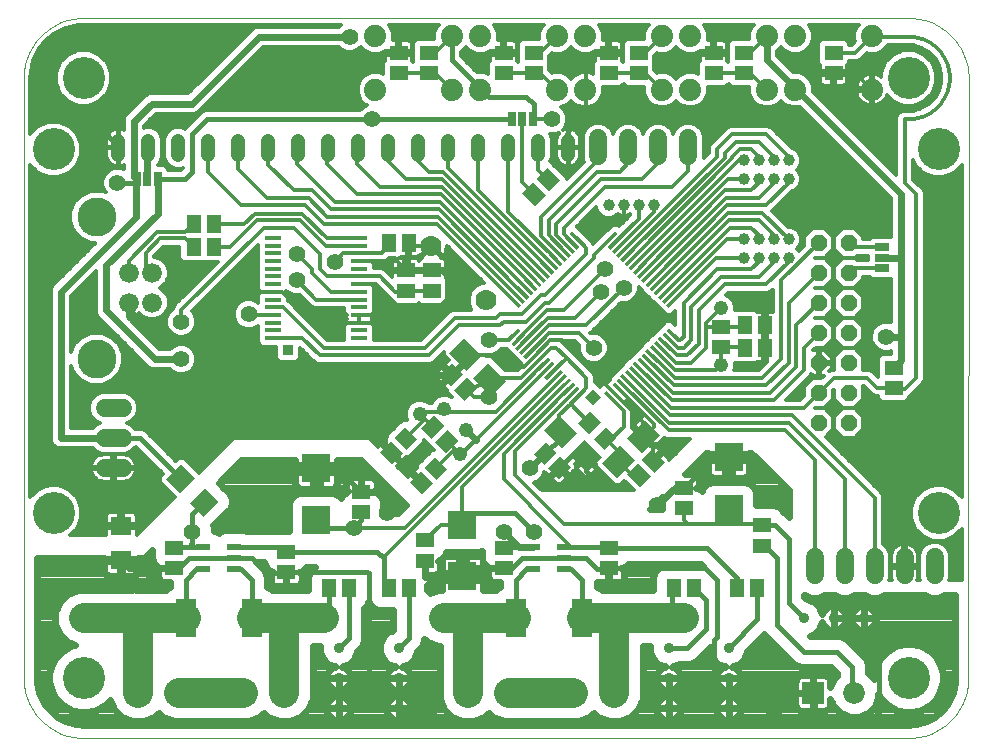
<source format=gbl>
G75*
G70*
%OFA0B0*%
%FSLAX24Y24*%
%IPPOS*%
%LPD*%
%AMOC8*
5,1,8,0,0,1.08239X$1,22.5*
%
%ADD10C,0.0000*%
%ADD11R,0.0375X0.0375*%
%ADD12R,0.0375X0.0375*%
%ADD13R,0.0118X0.0551*%
%ADD14C,0.0480*%
%ADD15R,0.0846X0.0709*%
%ADD16R,0.0512X0.0591*%
%ADD17OC8,0.0540*%
%ADD18R,0.0500X0.0250*%
%ADD19R,0.0472X0.0217*%
%ADD20C,0.0740*%
%ADD21R,0.0591X0.0512*%
%ADD22C,0.0472*%
%ADD23C,0.1400*%
%ADD24R,0.0550X0.0137*%
%ADD25R,0.0728X0.0728*%
%ADD26C,0.0728*%
%ADD27C,0.0360*%
%ADD28C,0.0660*%
%ADD29C,0.1300*%
%ADD30R,0.0709X0.1260*%
%ADD31C,0.0700*%
%ADD32R,0.0945X0.0945*%
%ADD33C,0.0600*%
%ADD34R,0.0250X0.0500*%
%ADD35C,0.0394*%
%ADD36R,0.0630X0.0710*%
%ADD37R,0.0710X0.0630*%
%ADD38C,0.0120*%
%ADD39C,0.0160*%
%ADD40C,0.0240*%
%ADD41C,0.0560*%
%ADD42C,0.1000*%
D10*
X011180Y009430D02*
X011180Y029430D01*
X011182Y029525D01*
X011189Y029620D01*
X011200Y029715D01*
X011216Y029809D01*
X011236Y029902D01*
X011261Y029993D01*
X011290Y030084D01*
X011323Y030173D01*
X011361Y030261D01*
X011402Y030346D01*
X011448Y030430D01*
X011497Y030511D01*
X011551Y030590D01*
X011608Y030666D01*
X011669Y030740D01*
X011733Y030810D01*
X011800Y030877D01*
X011870Y030941D01*
X011944Y031002D01*
X012020Y031059D01*
X012099Y031113D01*
X012180Y031162D01*
X012264Y031208D01*
X012349Y031249D01*
X012437Y031287D01*
X012526Y031320D01*
X012617Y031349D01*
X012708Y031374D01*
X012801Y031394D01*
X012895Y031410D01*
X012990Y031421D01*
X013085Y031428D01*
X013180Y031430D01*
X040679Y031430D01*
X040774Y031428D01*
X040869Y031421D01*
X040964Y031410D01*
X041057Y031394D01*
X041150Y031374D01*
X041242Y031349D01*
X041333Y031320D01*
X041422Y031287D01*
X041510Y031249D01*
X041596Y031208D01*
X041679Y031162D01*
X041760Y031112D01*
X041839Y031059D01*
X041915Y031002D01*
X041989Y030941D01*
X042059Y030877D01*
X042127Y030810D01*
X042191Y030740D01*
X042251Y030666D01*
X042308Y030590D01*
X042362Y030511D01*
X042411Y030430D01*
X042457Y030346D01*
X042498Y030261D01*
X042536Y030173D01*
X042569Y030084D01*
X042598Y029993D01*
X042623Y029901D01*
X042643Y029808D01*
X042659Y029714D01*
X042670Y029620D01*
X042677Y029525D01*
X042679Y029429D01*
X042679Y029430D02*
X042673Y009430D01*
X042671Y009335D01*
X042664Y009240D01*
X042653Y009146D01*
X042637Y009052D01*
X042617Y008959D01*
X042592Y008867D01*
X042563Y008776D01*
X042530Y008687D01*
X042492Y008599D01*
X042451Y008514D01*
X042405Y008430D01*
X042356Y008349D01*
X042302Y008270D01*
X042245Y008194D01*
X042185Y008120D01*
X042121Y008050D01*
X042053Y007983D01*
X041983Y007919D01*
X041909Y007858D01*
X041833Y007801D01*
X041754Y007748D01*
X041673Y007698D01*
X041590Y007652D01*
X041504Y007611D01*
X041416Y007573D01*
X041327Y007540D01*
X041237Y007511D01*
X041145Y007486D01*
X041052Y007466D01*
X040958Y007450D01*
X040863Y007439D01*
X040768Y007432D01*
X040673Y007430D01*
X013180Y007430D01*
X013085Y007432D01*
X012990Y007439D01*
X012895Y007450D01*
X012801Y007466D01*
X012708Y007486D01*
X012617Y007511D01*
X012526Y007540D01*
X012437Y007573D01*
X012349Y007611D01*
X012264Y007652D01*
X012180Y007698D01*
X012099Y007747D01*
X012020Y007801D01*
X011944Y007858D01*
X011870Y007919D01*
X011800Y007983D01*
X011733Y008050D01*
X011669Y008120D01*
X011608Y008194D01*
X011551Y008270D01*
X011497Y008349D01*
X011448Y008430D01*
X011402Y008514D01*
X011361Y008599D01*
X011323Y008687D01*
X011290Y008776D01*
X011261Y008867D01*
X011236Y008958D01*
X011216Y009051D01*
X011200Y009145D01*
X011189Y009240D01*
X011182Y009335D01*
X011180Y009430D01*
X011629Y014930D02*
X011631Y014977D01*
X011637Y015023D01*
X011647Y015069D01*
X011660Y015114D01*
X011678Y015157D01*
X011699Y015199D01*
X011723Y015239D01*
X011751Y015276D01*
X011782Y015311D01*
X011816Y015344D01*
X011852Y015373D01*
X011891Y015399D01*
X011932Y015422D01*
X011975Y015441D01*
X012019Y015457D01*
X012064Y015469D01*
X012110Y015477D01*
X012157Y015481D01*
X012203Y015481D01*
X012250Y015477D01*
X012296Y015469D01*
X012341Y015457D01*
X012385Y015441D01*
X012428Y015422D01*
X012469Y015399D01*
X012508Y015373D01*
X012544Y015344D01*
X012578Y015311D01*
X012609Y015276D01*
X012637Y015239D01*
X012661Y015199D01*
X012682Y015157D01*
X012700Y015114D01*
X012713Y015069D01*
X012723Y015023D01*
X012729Y014977D01*
X012731Y014930D01*
X012729Y014883D01*
X012723Y014837D01*
X012713Y014791D01*
X012700Y014746D01*
X012682Y014703D01*
X012661Y014661D01*
X012637Y014621D01*
X012609Y014584D01*
X012578Y014549D01*
X012544Y014516D01*
X012508Y014487D01*
X012469Y014461D01*
X012428Y014438D01*
X012385Y014419D01*
X012341Y014403D01*
X012296Y014391D01*
X012250Y014383D01*
X012203Y014379D01*
X012157Y014379D01*
X012110Y014383D01*
X012064Y014391D01*
X012019Y014403D01*
X011975Y014419D01*
X011932Y014438D01*
X011891Y014461D01*
X011852Y014487D01*
X011816Y014516D01*
X011782Y014549D01*
X011751Y014584D01*
X011723Y014621D01*
X011699Y014661D01*
X011678Y014703D01*
X011660Y014746D01*
X011647Y014791D01*
X011637Y014837D01*
X011631Y014883D01*
X011629Y014930D01*
X011629Y027103D02*
X011631Y027150D01*
X011637Y027196D01*
X011647Y027242D01*
X011660Y027287D01*
X011678Y027330D01*
X011699Y027372D01*
X011723Y027412D01*
X011751Y027449D01*
X011782Y027484D01*
X011816Y027517D01*
X011852Y027546D01*
X011891Y027572D01*
X011932Y027595D01*
X011975Y027614D01*
X012019Y027630D01*
X012064Y027642D01*
X012110Y027650D01*
X012157Y027654D01*
X012203Y027654D01*
X012250Y027650D01*
X012296Y027642D01*
X012341Y027630D01*
X012385Y027614D01*
X012428Y027595D01*
X012469Y027572D01*
X012508Y027546D01*
X012544Y027517D01*
X012578Y027484D01*
X012609Y027449D01*
X012637Y027412D01*
X012661Y027372D01*
X012682Y027330D01*
X012700Y027287D01*
X012713Y027242D01*
X012723Y027196D01*
X012729Y027150D01*
X012731Y027103D01*
X012729Y027056D01*
X012723Y027010D01*
X012713Y026964D01*
X012700Y026919D01*
X012682Y026876D01*
X012661Y026834D01*
X012637Y026794D01*
X012609Y026757D01*
X012578Y026722D01*
X012544Y026689D01*
X012508Y026660D01*
X012469Y026634D01*
X012428Y026611D01*
X012385Y026592D01*
X012341Y026576D01*
X012296Y026564D01*
X012250Y026556D01*
X012203Y026552D01*
X012157Y026552D01*
X012110Y026556D01*
X012064Y026564D01*
X012019Y026576D01*
X011975Y026592D01*
X011932Y026611D01*
X011891Y026634D01*
X011852Y026660D01*
X011816Y026689D01*
X011782Y026722D01*
X011751Y026757D01*
X011723Y026794D01*
X011699Y026834D01*
X011678Y026876D01*
X011660Y026919D01*
X011647Y026964D01*
X011637Y027010D01*
X011631Y027056D01*
X011629Y027103D01*
X041125Y027103D02*
X041127Y027150D01*
X041133Y027196D01*
X041143Y027242D01*
X041156Y027287D01*
X041174Y027330D01*
X041195Y027372D01*
X041219Y027412D01*
X041247Y027449D01*
X041278Y027484D01*
X041312Y027517D01*
X041348Y027546D01*
X041387Y027572D01*
X041428Y027595D01*
X041471Y027614D01*
X041515Y027630D01*
X041560Y027642D01*
X041606Y027650D01*
X041653Y027654D01*
X041699Y027654D01*
X041746Y027650D01*
X041792Y027642D01*
X041837Y027630D01*
X041881Y027614D01*
X041924Y027595D01*
X041965Y027572D01*
X042004Y027546D01*
X042040Y027517D01*
X042074Y027484D01*
X042105Y027449D01*
X042133Y027412D01*
X042157Y027372D01*
X042178Y027330D01*
X042196Y027287D01*
X042209Y027242D01*
X042219Y027196D01*
X042225Y027150D01*
X042227Y027103D01*
X042225Y027056D01*
X042219Y027010D01*
X042209Y026964D01*
X042196Y026919D01*
X042178Y026876D01*
X042157Y026834D01*
X042133Y026794D01*
X042105Y026757D01*
X042074Y026722D01*
X042040Y026689D01*
X042004Y026660D01*
X041965Y026634D01*
X041924Y026611D01*
X041881Y026592D01*
X041837Y026576D01*
X041792Y026564D01*
X041746Y026556D01*
X041699Y026552D01*
X041653Y026552D01*
X041606Y026556D01*
X041560Y026564D01*
X041515Y026576D01*
X041471Y026592D01*
X041428Y026611D01*
X041387Y026634D01*
X041348Y026660D01*
X041312Y026689D01*
X041278Y026722D01*
X041247Y026757D01*
X041219Y026794D01*
X041195Y026834D01*
X041174Y026876D01*
X041156Y026919D01*
X041143Y026964D01*
X041133Y027010D01*
X041127Y027056D01*
X041125Y027103D01*
X041125Y014930D02*
X041127Y014977D01*
X041133Y015023D01*
X041143Y015069D01*
X041156Y015114D01*
X041174Y015157D01*
X041195Y015199D01*
X041219Y015239D01*
X041247Y015276D01*
X041278Y015311D01*
X041312Y015344D01*
X041348Y015373D01*
X041387Y015399D01*
X041428Y015422D01*
X041471Y015441D01*
X041515Y015457D01*
X041560Y015469D01*
X041606Y015477D01*
X041653Y015481D01*
X041699Y015481D01*
X041746Y015477D01*
X041792Y015469D01*
X041837Y015457D01*
X041881Y015441D01*
X041924Y015422D01*
X041965Y015399D01*
X042004Y015373D01*
X042040Y015344D01*
X042074Y015311D01*
X042105Y015276D01*
X042133Y015239D01*
X042157Y015199D01*
X042178Y015157D01*
X042196Y015114D01*
X042209Y015069D01*
X042219Y015023D01*
X042225Y014977D01*
X042227Y014930D01*
X042225Y014883D01*
X042219Y014837D01*
X042209Y014791D01*
X042196Y014746D01*
X042178Y014703D01*
X042157Y014661D01*
X042133Y014621D01*
X042105Y014584D01*
X042074Y014549D01*
X042040Y014516D01*
X042004Y014487D01*
X041965Y014461D01*
X041924Y014438D01*
X041881Y014419D01*
X041837Y014403D01*
X041792Y014391D01*
X041746Y014383D01*
X041699Y014379D01*
X041653Y014379D01*
X041606Y014383D01*
X041560Y014391D01*
X041515Y014403D01*
X041471Y014419D01*
X041428Y014438D01*
X041387Y014461D01*
X041348Y014487D01*
X041312Y014516D01*
X041278Y014549D01*
X041247Y014584D01*
X041219Y014621D01*
X041195Y014661D01*
X041174Y014703D01*
X041156Y014746D01*
X041143Y014791D01*
X041133Y014837D01*
X041127Y014883D01*
X041125Y014930D01*
D11*
X019993Y020368D03*
D12*
G36*
X030423Y018803D02*
X030159Y018539D01*
X029895Y018803D01*
X030159Y019067D01*
X030423Y018803D01*
G37*
D13*
G36*
X030987Y018619D02*
X030903Y018535D01*
X030515Y018923D01*
X030599Y019007D01*
X030987Y018619D01*
G37*
G36*
X031126Y018759D02*
X031042Y018675D01*
X030654Y019063D01*
X030738Y019147D01*
X031126Y018759D01*
G37*
G36*
X031265Y018898D02*
X031181Y018814D01*
X030793Y019202D01*
X030877Y019286D01*
X031265Y018898D01*
G37*
G36*
X031404Y019037D02*
X031320Y018953D01*
X030932Y019341D01*
X031016Y019425D01*
X031404Y019037D01*
G37*
G36*
X031543Y019176D02*
X031459Y019092D01*
X031071Y019480D01*
X031155Y019564D01*
X031543Y019176D01*
G37*
G36*
X031683Y019315D02*
X031599Y019231D01*
X031211Y019619D01*
X031295Y019703D01*
X031683Y019315D01*
G37*
G36*
X031822Y019455D02*
X031738Y019371D01*
X031350Y019759D01*
X031434Y019843D01*
X031822Y019455D01*
G37*
G36*
X031961Y019594D02*
X031877Y019510D01*
X031489Y019898D01*
X031573Y019982D01*
X031961Y019594D01*
G37*
G36*
X032100Y019733D02*
X032016Y019649D01*
X031628Y020037D01*
X031712Y020121D01*
X032100Y019733D01*
G37*
G36*
X032239Y019872D02*
X032155Y019788D01*
X031767Y020176D01*
X031851Y020260D01*
X032239Y019872D01*
G37*
G36*
X032379Y020011D02*
X032295Y019927D01*
X031907Y020315D01*
X031991Y020399D01*
X032379Y020011D01*
G37*
G36*
X032518Y020151D02*
X032434Y020067D01*
X032046Y020455D01*
X032130Y020539D01*
X032518Y020151D01*
G37*
G36*
X032657Y020290D02*
X032573Y020206D01*
X032185Y020594D01*
X032269Y020678D01*
X032657Y020290D01*
G37*
G36*
X032796Y020429D02*
X032712Y020345D01*
X032324Y020733D01*
X032408Y020817D01*
X032796Y020429D01*
G37*
G36*
X032935Y020568D02*
X032851Y020484D01*
X032463Y020872D01*
X032547Y020956D01*
X032935Y020568D01*
G37*
G36*
X033075Y020707D02*
X032991Y020623D01*
X032603Y021011D01*
X032687Y021095D01*
X033075Y020707D01*
G37*
G36*
X032687Y021765D02*
X032603Y021849D01*
X032991Y022237D01*
X033075Y022153D01*
X032687Y021765D01*
G37*
G36*
X032547Y021904D02*
X032463Y021988D01*
X032851Y022376D01*
X032935Y022292D01*
X032547Y021904D01*
G37*
G36*
X032408Y022043D02*
X032324Y022127D01*
X032712Y022515D01*
X032796Y022431D01*
X032408Y022043D01*
G37*
G36*
X032269Y022182D02*
X032185Y022266D01*
X032573Y022654D01*
X032657Y022570D01*
X032269Y022182D01*
G37*
G36*
X032130Y022321D02*
X032046Y022405D01*
X032434Y022793D01*
X032518Y022709D01*
X032130Y022321D01*
G37*
G36*
X031991Y022461D02*
X031907Y022545D01*
X032295Y022933D01*
X032379Y022849D01*
X031991Y022461D01*
G37*
G36*
X031851Y022600D02*
X031767Y022684D01*
X032155Y023072D01*
X032239Y022988D01*
X031851Y022600D01*
G37*
G36*
X031712Y022739D02*
X031628Y022823D01*
X032016Y023211D01*
X032100Y023127D01*
X031712Y022739D01*
G37*
G36*
X031573Y022878D02*
X031489Y022962D01*
X031877Y023350D01*
X031961Y023266D01*
X031573Y022878D01*
G37*
G36*
X031434Y023017D02*
X031350Y023101D01*
X031738Y023489D01*
X031822Y023405D01*
X031434Y023017D01*
G37*
G36*
X031295Y023157D02*
X031211Y023241D01*
X031599Y023629D01*
X031683Y023545D01*
X031295Y023157D01*
G37*
G36*
X031155Y023296D02*
X031071Y023380D01*
X031459Y023768D01*
X031543Y023684D01*
X031155Y023296D01*
G37*
G36*
X031016Y023435D02*
X030932Y023519D01*
X031320Y023907D01*
X031404Y023823D01*
X031016Y023435D01*
G37*
G36*
X030877Y023574D02*
X030793Y023658D01*
X031181Y024046D01*
X031265Y023962D01*
X030877Y023574D01*
G37*
G36*
X030738Y023713D02*
X030654Y023797D01*
X031042Y024185D01*
X031126Y024101D01*
X030738Y023713D01*
G37*
G36*
X030599Y023853D02*
X030515Y023937D01*
X030903Y024325D01*
X030987Y024241D01*
X030599Y023853D01*
G37*
G36*
X029845Y023937D02*
X029761Y023853D01*
X029373Y024241D01*
X029457Y024325D01*
X029845Y023937D01*
G37*
G36*
X029706Y023797D02*
X029622Y023713D01*
X029234Y024101D01*
X029318Y024185D01*
X029706Y023797D01*
G37*
G36*
X029567Y023658D02*
X029483Y023574D01*
X029095Y023962D01*
X029179Y024046D01*
X029567Y023658D01*
G37*
G36*
X029428Y023519D02*
X029344Y023435D01*
X028956Y023823D01*
X029040Y023907D01*
X029428Y023519D01*
G37*
G36*
X029289Y023380D02*
X029205Y023296D01*
X028817Y023684D01*
X028901Y023768D01*
X029289Y023380D01*
G37*
G36*
X029149Y023241D02*
X029065Y023157D01*
X028677Y023545D01*
X028761Y023629D01*
X029149Y023241D01*
G37*
G36*
X029010Y023101D02*
X028926Y023017D01*
X028538Y023405D01*
X028622Y023489D01*
X029010Y023101D01*
G37*
G36*
X028871Y022962D02*
X028787Y022878D01*
X028399Y023266D01*
X028483Y023350D01*
X028871Y022962D01*
G37*
G36*
X028732Y022823D02*
X028648Y022739D01*
X028260Y023127D01*
X028344Y023211D01*
X028732Y022823D01*
G37*
G36*
X028593Y022684D02*
X028509Y022600D01*
X028121Y022988D01*
X028205Y023072D01*
X028593Y022684D01*
G37*
G36*
X028453Y022545D02*
X028369Y022461D01*
X027981Y022849D01*
X028065Y022933D01*
X028453Y022545D01*
G37*
G36*
X028314Y022405D02*
X028230Y022321D01*
X027842Y022709D01*
X027926Y022793D01*
X028314Y022405D01*
G37*
G36*
X028175Y022266D02*
X028091Y022182D01*
X027703Y022570D01*
X027787Y022654D01*
X028175Y022266D01*
G37*
G36*
X028036Y022127D02*
X027952Y022043D01*
X027564Y022431D01*
X027648Y022515D01*
X028036Y022127D01*
G37*
G36*
X027897Y021988D02*
X027813Y021904D01*
X027425Y022292D01*
X027509Y022376D01*
X027897Y021988D01*
G37*
G36*
X027757Y021849D02*
X027673Y021765D01*
X027285Y022153D01*
X027369Y022237D01*
X027757Y021849D01*
G37*
G36*
X027369Y020623D02*
X027285Y020707D01*
X027673Y021095D01*
X027757Y021011D01*
X027369Y020623D01*
G37*
G36*
X027509Y020484D02*
X027425Y020568D01*
X027813Y020956D01*
X027897Y020872D01*
X027509Y020484D01*
G37*
G36*
X027648Y020345D02*
X027564Y020429D01*
X027952Y020817D01*
X028036Y020733D01*
X027648Y020345D01*
G37*
G36*
X027787Y020206D02*
X027703Y020290D01*
X028091Y020678D01*
X028175Y020594D01*
X027787Y020206D01*
G37*
G36*
X027926Y020067D02*
X027842Y020151D01*
X028230Y020539D01*
X028314Y020455D01*
X027926Y020067D01*
G37*
G36*
X028065Y019927D02*
X027981Y020011D01*
X028369Y020399D01*
X028453Y020315D01*
X028065Y019927D01*
G37*
G36*
X028205Y019788D02*
X028121Y019872D01*
X028509Y020260D01*
X028593Y020176D01*
X028205Y019788D01*
G37*
G36*
X028344Y019649D02*
X028260Y019733D01*
X028648Y020121D01*
X028732Y020037D01*
X028344Y019649D01*
G37*
G36*
X028483Y019510D02*
X028399Y019594D01*
X028787Y019982D01*
X028871Y019898D01*
X028483Y019510D01*
G37*
G36*
X028622Y019371D02*
X028538Y019455D01*
X028926Y019843D01*
X029010Y019759D01*
X028622Y019371D01*
G37*
G36*
X028761Y019231D02*
X028677Y019315D01*
X029065Y019703D01*
X029149Y019619D01*
X028761Y019231D01*
G37*
G36*
X028901Y019092D02*
X028817Y019176D01*
X029205Y019564D01*
X029289Y019480D01*
X028901Y019092D01*
G37*
G36*
X029040Y018953D02*
X028956Y019037D01*
X029344Y019425D01*
X029428Y019341D01*
X029040Y018953D01*
G37*
G36*
X029179Y018814D02*
X029095Y018898D01*
X029483Y019286D01*
X029567Y019202D01*
X029179Y018814D01*
G37*
G36*
X029318Y018675D02*
X029234Y018759D01*
X029622Y019147D01*
X029706Y019063D01*
X029318Y018675D01*
G37*
G36*
X029457Y018535D02*
X029373Y018619D01*
X029761Y019007D01*
X029845Y018923D01*
X029457Y018535D01*
G37*
D14*
X025909Y017701D03*
X025727Y016883D03*
X025201Y018409D03*
X024383Y018227D03*
X034430Y019855D03*
X034430Y021755D03*
D15*
G36*
X031292Y017418D02*
X031889Y018015D01*
X032390Y017514D01*
X031793Y016917D01*
X031292Y017418D01*
G37*
G36*
X030470Y016596D02*
X031067Y017193D01*
X031568Y016692D01*
X030971Y016095D01*
X030470Y016596D01*
G37*
G36*
X029861Y017378D02*
X030458Y016781D01*
X029957Y016280D01*
X029360Y016877D01*
X029861Y017378D01*
G37*
G36*
X029040Y018199D02*
X029637Y017602D01*
X029136Y017101D01*
X028539Y017698D01*
X029040Y018199D01*
G37*
G36*
X026668Y019943D02*
X027265Y019346D01*
X026764Y018845D01*
X026167Y019442D01*
X026668Y019943D01*
G37*
G36*
X025846Y020765D02*
X026443Y020168D01*
X025942Y019667D01*
X025345Y020264D01*
X025846Y020765D01*
G37*
D16*
G36*
X025416Y019153D02*
X025054Y019515D01*
X025470Y019931D01*
X025832Y019569D01*
X025416Y019153D01*
G37*
G36*
X025890Y018679D02*
X025528Y019041D01*
X025944Y019457D01*
X026306Y019095D01*
X025890Y018679D01*
G37*
G36*
X024791Y017403D02*
X024429Y017765D01*
X024845Y018181D01*
X025207Y017819D01*
X024791Y017403D01*
G37*
G36*
X025265Y016929D02*
X024903Y017291D01*
X025319Y017707D01*
X025681Y017345D01*
X025265Y016929D01*
G37*
G36*
X024528Y016444D02*
X024890Y016806D01*
X025306Y016390D01*
X024944Y016028D01*
X024528Y016444D01*
G37*
G36*
X024054Y015970D02*
X024416Y016332D01*
X024832Y015916D01*
X024470Y015554D01*
X024054Y015970D01*
G37*
G36*
X023054Y016970D02*
X023416Y017332D01*
X023832Y016916D01*
X023470Y016554D01*
X023054Y016970D01*
G37*
G36*
X023528Y017444D02*
X023890Y017806D01*
X024306Y017390D01*
X023944Y017028D01*
X023528Y017444D01*
G37*
G36*
X028541Y016528D02*
X028179Y016890D01*
X028595Y017306D01*
X028957Y016944D01*
X028541Y016528D01*
G37*
G36*
X029015Y016054D02*
X028653Y016416D01*
X029069Y016832D01*
X029431Y016470D01*
X029015Y016054D01*
G37*
G36*
X030542Y017027D02*
X030180Y017389D01*
X030596Y017805D01*
X030958Y017443D01*
X030542Y017027D01*
G37*
G36*
X030014Y017555D02*
X029652Y017917D01*
X030068Y018333D01*
X030430Y017971D01*
X030014Y017555D01*
G37*
G36*
X032082Y016166D02*
X031720Y015804D01*
X031304Y016220D01*
X031666Y016582D01*
X032082Y016166D01*
G37*
G36*
X032556Y016640D02*
X032194Y016278D01*
X031778Y016694D01*
X032140Y017056D01*
X032556Y016640D01*
G37*
X035220Y020430D03*
X035890Y020430D03*
X035890Y021180D03*
X035220Y021180D03*
G36*
X028278Y026069D02*
X028640Y026431D01*
X029056Y026015D01*
X028694Y025653D01*
X028278Y026069D01*
G37*
G36*
X027804Y025595D02*
X028166Y025957D01*
X028582Y025541D01*
X028220Y025179D01*
X027804Y025595D01*
G37*
X024015Y023930D03*
X023345Y023930D03*
X017515Y023805D03*
X016845Y023805D03*
X016845Y024555D03*
X017515Y024555D03*
X021345Y012430D03*
X022015Y012430D03*
X023345Y012430D03*
X024015Y012430D03*
X032845Y012430D03*
X033515Y012430D03*
X034970Y012430D03*
X035640Y012430D03*
D17*
X037680Y017930D03*
X038680Y017930D03*
X038680Y018930D03*
X038680Y019930D03*
X037680Y019930D03*
X037680Y018930D03*
X037680Y020930D03*
X037680Y021930D03*
X038680Y021930D03*
X038680Y020930D03*
X038680Y022930D03*
X038680Y023930D03*
X037680Y023930D03*
X037680Y022930D03*
D18*
X039805Y023080D03*
X039805Y023430D03*
X039805Y023780D03*
D19*
X029192Y013804D03*
X029192Y013430D03*
X029192Y013056D03*
X028168Y013056D03*
X028168Y013804D03*
X018192Y013804D03*
X018192Y013430D03*
X018192Y013056D03*
X017168Y013056D03*
X017168Y013804D03*
D20*
X013180Y011430D03*
X021180Y011430D03*
X025180Y011430D03*
X033180Y011430D03*
X033400Y029040D03*
X032460Y029040D03*
X032460Y030820D03*
X033400Y030820D03*
X035960Y030820D03*
X036900Y030820D03*
X036900Y029040D03*
X035960Y029040D03*
X039460Y029040D03*
X039460Y030820D03*
X029900Y030820D03*
X028960Y030820D03*
X028960Y029040D03*
X029900Y029040D03*
X026400Y029040D03*
X025460Y029040D03*
X025460Y030820D03*
X026400Y030820D03*
X022900Y030820D03*
X022900Y029040D03*
D21*
X023680Y029595D03*
X023680Y030265D03*
X024680Y030265D03*
X024680Y029595D03*
X027180Y029595D03*
X027180Y030265D03*
X028180Y030265D03*
X028180Y029595D03*
X030680Y029595D03*
X030680Y030265D03*
X031680Y030265D03*
X031680Y029595D03*
X034180Y029595D03*
X034180Y030265D03*
X035180Y030265D03*
X035180Y029595D03*
X038180Y029595D03*
X038180Y030265D03*
X034430Y021140D03*
X034430Y020470D03*
X040180Y019765D03*
X040180Y019095D03*
X035805Y014515D03*
X035805Y013845D03*
X033180Y015095D03*
X033180Y015765D03*
X030680Y013765D03*
X030680Y013095D03*
X027180Y013095D03*
X027180Y013765D03*
X024555Y014015D03*
X024555Y013345D03*
X022430Y014970D03*
X022430Y015640D03*
X019930Y013640D03*
X019930Y012970D03*
X016180Y013095D03*
X016180Y013765D03*
X023930Y022345D03*
X023930Y023015D03*
X024805Y023015D03*
X024805Y022345D03*
D22*
X024330Y026867D02*
X024330Y027339D01*
X025330Y027339D02*
X025330Y026867D01*
X026330Y026867D02*
X026330Y027339D01*
X027330Y027339D02*
X027330Y026867D01*
X028330Y026867D02*
X028330Y027339D01*
X029330Y027339D02*
X029330Y026867D01*
X023330Y026867D02*
X023330Y027339D01*
X022330Y027339D02*
X022330Y026867D01*
X021330Y026867D02*
X021330Y027339D01*
X020330Y027339D02*
X020330Y026867D01*
X019330Y026867D02*
X019330Y027339D01*
X018330Y027339D02*
X018330Y026867D01*
X017330Y026867D02*
X017330Y027339D01*
X016330Y027339D02*
X016330Y026867D01*
X015330Y026867D02*
X015330Y027339D01*
X014330Y027339D02*
X014330Y026867D01*
D23*
X012180Y027055D03*
X013180Y029430D03*
X012180Y014930D03*
X013180Y009430D03*
X040680Y009430D03*
X041680Y014930D03*
X041680Y027055D03*
X040680Y029430D03*
D24*
X022369Y024093D03*
X022369Y023837D03*
X022369Y023582D03*
X022369Y023326D03*
X022369Y023070D03*
X022369Y022814D03*
X022369Y022558D03*
X022369Y022302D03*
X022369Y022046D03*
X022369Y021790D03*
X022369Y021534D03*
X022369Y021278D03*
X022369Y021023D03*
X022369Y020767D03*
X019491Y020767D03*
X019491Y021023D03*
X019491Y021278D03*
X019491Y021534D03*
X019491Y021790D03*
X019491Y022046D03*
X019491Y022302D03*
X019491Y022558D03*
X019491Y022814D03*
X019491Y023070D03*
X019491Y023326D03*
X019491Y023582D03*
X019491Y023837D03*
X019491Y024093D03*
D25*
X018491Y008930D03*
X014991Y008930D03*
X025991Y008930D03*
X029491Y008930D03*
X037491Y008930D03*
D26*
X038869Y008930D03*
X030869Y008930D03*
X027369Y008930D03*
X019869Y008930D03*
X016369Y008930D03*
D27*
X021680Y008430D03*
X021680Y009430D03*
X021680Y010430D03*
X023680Y010430D03*
X023680Y009430D03*
X023680Y008430D03*
X032680Y008430D03*
X032680Y009430D03*
X032680Y010430D03*
X034680Y010430D03*
X034680Y009430D03*
X034680Y008430D03*
X037180Y011430D03*
X038180Y011430D03*
X039180Y011430D03*
D28*
X015460Y021938D03*
X014680Y021938D03*
X014680Y022922D03*
X015460Y022922D03*
D29*
X013610Y024800D03*
X013610Y020060D03*
D30*
X016578Y011430D03*
X018782Y011430D03*
X027578Y011430D03*
X029782Y011430D03*
D31*
X026585Y022025D03*
X024775Y023835D03*
D32*
X020930Y016421D03*
X020930Y014689D03*
X025805Y014546D03*
X025805Y012814D03*
X034680Y015064D03*
X034680Y016796D03*
D33*
X037547Y013450D02*
X037547Y012850D01*
X038547Y012850D02*
X038547Y013450D01*
X039547Y013450D02*
X039547Y012850D01*
X040547Y012850D02*
X040547Y013450D01*
X041547Y013450D02*
X041547Y012850D01*
X033337Y026814D02*
X033337Y027414D01*
X032337Y027414D02*
X032337Y026814D01*
X031337Y026814D02*
X031337Y027414D01*
X030337Y027414D02*
X030337Y026814D01*
X014480Y018430D02*
X013880Y018430D01*
X013880Y017430D02*
X014480Y017430D01*
X014480Y016430D02*
X013880Y016430D01*
D34*
X014955Y026055D03*
X015305Y026055D03*
X015655Y026055D03*
X027455Y028055D03*
X027805Y028055D03*
X028155Y028055D03*
D35*
X030680Y025180D03*
X031180Y025180D03*
X031680Y025180D03*
X032180Y025180D03*
X035180Y026055D03*
X035680Y026055D03*
X036180Y026055D03*
X036680Y026055D03*
X036680Y026680D03*
X036180Y026680D03*
X035680Y026680D03*
X035180Y026680D03*
X035180Y024055D03*
X035680Y024055D03*
X036180Y024055D03*
X036680Y024055D03*
X036680Y023430D03*
X036180Y023430D03*
X035680Y023430D03*
X035180Y023430D03*
D36*
G36*
X017229Y015757D02*
X017674Y015312D01*
X017173Y014811D01*
X016728Y015256D01*
X017229Y015757D01*
G37*
G36*
X016437Y016549D02*
X016882Y016104D01*
X016381Y015603D01*
X015936Y016048D01*
X016437Y016549D01*
G37*
D37*
X014430Y014490D03*
X014430Y013370D03*
D38*
X013915Y014180D02*
X012731Y014180D01*
X012960Y014409D01*
X013100Y014747D01*
X013100Y015113D01*
X012960Y015451D01*
X012701Y015710D01*
X012363Y015850D01*
X011997Y015850D01*
X011659Y015710D01*
X011400Y015451D01*
X011400Y026534D01*
X011400Y026534D01*
X011659Y026275D01*
X011997Y026135D01*
X012363Y026135D01*
X012701Y026275D01*
X012960Y026534D01*
X013100Y026872D01*
X013100Y027238D01*
X012960Y027576D01*
X012701Y027835D01*
X012363Y027975D01*
X011997Y027975D01*
X011659Y027835D01*
X011400Y027576D01*
X011400Y029430D01*
X011411Y029629D01*
X011500Y030018D01*
X011673Y030377D01*
X011921Y030689D01*
X012233Y030937D01*
X012592Y031110D01*
X012981Y031199D01*
X013180Y031210D01*
X021753Y031210D01*
X021688Y031145D01*
X018964Y031145D01*
X018839Y031093D01*
X018743Y030998D01*
X018743Y030998D01*
X016664Y028919D01*
X015455Y028919D01*
X015388Y028919D01*
X015387Y028919D01*
X015386Y028919D01*
X015325Y028893D01*
X015263Y028868D01*
X015262Y028867D01*
X015261Y028867D01*
X015214Y028820D01*
X014658Y028271D01*
X014656Y028270D01*
X014610Y028224D01*
X014563Y028177D01*
X014562Y028176D01*
X014561Y028175D01*
X014536Y028113D01*
X014510Y028053D01*
X014510Y028051D01*
X014510Y028049D01*
X011400Y028049D01*
X011400Y027931D02*
X011890Y027931D01*
X011636Y027812D02*
X011400Y027812D01*
X011400Y027694D02*
X011517Y027694D01*
X011400Y027576D02*
X011400Y027576D01*
X011400Y028168D02*
X014558Y028168D01*
X014510Y028049D02*
X014510Y027983D01*
X014509Y027917D01*
X014510Y027916D01*
X014511Y027693D01*
X014445Y027720D01*
X014369Y027736D01*
X014348Y027736D01*
X014348Y027122D01*
X014311Y027122D01*
X014311Y027736D01*
X014291Y027736D01*
X014214Y027720D01*
X014142Y027691D01*
X014077Y027647D01*
X014022Y027592D01*
X013978Y027527D01*
X013949Y027455D01*
X013933Y027378D01*
X013933Y027122D01*
X014311Y027122D01*
X014311Y027084D01*
X014348Y027084D01*
X014348Y026471D01*
X014369Y026471D01*
X014445Y026486D01*
X014514Y026515D01*
X014514Y026384D01*
X014404Y026430D01*
X014206Y026430D01*
X014022Y026354D01*
X013881Y026213D01*
X013805Y026029D01*
X013805Y025831D01*
X013881Y025647D01*
X013911Y025617D01*
X013783Y025670D01*
X013437Y025670D01*
X013117Y025538D01*
X012872Y025293D01*
X012740Y024973D01*
X012740Y024627D01*
X012872Y024307D01*
X013117Y024062D01*
X013437Y023930D01*
X013574Y023930D01*
X012142Y022498D01*
X012090Y022373D01*
X012090Y017362D01*
X012142Y017237D01*
X012237Y017142D01*
X012362Y017090D01*
X013485Y017090D01*
X013585Y016989D01*
X013777Y016910D01*
X014583Y016910D01*
X014775Y016989D01*
X014915Y017130D01*
X014931Y017130D01*
X015819Y016242D01*
X015715Y016139D01*
X015715Y015956D01*
X016211Y015461D01*
X014945Y014195D01*
X014945Y014430D01*
X014490Y014430D01*
X014490Y014550D01*
X014370Y014550D01*
X014370Y014965D01*
X014054Y014965D01*
X014013Y014954D01*
X013977Y014933D01*
X013947Y014903D01*
X013926Y014867D01*
X013915Y014826D01*
X013915Y014550D01*
X014370Y014550D01*
X014370Y014430D01*
X013915Y014430D01*
X013915Y014180D01*
X013915Y014185D02*
X012736Y014185D01*
X012854Y014303D02*
X013915Y014303D01*
X013915Y014422D02*
X012965Y014422D01*
X013014Y014540D02*
X014370Y014540D01*
X014370Y014659D02*
X014490Y014659D01*
X014490Y014550D02*
X014490Y014965D01*
X014806Y014965D01*
X014847Y014954D01*
X014883Y014933D01*
X014913Y014903D01*
X014934Y014867D01*
X014945Y014826D01*
X014945Y014550D01*
X014490Y014550D01*
X014490Y014540D02*
X015290Y014540D01*
X015172Y014422D02*
X014945Y014422D01*
X014945Y014303D02*
X015053Y014303D01*
X014945Y014659D02*
X015409Y014659D01*
X015527Y014777D02*
X014945Y014777D01*
X014917Y014896D02*
X015646Y014896D01*
X015764Y015014D02*
X013100Y015014D01*
X013100Y014896D02*
X013943Y014896D01*
X013915Y014777D02*
X013100Y014777D01*
X013063Y014659D02*
X013915Y014659D01*
X014370Y014777D02*
X014490Y014777D01*
X014490Y014896D02*
X014370Y014896D01*
X013092Y015133D02*
X015883Y015133D01*
X016001Y015251D02*
X013043Y015251D01*
X012994Y015370D02*
X016120Y015370D01*
X016184Y015488D02*
X012923Y015488D01*
X012805Y015607D02*
X016065Y015607D01*
X015947Y015725D02*
X012665Y015725D01*
X012379Y015844D02*
X015828Y015844D01*
X015715Y015962D02*
X011400Y015962D01*
X011400Y015844D02*
X011981Y015844D01*
X011695Y015725D02*
X011400Y015725D01*
X011400Y015607D02*
X011555Y015607D01*
X011437Y015488D02*
X011400Y015488D01*
X011400Y015451D02*
X011400Y015451D01*
X011400Y016081D02*
X013579Y016081D01*
X013580Y016079D02*
X013639Y016037D01*
X013703Y016004D01*
X013772Y015981D01*
X013844Y015970D01*
X014140Y015970D01*
X014140Y016390D01*
X014220Y016390D01*
X014220Y016470D01*
X014140Y016470D01*
X014140Y016890D01*
X013844Y016890D01*
X013772Y016879D01*
X013703Y016856D01*
X013639Y016823D01*
X013580Y016781D01*
X013529Y016730D01*
X013487Y016671D01*
X013454Y016607D01*
X013431Y016538D01*
X013421Y016470D01*
X014140Y016470D01*
X014140Y016390D01*
X013421Y016390D01*
X013431Y016322D01*
X013454Y016253D01*
X013487Y016189D01*
X013529Y016130D01*
X013580Y016079D01*
X013481Y016199D02*
X011400Y016199D01*
X011400Y016318D02*
X013433Y016318D01*
X013437Y016555D02*
X011400Y016555D01*
X011400Y016673D02*
X013488Y016673D01*
X013595Y016792D02*
X011400Y016792D01*
X011400Y016910D02*
X013777Y016910D01*
X013546Y017029D02*
X011400Y017029D01*
X011400Y017147D02*
X012232Y017147D01*
X012130Y017266D02*
X011400Y017266D01*
X011400Y017384D02*
X012090Y017384D01*
X012090Y017503D02*
X011400Y017503D01*
X011400Y017621D02*
X012090Y017621D01*
X012090Y017740D02*
X011400Y017740D01*
X011400Y017858D02*
X012090Y017858D01*
X012090Y017977D02*
X011400Y017977D01*
X011400Y018095D02*
X012090Y018095D01*
X012090Y018214D02*
X011400Y018214D01*
X011400Y018332D02*
X012090Y018332D01*
X012090Y018451D02*
X011400Y018451D01*
X011400Y018569D02*
X012090Y018569D01*
X012090Y018688D02*
X011400Y018688D01*
X011400Y018806D02*
X012090Y018806D01*
X012090Y018925D02*
X011400Y018925D01*
X011400Y019043D02*
X012090Y019043D01*
X012090Y019162D02*
X011400Y019162D01*
X011400Y019280D02*
X012090Y019280D01*
X012090Y019399D02*
X011400Y019399D01*
X011400Y019517D02*
X012090Y019517D01*
X012090Y019636D02*
X011400Y019636D01*
X011400Y019754D02*
X012090Y019754D01*
X012090Y019873D02*
X011400Y019873D01*
X011400Y019991D02*
X012090Y019991D01*
X012090Y020110D02*
X011400Y020110D01*
X011400Y020228D02*
X012090Y020228D01*
X012090Y020347D02*
X011400Y020347D01*
X011400Y020465D02*
X012090Y020465D01*
X012090Y020584D02*
X011400Y020584D01*
X011400Y020702D02*
X012090Y020702D01*
X012090Y020821D02*
X011400Y020821D01*
X011400Y020939D02*
X012090Y020939D01*
X012090Y021058D02*
X011400Y021058D01*
X011400Y021176D02*
X012090Y021176D01*
X012090Y021295D02*
X011400Y021295D01*
X011400Y021413D02*
X012090Y021413D01*
X012090Y021532D02*
X011400Y021532D01*
X011400Y021650D02*
X012090Y021650D01*
X012090Y021769D02*
X011400Y021769D01*
X011400Y021887D02*
X012090Y021887D01*
X012090Y022006D02*
X011400Y022006D01*
X011400Y022124D02*
X012090Y022124D01*
X012090Y022243D02*
X011400Y022243D01*
X011400Y022361D02*
X012090Y022361D01*
X012134Y022480D02*
X011400Y022480D01*
X011400Y022598D02*
X012242Y022598D01*
X012361Y022717D02*
X011400Y022717D01*
X011400Y022835D02*
X012479Y022835D01*
X012598Y022954D02*
X011400Y022954D01*
X011400Y023072D02*
X012716Y023072D01*
X012835Y023191D02*
X011400Y023191D01*
X011400Y023309D02*
X012953Y023309D01*
X013072Y023428D02*
X011400Y023428D01*
X011400Y023546D02*
X013190Y023546D01*
X013309Y023665D02*
X011400Y023665D01*
X011400Y023783D02*
X013427Y023783D01*
X013546Y023902D02*
X011400Y023902D01*
X011400Y024020D02*
X013220Y024020D01*
X013041Y024139D02*
X011400Y024139D01*
X011400Y024257D02*
X012923Y024257D01*
X012844Y024376D02*
X011400Y024376D01*
X011400Y024494D02*
X012795Y024494D01*
X012746Y024613D02*
X011400Y024613D01*
X011400Y024731D02*
X012740Y024731D01*
X012740Y024850D02*
X011400Y024850D01*
X011400Y024968D02*
X012740Y024968D01*
X012787Y025087D02*
X011400Y025087D01*
X011400Y025205D02*
X012836Y025205D01*
X012903Y025324D02*
X011400Y025324D01*
X011400Y025442D02*
X013022Y025442D01*
X013173Y025561D02*
X011400Y025561D01*
X011400Y025679D02*
X013868Y025679D01*
X013819Y025798D02*
X011400Y025798D01*
X011400Y025916D02*
X013805Y025916D01*
X013807Y026035D02*
X011400Y026035D01*
X011400Y026153D02*
X011953Y026153D01*
X011667Y026272D02*
X011400Y026272D01*
X011400Y026390D02*
X011544Y026390D01*
X011425Y026509D02*
X011400Y026509D01*
X012407Y026153D02*
X013856Y026153D01*
X013939Y026272D02*
X012693Y026272D01*
X012816Y026390D02*
X014109Y026390D01*
X014160Y026509D02*
X012935Y026509D01*
X012999Y026627D02*
X014013Y026627D01*
X014022Y026614D02*
X014077Y026559D01*
X014142Y026516D01*
X014214Y026486D01*
X014291Y026471D01*
X014311Y026471D01*
X014311Y027084D01*
X013933Y027084D01*
X013933Y026828D01*
X013949Y026751D01*
X013978Y026679D01*
X014022Y026614D01*
X013951Y026746D02*
X013048Y026746D01*
X013097Y026864D02*
X013933Y026864D01*
X013933Y026983D02*
X013100Y026983D01*
X013100Y027101D02*
X014311Y027101D01*
X014311Y026983D02*
X014348Y026983D01*
X014348Y026864D02*
X014311Y026864D01*
X014311Y026746D02*
X014348Y026746D01*
X014348Y026627D02*
X014311Y026627D01*
X014311Y026509D02*
X014348Y026509D01*
X014500Y026509D02*
X014514Y026509D01*
X014501Y026390D02*
X014514Y026390D01*
X014348Y027220D02*
X014311Y027220D01*
X014311Y027338D02*
X014348Y027338D01*
X014348Y027457D02*
X014311Y027457D01*
X014311Y027575D02*
X014348Y027575D01*
X014348Y027694D02*
X014311Y027694D01*
X014149Y027694D02*
X012843Y027694D01*
X012960Y027575D02*
X014010Y027575D01*
X013949Y027457D02*
X013009Y027457D01*
X013059Y027338D02*
X013933Y027338D01*
X013933Y027220D02*
X013100Y027220D01*
X012724Y027812D02*
X014510Y027812D01*
X014510Y027694D02*
X014511Y027694D01*
X014509Y027931D02*
X012470Y027931D01*
X012659Y028650D02*
X012997Y028510D01*
X013363Y028510D01*
X013701Y028650D01*
X013960Y028909D01*
X014100Y029247D01*
X014100Y029613D01*
X013960Y029951D01*
X013701Y030210D01*
X013363Y030350D01*
X012997Y030350D01*
X012659Y030210D01*
X012400Y029951D01*
X012260Y029613D01*
X012260Y029247D01*
X012400Y028909D01*
X012659Y028650D01*
X012679Y028642D02*
X011400Y028642D01*
X011400Y028760D02*
X012549Y028760D01*
X012430Y028879D02*
X011400Y028879D01*
X011400Y028997D02*
X012364Y028997D01*
X012314Y029116D02*
X011400Y029116D01*
X011400Y029234D02*
X012265Y029234D01*
X012260Y029353D02*
X011400Y029353D01*
X011402Y029471D02*
X012260Y029471D01*
X012260Y029590D02*
X011409Y029590D01*
X011429Y029708D02*
X012299Y029708D01*
X012348Y029827D02*
X011456Y029827D01*
X011483Y029945D02*
X012398Y029945D01*
X012512Y030064D02*
X011522Y030064D01*
X011579Y030182D02*
X012631Y030182D01*
X012878Y030301D02*
X011636Y030301D01*
X011706Y030419D02*
X018165Y030419D01*
X018283Y030538D02*
X011801Y030538D01*
X011895Y030656D02*
X018402Y030656D01*
X018520Y030775D02*
X012029Y030775D01*
X012178Y030893D02*
X018639Y030893D01*
X018757Y031012D02*
X012387Y031012D01*
X012679Y031130D02*
X018928Y031130D01*
X019172Y030465D02*
X021688Y030465D01*
X021772Y030381D01*
X021956Y030305D01*
X022154Y030305D01*
X022338Y030381D01*
X022421Y030464D01*
X022566Y030320D01*
X022783Y030230D01*
X023017Y030230D01*
X023234Y030320D01*
X023239Y030325D01*
X023620Y030325D01*
X023620Y030681D01*
X023481Y030681D01*
X023490Y030703D01*
X023490Y030937D01*
X023400Y031154D01*
X023344Y031210D01*
X025016Y031210D01*
X024960Y031154D01*
X024870Y030937D01*
X024870Y030741D01*
X024294Y030741D01*
X024165Y030612D01*
X024165Y029973D01*
X024135Y030002D01*
X024135Y030205D01*
X023740Y030205D01*
X023740Y030325D01*
X023620Y030325D01*
X023620Y030205D01*
X023225Y030205D01*
X023225Y030002D01*
X023165Y029942D01*
X023165Y029569D01*
X023017Y029630D01*
X022783Y029630D01*
X022566Y029540D01*
X022400Y029374D01*
X022310Y029157D01*
X022310Y028923D01*
X022400Y028706D01*
X022566Y028540D01*
X022617Y028518D01*
X022522Y028479D01*
X022398Y028355D01*
X017245Y028355D01*
X017135Y028309D01*
X016635Y027809D01*
X016563Y027737D01*
X016420Y027796D01*
X016239Y027796D01*
X016071Y027726D01*
X015943Y027598D01*
X015873Y027430D01*
X015873Y026776D01*
X015943Y026609D01*
X016071Y026480D01*
X016239Y026411D01*
X016420Y026411D01*
X016505Y026446D01*
X016505Y026429D01*
X016431Y026355D01*
X016000Y026355D01*
X016000Y026396D01*
X015871Y026525D01*
X015645Y026525D01*
X015645Y026537D01*
X015716Y026609D01*
X015786Y026776D01*
X015786Y027430D01*
X015716Y027598D01*
X015588Y027726D01*
X015420Y027796D01*
X015239Y027796D01*
X015190Y027776D01*
X015190Y027841D01*
X015593Y028239D01*
X016873Y028239D01*
X016998Y028290D01*
X017093Y028386D01*
X019172Y030465D01*
X019126Y030419D02*
X021734Y030419D01*
X022376Y030419D02*
X022467Y030419D01*
X022612Y030301D02*
X019008Y030301D01*
X018889Y030182D02*
X023225Y030182D01*
X023265Y030265D02*
X023680Y030265D01*
X023740Y030301D02*
X024165Y030301D01*
X024135Y030325D02*
X024135Y030542D01*
X024124Y030582D01*
X024103Y030619D01*
X024074Y030649D01*
X024037Y030670D01*
X023996Y030681D01*
X023740Y030681D01*
X023740Y030325D01*
X024135Y030325D01*
X024135Y030419D02*
X024165Y030419D01*
X024165Y030538D02*
X024135Y030538D01*
X024061Y030656D02*
X024209Y030656D01*
X023740Y030656D02*
X023620Y030656D01*
X023620Y030538D02*
X023740Y030538D01*
X023740Y030419D02*
X023620Y030419D01*
X023620Y030301D02*
X023188Y030301D01*
X023265Y030265D02*
X022930Y029930D01*
X023167Y029945D02*
X018652Y029945D01*
X018534Y029827D02*
X023165Y029827D01*
X023165Y029708D02*
X018415Y029708D01*
X018297Y029590D02*
X022685Y029590D01*
X022497Y029471D02*
X018178Y029471D01*
X018060Y029353D02*
X022391Y029353D01*
X022342Y029234D02*
X017941Y029234D01*
X017823Y029116D02*
X022310Y029116D01*
X022310Y028997D02*
X017704Y028997D01*
X017586Y028879D02*
X022328Y028879D01*
X022377Y028760D02*
X017467Y028760D01*
X017349Y028642D02*
X022464Y028642D01*
X022606Y028523D02*
X017230Y028523D01*
X017112Y028405D02*
X022447Y028405D01*
X022330Y027103D02*
X022305Y027079D01*
X022305Y026555D01*
X023055Y025805D01*
X025109Y025805D01*
X028217Y022697D01*
X028078Y022557D02*
X025081Y025555D01*
X022305Y025555D01*
X021305Y026555D01*
X021305Y027079D01*
X021330Y027103D01*
X020330Y027103D02*
X020305Y027079D01*
X020305Y026555D01*
X021555Y025305D01*
X025052Y025305D01*
X027939Y022418D01*
X027800Y022279D02*
X025024Y025055D01*
X021430Y025055D01*
X020805Y025680D01*
X020180Y025680D01*
X019330Y026530D01*
X019330Y027103D01*
X018330Y027103D02*
X018330Y026405D01*
X019305Y025430D01*
X020680Y025430D01*
X021305Y024805D01*
X024995Y024805D01*
X027661Y022140D01*
X027521Y022001D02*
X024967Y024555D01*
X021180Y024555D01*
X020555Y025180D01*
X018430Y025180D01*
X017330Y026280D01*
X017330Y027103D01*
X016638Y027812D02*
X015190Y027812D01*
X015281Y027931D02*
X016756Y027931D01*
X016875Y028049D02*
X015401Y028049D01*
X015521Y028168D02*
X016993Y028168D01*
X016987Y028286D02*
X017112Y028286D01*
X016743Y028997D02*
X013996Y028997D01*
X014046Y029116D02*
X016861Y029116D01*
X016980Y029234D02*
X014095Y029234D01*
X014100Y029353D02*
X017098Y029353D01*
X017217Y029471D02*
X014100Y029471D01*
X014100Y029590D02*
X017335Y029590D01*
X017454Y029708D02*
X014061Y029708D01*
X014012Y029827D02*
X017572Y029827D01*
X017691Y029945D02*
X013962Y029945D01*
X013848Y030064D02*
X017809Y030064D01*
X017928Y030182D02*
X013729Y030182D01*
X013482Y030301D02*
X018046Y030301D01*
X018771Y030064D02*
X023225Y030064D01*
X023165Y029590D02*
X023115Y029590D01*
X023680Y029595D02*
X024680Y029595D01*
X024905Y029595D01*
X025460Y029040D01*
X026201Y029708D02*
X026665Y029708D01*
X026665Y029590D02*
X026615Y029590D01*
X026665Y029569D02*
X026517Y029630D01*
X026283Y029630D01*
X026280Y029629D01*
X025760Y030149D01*
X025760Y030306D01*
X025794Y030320D01*
X025930Y030456D01*
X026066Y030320D01*
X026283Y030230D01*
X026517Y030230D01*
X026734Y030320D01*
X026739Y030325D01*
X027120Y030325D01*
X027120Y030681D01*
X026981Y030681D01*
X026990Y030703D01*
X026990Y030937D01*
X026900Y031154D01*
X026844Y031210D01*
X028516Y031210D01*
X028460Y031154D01*
X028370Y030937D01*
X028370Y030741D01*
X027794Y030741D01*
X027665Y030612D01*
X027665Y029973D01*
X027635Y030002D01*
X027635Y030205D01*
X027240Y030205D01*
X027240Y030325D01*
X027120Y030325D01*
X027120Y030205D01*
X026725Y030205D01*
X026725Y030002D01*
X026665Y029942D01*
X026665Y029569D01*
X026665Y029827D02*
X026083Y029827D01*
X025964Y029945D02*
X026667Y029945D01*
X026725Y030064D02*
X025846Y030064D01*
X025760Y030182D02*
X026725Y030182D01*
X026765Y030265D02*
X027180Y030265D01*
X027240Y030301D02*
X027665Y030301D01*
X027635Y030325D02*
X027635Y030542D01*
X027624Y030582D01*
X027603Y030619D01*
X027574Y030649D01*
X027537Y030670D01*
X027496Y030681D01*
X027240Y030681D01*
X027240Y030325D01*
X027635Y030325D01*
X027635Y030419D02*
X027665Y030419D01*
X027665Y030538D02*
X027635Y030538D01*
X027561Y030656D02*
X027709Y030656D01*
X027240Y030656D02*
X027120Y030656D01*
X027120Y030538D02*
X027240Y030538D01*
X027240Y030419D02*
X027120Y030419D01*
X027120Y030301D02*
X026688Y030301D01*
X026765Y030265D02*
X026430Y029930D01*
X026112Y030301D02*
X025760Y030301D01*
X025893Y030419D02*
X025967Y030419D01*
X025460Y030820D02*
X024905Y030265D01*
X024680Y030265D01*
X024165Y030182D02*
X024135Y030182D01*
X024135Y030064D02*
X024165Y030064D01*
X023490Y030775D02*
X024870Y030775D01*
X024870Y030893D02*
X023490Y030893D01*
X023459Y031012D02*
X024901Y031012D01*
X024950Y031130D02*
X023410Y031130D01*
X026910Y031130D02*
X028450Y031130D01*
X028401Y031012D02*
X026959Y031012D01*
X026990Y030893D02*
X028370Y030893D01*
X028370Y030775D02*
X026990Y030775D01*
X027635Y030182D02*
X027665Y030182D01*
X027665Y030064D02*
X027635Y030064D01*
X028180Y030265D02*
X028405Y030265D01*
X028960Y030820D01*
X029393Y030419D02*
X029467Y030419D01*
X029430Y030456D02*
X029566Y030320D01*
X029783Y030230D01*
X030017Y030230D01*
X030234Y030320D01*
X030239Y030325D01*
X030620Y030325D01*
X030620Y030681D01*
X030481Y030681D01*
X030490Y030703D01*
X030490Y030937D01*
X030400Y031154D01*
X030344Y031210D01*
X032016Y031210D01*
X031960Y031154D01*
X031870Y030937D01*
X031870Y030741D01*
X031294Y030741D01*
X031165Y030612D01*
X031165Y029973D01*
X031135Y030002D01*
X031135Y030205D01*
X030740Y030205D01*
X030740Y030325D01*
X030620Y030325D01*
X030620Y030205D01*
X030225Y030205D01*
X030225Y030002D01*
X030165Y029942D01*
X030165Y029569D01*
X030017Y029630D01*
X029783Y029630D01*
X029566Y029540D01*
X029430Y029404D01*
X029294Y029540D01*
X029077Y029630D01*
X028843Y029630D01*
X028788Y029608D01*
X028695Y029701D01*
X028695Y030159D01*
X028788Y030252D01*
X028843Y030230D01*
X029077Y030230D01*
X029294Y030320D01*
X029430Y030456D01*
X029248Y030301D02*
X029612Y030301D01*
X029930Y029930D02*
X029930Y028180D01*
X029305Y027555D01*
X029305Y027128D01*
X029330Y027103D01*
X029348Y027101D02*
X029817Y027101D01*
X029726Y027084D02*
X029348Y027084D01*
X029348Y026471D01*
X029369Y026471D01*
X029445Y026486D01*
X029517Y026516D01*
X029582Y026559D01*
X029637Y026614D01*
X029681Y026679D01*
X029711Y026751D01*
X029726Y026828D01*
X029726Y027084D01*
X029726Y027122D02*
X029726Y027378D01*
X029711Y027455D01*
X029681Y027527D01*
X029637Y027592D01*
X029582Y027647D01*
X029517Y027691D01*
X029445Y027720D01*
X029369Y027736D01*
X029348Y027736D01*
X029348Y027122D01*
X029311Y027122D01*
X029311Y027736D01*
X029291Y027736D01*
X029214Y027720D01*
X029152Y027695D01*
X029229Y027772D01*
X029305Y027956D01*
X029305Y028154D01*
X029229Y028338D01*
X029105Y028462D01*
X029294Y028540D01*
X029430Y028676D01*
X029566Y028540D01*
X029783Y028450D01*
X030017Y028450D01*
X030234Y028540D01*
X030400Y028706D01*
X030490Y028923D01*
X030490Y029119D01*
X031066Y029119D01*
X031180Y029233D01*
X031294Y029119D01*
X031870Y029119D01*
X031870Y028923D01*
X031960Y028706D01*
X032126Y028540D01*
X032343Y028450D01*
X032577Y028450D01*
X032794Y028540D01*
X032930Y028676D01*
X033066Y028540D01*
X033283Y028450D01*
X033517Y028450D01*
X033734Y028540D01*
X033900Y028706D01*
X033990Y028923D01*
X033990Y029119D01*
X034566Y029119D01*
X034680Y029233D01*
X034794Y029119D01*
X035370Y029119D01*
X035370Y028923D01*
X035460Y028706D01*
X035626Y028540D01*
X035843Y028450D01*
X036077Y028450D01*
X036294Y028540D01*
X036430Y028676D01*
X036566Y028540D01*
X036783Y028450D01*
X037017Y028450D01*
X037043Y028461D01*
X040090Y025414D01*
X040090Y024125D01*
X039464Y024125D01*
X039399Y024060D01*
X039170Y024060D01*
X039170Y024133D01*
X038883Y024420D01*
X038477Y024420D01*
X038190Y024133D01*
X038190Y023727D01*
X038477Y023440D01*
X038883Y023440D01*
X038943Y023500D01*
X039335Y023500D01*
X039335Y023360D01*
X038943Y023360D01*
X038883Y023420D01*
X038477Y023420D01*
X038190Y023133D01*
X038190Y022727D01*
X038477Y022440D01*
X038883Y022440D01*
X039170Y022727D01*
X039170Y022800D01*
X039399Y022800D01*
X039464Y022735D01*
X040090Y022735D01*
X040090Y021280D01*
X040029Y021305D01*
X039831Y021305D01*
X039647Y021229D01*
X039506Y021088D01*
X039430Y020904D01*
X039430Y020706D01*
X039506Y020522D01*
X039647Y020381D01*
X039831Y020305D01*
X040029Y020305D01*
X040090Y020330D01*
X040090Y020241D01*
X039794Y020241D01*
X039665Y020112D01*
X039665Y019466D01*
X039542Y019589D01*
X039464Y019667D01*
X039361Y019710D01*
X039153Y019710D01*
X039170Y019727D01*
X039170Y020133D01*
X038883Y020420D01*
X038477Y020420D01*
X038190Y020133D01*
X038190Y019727D01*
X038207Y019710D01*
X038124Y019710D01*
X038028Y019670D01*
X038110Y019752D01*
X038110Y019900D01*
X037710Y019900D01*
X037710Y019960D01*
X037650Y019960D01*
X037650Y020360D01*
X037506Y020360D01*
X037586Y020440D01*
X037883Y020440D01*
X038170Y020727D01*
X038170Y021133D01*
X037883Y021420D01*
X037566Y021420D01*
X037586Y021440D01*
X037883Y021440D01*
X038170Y021727D01*
X038170Y022133D01*
X037883Y022420D01*
X037566Y022420D01*
X037586Y022440D01*
X037883Y022440D01*
X038170Y022727D01*
X038170Y023133D01*
X037883Y023420D01*
X037566Y023420D01*
X037586Y023440D01*
X037883Y023440D01*
X038170Y023727D01*
X038170Y024133D01*
X037883Y024420D01*
X037477Y024420D01*
X037190Y024133D01*
X037190Y023836D01*
X037027Y023673D01*
X036957Y023743D01*
X037033Y023819D01*
X037097Y023972D01*
X037097Y024138D01*
X037033Y024291D01*
X036916Y024408D01*
X036763Y024472D01*
X036659Y024472D01*
X036138Y024992D01*
X036167Y025021D01*
X036799Y025653D01*
X036916Y025702D01*
X037033Y025819D01*
X037097Y025972D01*
X037097Y026138D01*
X037033Y026291D01*
X036957Y026367D01*
X037033Y026444D01*
X037097Y026597D01*
X037097Y026763D01*
X037033Y026916D01*
X036916Y027033D01*
X036799Y027082D01*
X036167Y027714D01*
X036089Y027792D01*
X035986Y027835D01*
X034749Y027835D01*
X034646Y027792D01*
X034146Y027292D01*
X034068Y027214D01*
X034025Y027111D01*
X034025Y026924D01*
X033857Y026756D01*
X033857Y027518D01*
X033778Y027709D01*
X033632Y027855D01*
X033441Y027934D01*
X033234Y027934D01*
X033043Y027855D01*
X032896Y027709D01*
X032837Y027566D01*
X032778Y027709D01*
X032632Y027855D01*
X032441Y027934D01*
X032234Y027934D01*
X032043Y027855D01*
X031896Y027709D01*
X031837Y027566D01*
X031778Y027709D01*
X031632Y027855D01*
X031441Y027934D01*
X031234Y027934D01*
X031043Y027855D01*
X030896Y027709D01*
X030837Y027566D01*
X030778Y027709D01*
X030632Y027855D01*
X030441Y027934D01*
X030234Y027934D01*
X030043Y027855D01*
X029896Y027709D01*
X029817Y027518D01*
X029817Y026711D01*
X029853Y026624D01*
X029276Y026047D01*
X029276Y026105D01*
X028733Y026648D01*
X028786Y026776D01*
X028786Y027430D01*
X028734Y027555D01*
X028904Y027555D01*
X029042Y027612D01*
X029022Y027592D01*
X028978Y027527D01*
X028949Y027455D01*
X028933Y027378D01*
X028933Y027122D01*
X029311Y027122D01*
X029311Y027084D01*
X029348Y027084D01*
X029348Y027122D01*
X029726Y027122D01*
X029726Y027220D02*
X029817Y027220D01*
X029817Y027338D02*
X029726Y027338D01*
X029710Y027457D02*
X029817Y027457D01*
X029841Y027575D02*
X029649Y027575D01*
X029510Y027694D02*
X029890Y027694D01*
X030000Y027812D02*
X029246Y027812D01*
X029295Y027931D02*
X030225Y027931D01*
X030450Y027931D02*
X031225Y027931D01*
X031450Y027931D02*
X032225Y027931D01*
X032450Y027931D02*
X033225Y027931D01*
X033450Y027931D02*
X037574Y027931D01*
X037455Y028049D02*
X029305Y028049D01*
X029300Y028168D02*
X037337Y028168D01*
X037218Y028286D02*
X029250Y028286D01*
X029163Y028405D02*
X037100Y028405D01*
X036606Y028523D02*
X036254Y028523D01*
X036396Y028642D02*
X036464Y028642D01*
X035960Y029040D02*
X035405Y029595D01*
X035180Y029595D01*
X034180Y029595D01*
X033665Y029590D02*
X033615Y029590D01*
X033665Y029569D02*
X033517Y029630D01*
X033283Y029630D01*
X033066Y029540D01*
X032930Y029404D01*
X032794Y029540D01*
X032577Y029630D01*
X032343Y029630D01*
X032288Y029608D01*
X032195Y029701D01*
X032195Y030159D01*
X032288Y030252D01*
X032343Y030230D01*
X032577Y030230D01*
X032794Y030320D01*
X032930Y030456D01*
X033066Y030320D01*
X033283Y030230D01*
X033517Y030230D01*
X033734Y030320D01*
X033739Y030325D01*
X034120Y030325D01*
X034120Y030681D01*
X033981Y030681D01*
X033990Y030703D01*
X033990Y030937D01*
X033900Y031154D01*
X033844Y031210D01*
X035516Y031210D01*
X035460Y031154D01*
X035370Y030937D01*
X035370Y030741D01*
X034794Y030741D01*
X034665Y030612D01*
X034665Y029973D01*
X034635Y030002D01*
X034635Y030205D01*
X034240Y030205D01*
X034240Y030325D01*
X034120Y030325D01*
X034120Y030205D01*
X033725Y030205D01*
X033725Y030002D01*
X033665Y029942D01*
X033665Y029569D01*
X033665Y029708D02*
X032195Y029708D01*
X032195Y029827D02*
X033665Y029827D01*
X033667Y029945D02*
X032195Y029945D01*
X032195Y030064D02*
X033725Y030064D01*
X033725Y030182D02*
X032218Y030182D01*
X031905Y030265D02*
X031680Y030265D01*
X031905Y030265D02*
X032460Y030820D01*
X032893Y030419D02*
X032967Y030419D01*
X033112Y030301D02*
X032748Y030301D01*
X031870Y030775D02*
X030490Y030775D01*
X030490Y030893D02*
X031870Y030893D01*
X031901Y031012D02*
X030459Y031012D01*
X030410Y031130D02*
X031950Y031130D01*
X031209Y030656D02*
X031061Y030656D01*
X031074Y030649D02*
X031037Y030670D01*
X030996Y030681D01*
X030740Y030681D01*
X030740Y030325D01*
X031135Y030325D01*
X031135Y030542D01*
X031124Y030582D01*
X031103Y030619D01*
X031074Y030649D01*
X031135Y030538D02*
X031165Y030538D01*
X031165Y030419D02*
X031135Y030419D01*
X031165Y030301D02*
X030740Y030301D01*
X030680Y030265D02*
X030265Y030265D01*
X029930Y029930D01*
X030167Y029945D02*
X028695Y029945D01*
X028695Y029827D02*
X030165Y029827D01*
X030165Y029708D02*
X028695Y029708D01*
X028405Y029595D02*
X028960Y029040D01*
X029175Y029590D02*
X029685Y029590D01*
X029497Y029471D02*
X029363Y029471D01*
X030115Y029590D02*
X030165Y029590D01*
X030225Y030064D02*
X028695Y030064D01*
X028718Y030182D02*
X030225Y030182D01*
X030188Y030301D02*
X030620Y030301D01*
X030620Y030419D02*
X030740Y030419D01*
X030740Y030538D02*
X030620Y030538D01*
X030620Y030656D02*
X030740Y030656D01*
X031135Y030182D02*
X031165Y030182D01*
X031165Y030064D02*
X031135Y030064D01*
X030680Y029595D02*
X031680Y029595D01*
X031905Y029595D01*
X032460Y029040D01*
X032675Y029590D02*
X033185Y029590D01*
X032997Y029471D02*
X032863Y029471D01*
X033430Y029930D02*
X033765Y030265D01*
X034180Y030265D01*
X034240Y030301D02*
X034665Y030301D01*
X034635Y030325D02*
X034635Y030542D01*
X034624Y030582D01*
X034603Y030619D01*
X034574Y030649D01*
X034537Y030670D01*
X034496Y030681D01*
X034240Y030681D01*
X034240Y030325D01*
X034635Y030325D01*
X034635Y030419D02*
X034665Y030419D01*
X034665Y030538D02*
X034635Y030538D01*
X034561Y030656D02*
X034709Y030656D01*
X034240Y030656D02*
X034120Y030656D01*
X034120Y030538D02*
X034240Y030538D01*
X034240Y030419D02*
X034120Y030419D01*
X034120Y030301D02*
X033688Y030301D01*
X033990Y030775D02*
X035370Y030775D01*
X035370Y030893D02*
X033990Y030893D01*
X033959Y031012D02*
X035401Y031012D01*
X035450Y031130D02*
X033910Y031130D01*
X034635Y030182D02*
X034665Y030182D01*
X034665Y030064D02*
X034635Y030064D01*
X035180Y030265D02*
X035405Y030265D01*
X035960Y030820D01*
X036393Y030419D02*
X036467Y030419D01*
X036430Y030456D02*
X036566Y030320D01*
X036783Y030230D01*
X037017Y030230D01*
X037234Y030320D01*
X037400Y030486D01*
X037490Y030703D01*
X037490Y030937D01*
X037400Y031154D01*
X037344Y031210D01*
X039016Y031210D01*
X038960Y031154D01*
X038870Y030937D01*
X038870Y030703D01*
X038892Y030648D01*
X038789Y030545D01*
X038695Y030545D01*
X038695Y030612D01*
X038566Y030741D01*
X037794Y030741D01*
X037665Y030612D01*
X037665Y029918D01*
X037725Y029858D01*
X037725Y029655D01*
X038120Y029655D01*
X038120Y029535D01*
X038240Y029535D01*
X038240Y029179D01*
X038496Y029179D01*
X038537Y029190D01*
X038574Y029211D01*
X038603Y029241D01*
X038624Y029278D01*
X038635Y029318D01*
X038635Y029535D01*
X038240Y029535D01*
X038240Y029655D01*
X038635Y029655D01*
X038635Y029858D01*
X038695Y029918D01*
X038695Y029985D01*
X038960Y029985D01*
X039063Y030027D01*
X039142Y030106D01*
X039288Y030252D01*
X039343Y030230D01*
X039577Y030230D01*
X039794Y030320D01*
X039960Y030486D01*
X039976Y030525D01*
X040680Y030525D01*
X040823Y030516D01*
X041099Y030442D01*
X041347Y030299D01*
X041549Y030097D01*
X041692Y029849D01*
X041766Y029573D01*
X041775Y029430D01*
X041775Y029430D01*
X041766Y029287D01*
X041766Y029287D01*
X041692Y029011D01*
X041549Y028763D01*
X041347Y028561D01*
X041099Y028418D01*
X040823Y028344D01*
X040680Y028335D01*
X040499Y028335D01*
X040396Y028292D01*
X040318Y028214D01*
X040275Y028111D01*
X040275Y026191D01*
X037490Y028976D01*
X037490Y029157D01*
X037400Y029374D01*
X037234Y029540D01*
X037017Y029630D01*
X036836Y029630D01*
X036300Y030166D01*
X036300Y030326D01*
X036430Y030456D01*
X036300Y030301D02*
X036612Y030301D01*
X036402Y030064D02*
X037665Y030064D01*
X037665Y030182D02*
X036300Y030182D01*
X036521Y029945D02*
X037665Y029945D01*
X037725Y029827D02*
X036639Y029827D01*
X036758Y029708D02*
X037725Y029708D01*
X037725Y029535D02*
X037725Y029318D01*
X037736Y029278D01*
X037757Y029241D01*
X037786Y029211D01*
X037823Y029190D01*
X037864Y029179D01*
X038120Y029179D01*
X038120Y029535D01*
X037725Y029535D01*
X037725Y029471D02*
X037303Y029471D01*
X037265Y029595D02*
X036930Y029930D01*
X037115Y029590D02*
X038120Y029590D01*
X038180Y029595D02*
X037265Y029595D01*
X037409Y029353D02*
X037725Y029353D01*
X037764Y029234D02*
X037458Y029234D01*
X037490Y029116D02*
X038935Y029116D01*
X038930Y029082D02*
X038943Y029164D01*
X038969Y029243D01*
X039007Y029318D01*
X039056Y029385D01*
X039115Y029444D01*
X039182Y029493D01*
X039257Y029531D01*
X039336Y029557D01*
X039418Y029570D01*
X039420Y029570D01*
X039420Y029080D01*
X039500Y029080D01*
X039500Y029570D01*
X039502Y029570D01*
X039584Y029557D01*
X039663Y029531D01*
X039738Y029493D01*
X039760Y029477D01*
X039760Y029613D01*
X039900Y029951D01*
X040159Y030210D01*
X040497Y030350D01*
X040863Y030350D01*
X041201Y030210D01*
X041460Y029951D01*
X041600Y029613D01*
X041600Y029247D01*
X041460Y028909D01*
X041201Y028650D01*
X040863Y028510D01*
X040497Y028510D01*
X040159Y028650D01*
X039956Y028853D01*
X039951Y028837D01*
X039913Y028762D01*
X039864Y028695D01*
X039805Y028636D01*
X039738Y028587D01*
X039663Y028549D01*
X039584Y028523D01*
X040466Y028523D01*
X040390Y028286D02*
X038180Y028286D01*
X038298Y028168D02*
X040299Y028168D01*
X040275Y028049D02*
X038417Y028049D01*
X038535Y027931D02*
X040275Y027931D01*
X040275Y027812D02*
X038654Y027812D01*
X038772Y027694D02*
X040275Y027694D01*
X040275Y027575D02*
X038891Y027575D01*
X039009Y027457D02*
X040275Y027457D01*
X040275Y027338D02*
X039128Y027338D01*
X039246Y027220D02*
X040275Y027220D01*
X040275Y027101D02*
X039365Y027101D01*
X039483Y026983D02*
X040275Y026983D01*
X040275Y026864D02*
X039602Y026864D01*
X039720Y026746D02*
X040275Y026746D01*
X040275Y026627D02*
X039839Y026627D01*
X039957Y026509D02*
X040275Y026509D01*
X040275Y026390D02*
X040076Y026390D01*
X040194Y026272D02*
X040275Y026272D01*
X040555Y025930D02*
X040555Y028055D01*
X040680Y028055D01*
X041048Y028405D02*
X038061Y028405D01*
X037943Y028523D02*
X039336Y028523D01*
X039418Y028510D01*
X039420Y028510D01*
X039420Y029000D01*
X039500Y029000D01*
X039500Y028510D01*
X039502Y028510D01*
X039584Y028523D01*
X039500Y028523D02*
X039420Y028523D01*
X039336Y028523D02*
X039257Y028549D01*
X039182Y028587D01*
X039115Y028636D01*
X039056Y028695D01*
X039007Y028762D01*
X038969Y028837D01*
X038943Y028916D01*
X038930Y028998D01*
X038930Y029000D01*
X039420Y029000D01*
X039420Y029080D01*
X038930Y029080D01*
X038930Y029082D01*
X038930Y028997D02*
X037490Y028997D01*
X037587Y028879D02*
X038955Y028879D01*
X039008Y028760D02*
X037706Y028760D01*
X037824Y028642D02*
X039109Y028642D01*
X039420Y028642D02*
X039500Y028642D01*
X039500Y028760D02*
X039420Y028760D01*
X039420Y028879D02*
X039500Y028879D01*
X039500Y028997D02*
X039420Y028997D01*
X039460Y029040D02*
X038905Y029595D01*
X038180Y029595D01*
X038240Y029590D02*
X039760Y029590D01*
X039799Y029708D02*
X038635Y029708D01*
X038635Y029827D02*
X039848Y029827D01*
X039898Y029945D02*
X038695Y029945D01*
X038905Y030265D02*
X038180Y030265D01*
X037665Y030301D02*
X037188Y030301D01*
X037333Y030419D02*
X037665Y030419D01*
X037665Y030538D02*
X037422Y030538D01*
X037471Y030656D02*
X037709Y030656D01*
X037490Y030775D02*
X038870Y030775D01*
X038870Y030893D02*
X037490Y030893D01*
X037459Y031012D02*
X038901Y031012D01*
X038950Y031130D02*
X037410Y031130D01*
X038651Y030656D02*
X038889Y030656D01*
X038905Y030265D02*
X039460Y030820D01*
X039461Y030814D01*
X039464Y030809D01*
X039469Y030806D01*
X039475Y030805D01*
X040680Y030805D01*
X040378Y030301D02*
X039748Y030301D01*
X039893Y030419D02*
X041138Y030419D01*
X040982Y030301D02*
X041343Y030301D01*
X041229Y030182D02*
X041463Y030182D01*
X041568Y030064D02*
X041348Y030064D01*
X041462Y029945D02*
X041636Y029945D01*
X041698Y029827D02*
X041512Y029827D01*
X041561Y029708D02*
X041729Y029708D01*
X041761Y029590D02*
X041600Y029590D01*
X041600Y029471D02*
X041772Y029471D01*
X041770Y029353D02*
X041600Y029353D01*
X041595Y029234D02*
X041751Y029234D01*
X041720Y029116D02*
X041546Y029116D01*
X041496Y028997D02*
X041684Y028997D01*
X041615Y028879D02*
X041430Y028879D01*
X041545Y028760D02*
X041311Y028760D01*
X041427Y028642D02*
X041181Y028642D01*
X041280Y028523D02*
X040894Y028523D01*
X040179Y028642D02*
X039811Y028642D01*
X039912Y028760D02*
X040049Y028760D01*
X039500Y029116D02*
X039420Y029116D01*
X039420Y029234D02*
X039500Y029234D01*
X039500Y029353D02*
X039420Y029353D01*
X039420Y029471D02*
X039500Y029471D01*
X039152Y029471D02*
X038635Y029471D01*
X038635Y029353D02*
X039032Y029353D01*
X038966Y029234D02*
X038596Y029234D01*
X038240Y029234D02*
X038120Y029234D01*
X038120Y029353D02*
X038240Y029353D01*
X038240Y029471D02*
X038120Y029471D01*
X039100Y030064D02*
X040012Y030064D01*
X040131Y030182D02*
X039218Y030182D01*
X040680Y028055D02*
X040752Y028057D01*
X040824Y028063D01*
X040895Y028072D01*
X040966Y028085D01*
X041036Y028102D01*
X041105Y028122D01*
X041173Y028146D01*
X041239Y028174D01*
X041304Y028205D01*
X041368Y028239D01*
X041429Y028277D01*
X041488Y028318D01*
X041545Y028361D01*
X041600Y028408D01*
X041652Y028458D01*
X041702Y028510D01*
X041749Y028565D01*
X041792Y028622D01*
X041833Y028681D01*
X041871Y028743D01*
X041905Y028806D01*
X041936Y028871D01*
X041964Y028937D01*
X041988Y029005D01*
X042008Y029074D01*
X042025Y029144D01*
X042038Y029215D01*
X042047Y029286D01*
X042053Y029358D01*
X042055Y029430D01*
X042053Y029502D01*
X042047Y029574D01*
X042038Y029645D01*
X042025Y029716D01*
X042008Y029786D01*
X041988Y029855D01*
X041964Y029923D01*
X041936Y029989D01*
X041905Y030054D01*
X041871Y030118D01*
X041833Y030179D01*
X041792Y030238D01*
X041749Y030295D01*
X041702Y030350D01*
X041652Y030402D01*
X041600Y030452D01*
X041545Y030499D01*
X041488Y030542D01*
X041429Y030583D01*
X041368Y030621D01*
X041304Y030655D01*
X041239Y030686D01*
X041173Y030714D01*
X041105Y030738D01*
X041036Y030758D01*
X040966Y030775D01*
X040895Y030788D01*
X040824Y030797D01*
X040752Y030803D01*
X040680Y030805D01*
X037692Y027812D02*
X036041Y027812D01*
X036187Y027694D02*
X037811Y027694D01*
X037929Y027575D02*
X036306Y027575D01*
X036424Y027457D02*
X038048Y027457D01*
X038166Y027338D02*
X036543Y027338D01*
X036661Y027220D02*
X038285Y027220D01*
X038403Y027101D02*
X036780Y027101D01*
X036967Y026983D02*
X038522Y026983D01*
X038640Y026864D02*
X037055Y026864D01*
X037097Y026746D02*
X038759Y026746D01*
X038877Y026627D02*
X037097Y026627D01*
X037060Y026509D02*
X038996Y026509D01*
X039114Y026390D02*
X036980Y026390D01*
X037042Y026272D02*
X039233Y026272D01*
X039351Y026153D02*
X037091Y026153D01*
X037097Y026035D02*
X039470Y026035D01*
X039588Y025916D02*
X037074Y025916D01*
X037012Y025798D02*
X039707Y025798D01*
X039825Y025679D02*
X036862Y025679D01*
X036707Y025561D02*
X039944Y025561D01*
X040062Y025442D02*
X036588Y025442D01*
X036470Y025324D02*
X040090Y025324D01*
X040090Y025205D02*
X036351Y025205D01*
X036233Y025087D02*
X040090Y025087D01*
X040090Y024968D02*
X036163Y024968D01*
X036281Y024850D02*
X040090Y024850D01*
X040090Y024731D02*
X036400Y024731D01*
X036518Y024613D02*
X040090Y024613D01*
X040090Y024494D02*
X036637Y024494D01*
X036949Y024376D02*
X037433Y024376D01*
X037314Y024257D02*
X037048Y024257D01*
X037097Y024139D02*
X037196Y024139D01*
X037190Y024020D02*
X037097Y024020D01*
X037068Y023902D02*
X037190Y023902D01*
X037137Y023783D02*
X036998Y023783D01*
X036680Y024055D02*
X035805Y024930D01*
X034654Y024930D01*
X032282Y022557D01*
X032421Y022418D02*
X034683Y024680D01*
X035680Y024680D01*
X036180Y024180D01*
X036180Y024055D01*
X035680Y024055D02*
X035680Y024180D01*
X035430Y024430D01*
X034711Y024430D01*
X032560Y022279D01*
X032699Y022140D02*
X034615Y024055D01*
X035180Y024055D01*
X035180Y023430D02*
X034268Y023430D01*
X032839Y022001D01*
X032900Y021667D02*
X032900Y021193D01*
X032777Y021316D01*
X032594Y021316D01*
X032382Y021104D01*
X032243Y020964D01*
X032104Y020825D01*
X032038Y020759D01*
X032038Y020759D01*
X031825Y020547D01*
X031686Y020408D01*
X031547Y020268D01*
X031408Y020129D01*
X031268Y019990D01*
X031129Y019851D01*
X030990Y019712D01*
X030990Y019712D01*
X030851Y019572D01*
X030712Y019433D01*
X030712Y019348D01*
X030664Y019301D01*
X030655Y019285D01*
X030639Y019275D01*
X030591Y019228D01*
X030506Y019228D01*
X030408Y019130D01*
X030250Y019288D01*
X030210Y019288D01*
X030210Y019486D01*
X030167Y019589D01*
X029480Y020276D01*
X029401Y020355D01*
X029106Y020650D01*
X029564Y020650D01*
X029681Y020533D01*
X029680Y020529D01*
X029680Y020331D01*
X029756Y020147D01*
X029897Y020006D01*
X030081Y019930D01*
X030279Y019930D01*
X030463Y020006D01*
X030604Y020147D01*
X030680Y020331D01*
X030680Y020529D01*
X030604Y020713D01*
X030463Y020854D01*
X030279Y020930D01*
X030081Y020930D01*
X030077Y020929D01*
X030071Y020935D01*
X030089Y020943D01*
X031077Y021931D01*
X031081Y021930D01*
X031279Y021930D01*
X031463Y022006D01*
X031604Y022147D01*
X031680Y022331D01*
X031680Y022458D01*
X031759Y022379D01*
X031898Y022240D01*
X031898Y022240D01*
X032038Y022101D01*
X032104Y022035D01*
X032316Y021822D01*
X032455Y021683D01*
X032594Y021544D01*
X032777Y021544D01*
X032900Y021667D01*
X032900Y021650D02*
X032883Y021650D01*
X032900Y021532D02*
X030678Y021532D01*
X030796Y021650D02*
X032488Y021650D01*
X032370Y021769D02*
X030915Y021769D01*
X031033Y021887D02*
X032251Y021887D01*
X032133Y022006D02*
X031462Y022006D01*
X031581Y022124D02*
X032014Y022124D01*
X032038Y022101D02*
X032038Y022101D01*
X032104Y022035D02*
X032104Y022035D01*
X031896Y022243D02*
X031644Y022243D01*
X031680Y022361D02*
X031777Y022361D01*
X032143Y022697D02*
X034626Y025180D01*
X035930Y025180D01*
X036680Y025930D01*
X036680Y026055D01*
X036180Y026055D02*
X036180Y025930D01*
X035680Y025430D01*
X034598Y025430D01*
X032003Y022836D01*
X031864Y022975D02*
X034569Y025680D01*
X035430Y025680D01*
X035680Y025930D01*
X035680Y026055D01*
X035180Y026055D02*
X034666Y026055D01*
X031725Y023114D01*
X031586Y023253D02*
X035012Y026680D01*
X035180Y026680D01*
X034805Y026751D02*
X034805Y026805D01*
X035055Y027055D01*
X035430Y027055D01*
X035680Y026805D01*
X035680Y026680D01*
X036180Y026680D02*
X036180Y026805D01*
X035680Y027305D01*
X034930Y027305D01*
X034555Y026930D01*
X034555Y026779D01*
X031307Y023532D01*
X031168Y023671D02*
X034305Y026808D01*
X034305Y027055D01*
X034805Y027555D01*
X035930Y027555D01*
X036680Y026805D01*
X036680Y026680D01*
X034805Y026751D02*
X031447Y023393D01*
X031029Y023810D02*
X032180Y024961D01*
X032180Y025180D01*
X031680Y025180D02*
X031680Y024740D01*
X030890Y023949D01*
X030751Y024089D02*
X030180Y023518D01*
X030180Y023430D01*
X028680Y021930D01*
X028555Y021930D01*
X027930Y021305D01*
X027180Y021305D01*
X027055Y021180D01*
X025680Y021180D01*
X024680Y020180D01*
X021055Y020180D01*
X020468Y020767D01*
X019491Y020767D01*
X019585Y020478D02*
X019585Y020089D01*
X019714Y019960D01*
X020271Y019960D01*
X020400Y020089D01*
X020400Y020439D01*
X020896Y019943D01*
X020999Y019900D01*
X021111Y019900D01*
X024736Y019900D01*
X024839Y019943D01*
X024917Y020021D01*
X024917Y020021D01*
X025186Y020290D01*
X025185Y020285D01*
X025185Y020243D01*
X025195Y020203D01*
X025217Y020166D01*
X025348Y020035D01*
X025192Y019878D01*
X025443Y019626D01*
X025359Y019542D01*
X025107Y019793D01*
X024926Y019612D01*
X024905Y019576D01*
X024894Y019535D01*
X024894Y019493D01*
X024905Y019452D01*
X024926Y019416D01*
X025079Y019262D01*
X025359Y019542D01*
X025443Y019457D01*
X025164Y019177D01*
X025307Y019034D01*
X025307Y018949D01*
X025455Y018802D01*
X025293Y018869D01*
X025110Y018869D01*
X024941Y018799D01*
X024811Y018669D01*
X024777Y018585D01*
X024676Y018585D01*
X024644Y018617D01*
X024475Y018687D01*
X024292Y018687D01*
X024123Y018617D01*
X023993Y018487D01*
X023923Y018318D01*
X023923Y018135D01*
X023968Y018026D01*
X023798Y018026D01*
X023307Y017536D01*
X023307Y017451D01*
X023164Y017308D01*
X023443Y017028D01*
X023359Y016943D01*
X023079Y017223D01*
X022983Y017127D01*
X022680Y017430D01*
X018180Y017430D01*
X017024Y016274D01*
X016529Y016770D01*
X016346Y016770D01*
X016243Y016666D01*
X015309Y017600D01*
X015225Y017684D01*
X015115Y017730D01*
X014915Y017730D01*
X014775Y017871D01*
X014632Y017930D01*
X014775Y017989D01*
X014921Y018135D01*
X015000Y018327D01*
X015000Y018533D01*
X014921Y018725D01*
X014775Y018871D01*
X014583Y018950D01*
X013777Y018950D01*
X013585Y018871D01*
X013439Y018725D01*
X013360Y018533D01*
X013360Y018327D01*
X013439Y018135D01*
X013585Y017989D01*
X013728Y017930D01*
X013585Y017871D01*
X013485Y017770D01*
X012770Y017770D01*
X012770Y019815D01*
X012872Y019567D01*
X013117Y019322D01*
X013437Y019190D01*
X013783Y019190D01*
X014103Y019322D01*
X014348Y019567D01*
X014480Y019887D01*
X014480Y020233D01*
X014348Y020553D01*
X014103Y020798D01*
X013783Y020930D01*
X013437Y020930D01*
X013117Y020798D01*
X012872Y020553D01*
X012770Y020305D01*
X012770Y022164D01*
X013590Y022984D01*
X013590Y021612D01*
X013642Y021487D01*
X015267Y019862D01*
X015362Y019767D01*
X015487Y019715D01*
X016063Y019715D01*
X016147Y019631D01*
X016331Y019555D01*
X016529Y019555D01*
X016713Y019631D01*
X016854Y019772D01*
X016930Y019956D01*
X016930Y020154D01*
X016854Y020338D01*
X016713Y020479D01*
X016529Y020555D01*
X016331Y020555D01*
X016147Y020479D01*
X016063Y020395D01*
X015696Y020395D01*
X014643Y021448D01*
X014650Y021448D01*
X014650Y021908D01*
X014710Y021908D01*
X014710Y021448D01*
X014719Y021448D01*
X014795Y021460D01*
X014868Y021484D01*
X014937Y021519D01*
X014999Y021564D01*
X015028Y021592D01*
X015148Y021472D01*
X015351Y021388D01*
X015569Y021388D01*
X015772Y021472D01*
X015926Y021626D01*
X016010Y021828D01*
X016010Y022047D01*
X015926Y022249D01*
X015772Y022404D01*
X015709Y022430D01*
X015772Y022456D01*
X015926Y022611D01*
X016010Y022813D01*
X016010Y023032D01*
X015926Y023234D01*
X015772Y023388D01*
X015569Y023472D01*
X015531Y023472D01*
X015531Y023493D01*
X015837Y023800D01*
X016369Y023800D01*
X016369Y023419D01*
X016498Y023290D01*
X017644Y023290D01*
X016271Y021917D01*
X016193Y021839D01*
X016150Y021736D01*
X016150Y021730D01*
X016147Y021729D01*
X016006Y021588D01*
X015930Y021404D01*
X015930Y021206D01*
X016006Y021022D01*
X016147Y020881D01*
X016331Y020805D01*
X016529Y020805D01*
X016713Y020881D01*
X016854Y021022D01*
X016930Y021206D01*
X016930Y021404D01*
X016854Y021588D01*
X016794Y021648D01*
X018996Y023850D01*
X018996Y022398D01*
X019056Y022338D01*
X019056Y022302D01*
X019056Y022266D01*
X018996Y022206D01*
X018996Y021946D01*
X018963Y021979D01*
X018779Y022055D01*
X018581Y022055D01*
X018397Y021979D01*
X018256Y021838D01*
X018180Y021654D01*
X018180Y021456D01*
X018256Y021272D01*
X018397Y021131D01*
X018581Y021055D01*
X018779Y021055D01*
X018963Y021131D01*
X018996Y021164D01*
X018996Y020607D01*
X019125Y020478D01*
X019585Y020478D01*
X019585Y020465D02*
X016727Y020465D01*
X016846Y020347D02*
X019585Y020347D01*
X019585Y020228D02*
X016900Y020228D01*
X016930Y020110D02*
X019585Y020110D01*
X019683Y019991D02*
X016930Y019991D01*
X016896Y019873D02*
X025197Y019873D01*
X025146Y019754D02*
X025316Y019754D01*
X025265Y019636D02*
X025434Y019636D01*
X025383Y019517D02*
X025334Y019517D01*
X025385Y019399D02*
X025215Y019399D01*
X025267Y019280D02*
X025097Y019280D01*
X025061Y019280D02*
X014000Y019280D01*
X014179Y019399D02*
X024943Y019399D01*
X024894Y019517D02*
X014297Y019517D01*
X014376Y019636D02*
X016142Y019636D01*
X015393Y019754D02*
X014425Y019754D01*
X014474Y019873D02*
X015257Y019873D01*
X015138Y019991D02*
X014480Y019991D01*
X014480Y020110D02*
X015020Y020110D01*
X014901Y020228D02*
X014480Y020228D01*
X014433Y020347D02*
X014783Y020347D01*
X014664Y020465D02*
X014384Y020465D01*
X014317Y020584D02*
X014546Y020584D01*
X014427Y020702D02*
X014198Y020702D01*
X014309Y020821D02*
X014047Y020821D01*
X014190Y020939D02*
X012770Y020939D01*
X012770Y020821D02*
X013173Y020821D01*
X013022Y020702D02*
X012770Y020702D01*
X012770Y020584D02*
X012903Y020584D01*
X012836Y020465D02*
X012770Y020465D01*
X012770Y020347D02*
X012787Y020347D01*
X012770Y019754D02*
X012795Y019754D01*
X012770Y019636D02*
X012844Y019636D01*
X012770Y019517D02*
X012923Y019517D01*
X013041Y019399D02*
X012770Y019399D01*
X012770Y019280D02*
X013220Y019280D01*
X012770Y019162D02*
X025180Y019162D01*
X025298Y019043D02*
X012770Y019043D01*
X012770Y018925D02*
X013715Y018925D01*
X013521Y018806D02*
X012770Y018806D01*
X012770Y018688D02*
X013424Y018688D01*
X013375Y018569D02*
X012770Y018569D01*
X012770Y018451D02*
X013360Y018451D01*
X013360Y018332D02*
X012770Y018332D01*
X012770Y018214D02*
X013407Y018214D01*
X013480Y018095D02*
X012770Y018095D01*
X012770Y017977D02*
X013616Y017977D01*
X013573Y017858D02*
X012770Y017858D01*
X014140Y016792D02*
X014220Y016792D01*
X014220Y016890D02*
X014220Y016470D01*
X014939Y016470D01*
X014929Y016538D01*
X014906Y016607D01*
X014873Y016671D01*
X014831Y016730D01*
X014780Y016781D01*
X014721Y016823D01*
X014657Y016856D01*
X014588Y016879D01*
X014516Y016890D01*
X014220Y016890D01*
X014220Y016673D02*
X014140Y016673D01*
X014140Y016555D02*
X014220Y016555D01*
X014220Y016436D02*
X015625Y016436D01*
X015743Y016318D02*
X014927Y016318D01*
X014929Y016322D02*
X014939Y016390D01*
X014220Y016390D01*
X014220Y015970D01*
X014516Y015970D01*
X014588Y015981D01*
X014657Y016004D01*
X014721Y016037D01*
X014780Y016079D01*
X014831Y016130D01*
X014873Y016189D01*
X014906Y016253D01*
X014929Y016322D01*
X014879Y016199D02*
X015776Y016199D01*
X015715Y016081D02*
X014781Y016081D01*
X014923Y016555D02*
X015506Y016555D01*
X015388Y016673D02*
X014872Y016673D01*
X014765Y016792D02*
X015269Y016792D01*
X015151Y016910D02*
X014583Y016910D01*
X014814Y017029D02*
X015032Y017029D01*
X015407Y017503D02*
X023307Y017503D01*
X023240Y017384D02*
X022726Y017384D01*
X022844Y017266D02*
X023206Y017266D01*
X023155Y017147D02*
X023325Y017147D01*
X023273Y017029D02*
X023443Y017029D01*
X023528Y016943D02*
X023443Y016859D01*
X023723Y016579D01*
X023627Y016483D01*
X023983Y016127D01*
X024079Y016223D01*
X024359Y015943D01*
X024443Y016028D01*
X024164Y016308D01*
X024307Y016451D01*
X024307Y016536D01*
X024798Y017026D01*
X024855Y017026D01*
X024682Y017199D01*
X024526Y017355D01*
X024526Y017298D01*
X024036Y016807D01*
X023951Y016807D01*
X023808Y016664D01*
X023528Y016943D01*
X023495Y016910D02*
X023562Y016910D01*
X023510Y016792D02*
X023680Y016792D01*
X023629Y016673D02*
X023799Y016673D01*
X023817Y016673D02*
X024444Y016673D01*
X024326Y016555D02*
X023698Y016555D01*
X023674Y016436D02*
X024292Y016436D01*
X024174Y016318D02*
X023792Y016318D01*
X023911Y016199D02*
X024055Y016199D01*
X024103Y016199D02*
X024273Y016199D01*
X024221Y016081D02*
X024391Y016081D01*
X024377Y015962D02*
X024340Y015962D01*
X024917Y016417D02*
X025555Y017055D01*
X025555Y017055D01*
X025727Y016883D01*
X025772Y016883D01*
X026250Y017360D01*
X028635Y019746D01*
X028496Y019885D02*
X026916Y018305D01*
X025180Y018305D01*
X024461Y018305D01*
X024383Y018227D01*
X024555Y018055D01*
X023917Y017417D01*
X024257Y017029D02*
X024853Y017029D01*
X024734Y017147D02*
X024376Y017147D01*
X024494Y017266D02*
X024616Y017266D01*
X024681Y016910D02*
X024139Y016910D01*
X023935Y016792D02*
X024563Y016792D01*
X025292Y017318D02*
X025555Y017055D01*
X024818Y017792D02*
X024555Y018055D01*
X023978Y018451D02*
X015000Y018451D01*
X014985Y018569D02*
X024075Y018569D01*
X023929Y018332D02*
X015000Y018332D01*
X014953Y018214D02*
X023923Y018214D01*
X023940Y018095D02*
X014880Y018095D01*
X014744Y017977D02*
X023748Y017977D01*
X023629Y017858D02*
X014787Y017858D01*
X014906Y017740D02*
X023511Y017740D01*
X023392Y017621D02*
X015288Y017621D01*
X015525Y017384D02*
X018134Y017384D01*
X018016Y017266D02*
X015644Y017266D01*
X015762Y017147D02*
X017897Y017147D01*
X017779Y017029D02*
X015881Y017029D01*
X015999Y016910D02*
X017660Y016910D01*
X017542Y016792D02*
X016118Y016792D01*
X016236Y016673D02*
X016250Y016673D01*
X016625Y016673D02*
X017423Y016673D01*
X017305Y016555D02*
X016744Y016555D01*
X016862Y016436D02*
X017186Y016436D01*
X017068Y016318D02*
X016981Y016318D01*
X014220Y016318D02*
X014140Y016318D01*
X014140Y016436D02*
X011400Y016436D01*
X014140Y016199D02*
X014220Y016199D01*
X014220Y016081D02*
X014140Y016081D01*
X014936Y018688D02*
X024830Y018688D01*
X024959Y018806D02*
X014839Y018806D01*
X014645Y018925D02*
X025332Y018925D01*
X025444Y018806D02*
X025450Y018806D01*
X025917Y019068D02*
X026180Y018805D01*
X026680Y018805D01*
X026716Y019394D02*
X026140Y019068D01*
X025917Y019068D01*
X026716Y019394D02*
X026930Y019430D01*
X027762Y019430D01*
X028357Y020024D01*
X028762Y020430D01*
X028930Y020430D01*
X029243Y020118D01*
X029243Y020075D01*
X028774Y019607D01*
X028913Y019467D02*
X023876Y014430D01*
X022180Y014430D01*
X023180Y013456D02*
X023180Y013430D01*
X023180Y013456D02*
X029053Y019328D01*
X029192Y019189D02*
X025805Y015802D01*
X025805Y014546D01*
X025086Y014546D01*
X024555Y014015D01*
X027180Y016055D02*
X028055Y015180D01*
X028055Y015179D01*
X029430Y013804D01*
X029180Y014555D02*
X033305Y014555D01*
X033180Y014680D01*
X033180Y015095D01*
X033305Y014555D02*
X034680Y014555D01*
X034680Y015064D01*
X034680Y014555D02*
X035765Y014555D01*
X035805Y014515D01*
X037547Y013150D02*
X037555Y016680D01*
X036555Y017680D01*
X032677Y017680D01*
X031168Y019189D01*
X031029Y019050D02*
X032180Y017899D01*
X032180Y017805D01*
X031841Y017466D01*
X032167Y017140D01*
X032167Y016667D01*
X032245Y016673D02*
X032258Y016673D01*
X032251Y016667D02*
X032167Y016751D01*
X032418Y017003D01*
X032262Y017160D01*
X032518Y017416D01*
X032531Y017438D01*
X032622Y017400D01*
X033400Y017400D01*
X032704Y016704D01*
X032684Y016737D01*
X032503Y016918D01*
X032251Y016667D01*
X032207Y016792D02*
X032376Y016792D01*
X032325Y016910D02*
X032495Y016910D01*
X032511Y016910D02*
X032910Y016910D01*
X032792Y016792D02*
X032630Y016792D01*
X032393Y017029D02*
X033029Y017029D01*
X033147Y017147D02*
X032274Y017147D01*
X032368Y017266D02*
X033266Y017266D01*
X033384Y017384D02*
X032486Y017384D01*
X032706Y017930D02*
X036680Y017930D01*
X038555Y016055D01*
X038547Y013150D01*
X039547Y013150D02*
X039555Y015430D01*
X036805Y018180D01*
X032734Y018180D01*
X031447Y019467D01*
X031307Y019328D02*
X032706Y017930D01*
X032762Y018430D02*
X031586Y019607D01*
X031725Y019746D02*
X032791Y018680D01*
X036180Y018680D01*
X037180Y019680D01*
X037180Y020430D01*
X037680Y020930D01*
X038026Y020584D02*
X038334Y020584D01*
X038452Y020465D02*
X037908Y020465D01*
X037858Y020360D02*
X037710Y020360D01*
X037710Y019960D01*
X038110Y019960D01*
X038110Y020108D01*
X037858Y020360D01*
X037872Y020347D02*
X038404Y020347D01*
X038477Y020440D02*
X038883Y020440D01*
X039170Y020727D01*
X039170Y021133D01*
X038883Y021420D01*
X038477Y021420D01*
X038190Y021133D01*
X038190Y020727D01*
X038477Y020440D01*
X038285Y020228D02*
X037990Y020228D01*
X038109Y020110D02*
X038190Y020110D01*
X038190Y019991D02*
X038110Y019991D01*
X038110Y019873D02*
X038190Y019873D01*
X038190Y019754D02*
X038110Y019754D01*
X038180Y019430D02*
X037680Y018930D01*
X037180Y018430D01*
X032762Y018430D01*
X031808Y018153D02*
X031791Y018143D01*
X031519Y017872D01*
X031841Y017550D01*
X031756Y017466D01*
X031460Y017761D01*
X031460Y018398D01*
X031417Y018501D01*
X031339Y018579D01*
X031256Y018662D01*
X031264Y018676D01*
X031278Y018684D01*
X031808Y018153D01*
X031748Y018214D02*
X031460Y018214D01*
X031460Y018332D02*
X031629Y018332D01*
X031511Y018451D02*
X031438Y018451D01*
X031392Y018569D02*
X031349Y018569D01*
X031180Y018342D02*
X031180Y017805D01*
X030791Y017416D01*
X030569Y017416D01*
X031019Y016966D01*
X031019Y016644D01*
X031470Y016193D01*
X031693Y016193D01*
X031370Y015844D02*
X028287Y015844D01*
X028232Y015962D02*
X028879Y015962D01*
X028916Y015926D02*
X028952Y015905D01*
X028993Y015894D01*
X029035Y015894D01*
X029076Y015905D01*
X029112Y015926D01*
X029293Y016107D01*
X029042Y016359D01*
X029126Y016443D01*
X029378Y016192D01*
X029559Y016373D01*
X029580Y016409D01*
X029591Y016450D01*
X029591Y016492D01*
X029580Y016533D01*
X029561Y016566D01*
X029825Y016829D01*
X029909Y016744D01*
X029588Y016423D01*
X029860Y016151D01*
X029896Y016130D01*
X029937Y016119D01*
X029979Y016119D01*
X030020Y016130D01*
X030056Y016151D01*
X030279Y016374D01*
X029909Y016744D01*
X029994Y016829D01*
X030250Y016574D01*
X030250Y016505D01*
X030880Y015875D01*
X031062Y015875D01*
X031200Y016013D01*
X031534Y015680D01*
X028451Y015680D01*
X028187Y015944D01*
X028338Y016006D01*
X028479Y016147D01*
X028542Y016299D01*
X028677Y016164D01*
X028957Y016443D01*
X029042Y016359D01*
X028762Y016079D01*
X028916Y015926D01*
X028764Y016081D02*
X028413Y016081D01*
X028501Y016199D02*
X028642Y016199D01*
X028712Y016199D02*
X028882Y016199D01*
X028831Y016318D02*
X029001Y016318D01*
X029083Y016318D02*
X029252Y016318D01*
X029201Y016199D02*
X029371Y016199D01*
X029385Y016199D02*
X029812Y016199D01*
X029693Y016318D02*
X029504Y016318D01*
X029588Y016436D02*
X029601Y016436D01*
X029568Y016555D02*
X029720Y016555D01*
X029669Y016673D02*
X029838Y016673D01*
X029862Y016792D02*
X029787Y016792D01*
X029957Y016792D02*
X030032Y016792D01*
X029980Y016673D02*
X030150Y016673D01*
X030099Y016555D02*
X030250Y016555D01*
X030217Y016436D02*
X030318Y016436D01*
X030223Y016318D02*
X030437Y016318D01*
X030555Y016199D02*
X030104Y016199D01*
X030674Y016081D02*
X029267Y016081D01*
X029148Y015962D02*
X030792Y015962D01*
X031149Y015962D02*
X031252Y015962D01*
X031489Y015725D02*
X028406Y015725D01*
X028949Y016436D02*
X028964Y016436D01*
X029119Y016436D02*
X029134Y016436D01*
X029088Y017650D02*
X029019Y018181D01*
X029411Y018574D01*
X029411Y018574D01*
X029609Y018771D01*
X029930Y019092D01*
X029930Y019430D01*
X029243Y020118D01*
X029409Y020347D02*
X029680Y020347D01*
X029680Y020465D02*
X029291Y020465D01*
X029172Y020584D02*
X029630Y020584D01*
X029680Y020930D02*
X028706Y020930D01*
X028078Y020303D01*
X027939Y020442D02*
X028677Y021180D01*
X029930Y021180D01*
X031180Y022430D01*
X030430Y022305D02*
X029555Y021430D01*
X028649Y021430D01*
X027800Y020581D01*
X027661Y020720D02*
X028620Y021680D01*
X029180Y021680D01*
X030555Y023055D01*
X029930Y023555D02*
X028555Y022180D01*
X028430Y022180D01*
X027805Y021555D01*
X027055Y021555D01*
X026930Y021430D01*
X025555Y021430D01*
X024555Y020430D01*
X021180Y020430D01*
X019820Y021790D01*
X019491Y021790D01*
X019491Y021534D02*
X018701Y021534D01*
X018680Y021555D01*
X018180Y021532D02*
X016877Y021532D01*
X016926Y021413D02*
X018198Y021413D01*
X018247Y021295D02*
X016930Y021295D01*
X016918Y021176D02*
X018352Y021176D01*
X018574Y021058D02*
X016869Y021058D01*
X016771Y020939D02*
X018996Y020939D01*
X018996Y020821D02*
X016567Y020821D01*
X016293Y020821D02*
X015270Y020821D01*
X015152Y020939D02*
X016089Y020939D01*
X015991Y021058D02*
X015033Y021058D01*
X014915Y021176D02*
X015942Y021176D01*
X015930Y021295D02*
X014796Y021295D01*
X014678Y021413D02*
X015290Y021413D01*
X015089Y021532D02*
X014954Y021532D01*
X014710Y021532D02*
X014650Y021532D01*
X014650Y021650D02*
X014710Y021650D01*
X014710Y021769D02*
X014650Y021769D01*
X014650Y021887D02*
X014710Y021887D01*
X015630Y021413D02*
X015934Y021413D01*
X015983Y021532D02*
X015831Y021532D01*
X015936Y021650D02*
X016068Y021650D01*
X015985Y021769D02*
X016164Y021769D01*
X016241Y021887D02*
X016010Y021887D01*
X016010Y022006D02*
X016360Y022006D01*
X016271Y021917D02*
X016271Y021917D01*
X016430Y021680D02*
X016430Y021305D01*
X016430Y021680D02*
X019180Y024430D01*
X020180Y024430D01*
X021055Y023555D01*
X021055Y023055D01*
X021296Y022814D01*
X022369Y022814D01*
X023046Y022814D01*
X023555Y022305D01*
X023890Y022305D01*
X023930Y022345D01*
X024805Y022345D01*
X025320Y022361D02*
X026114Y022361D01*
X026102Y022348D02*
X026015Y022139D01*
X026015Y021912D01*
X026098Y021710D01*
X025499Y021710D01*
X025396Y021667D01*
X024439Y020710D01*
X022864Y020710D01*
X022864Y020863D01*
X022864Y021182D01*
X022804Y021242D01*
X022804Y021278D01*
X022768Y021278D01*
X022768Y021278D01*
X022804Y021278D01*
X022804Y021368D01*
X022794Y021406D01*
X022804Y021445D01*
X022804Y021534D01*
X022768Y021534D01*
X022768Y021534D01*
X022804Y021534D01*
X022804Y021571D01*
X022864Y021631D01*
X022864Y022462D01*
X022804Y022522D01*
X022804Y022534D01*
X022930Y022534D01*
X023318Y022146D01*
X023396Y022068D01*
X023415Y022060D01*
X023415Y021998D01*
X023544Y021869D01*
X024316Y021869D01*
X024368Y021921D01*
X024419Y021869D01*
X025191Y021869D01*
X025320Y021998D01*
X025320Y022692D01*
X025260Y022752D01*
X025260Y022955D01*
X024865Y022955D01*
X024865Y023075D01*
X025260Y023075D01*
X025260Y023292D01*
X025249Y023332D01*
X025228Y023369D01*
X025199Y023399D01*
X025162Y023420D01*
X025121Y023431D01*
X025087Y023431D01*
X025107Y023446D01*
X025116Y023454D01*
X024775Y023794D01*
X024435Y023454D01*
X024443Y023446D01*
X024471Y023426D01*
X024448Y023420D01*
X024411Y023399D01*
X024382Y023369D01*
X024368Y023344D01*
X024353Y023369D01*
X024324Y023399D01*
X024287Y023420D01*
X024246Y023431D01*
X023990Y023431D01*
X023990Y023075D01*
X023870Y023075D01*
X023870Y023431D01*
X023708Y023431D01*
X023752Y023475D01*
X023955Y023475D01*
X023955Y023870D01*
X024075Y023870D01*
X024075Y023475D01*
X024292Y023475D01*
X024332Y023486D01*
X024369Y023507D01*
X024377Y023515D01*
X024386Y023503D01*
X024394Y023494D01*
X024735Y023835D01*
X024775Y023794D01*
X024816Y023835D01*
X025156Y023494D01*
X025164Y023503D01*
X025211Y023567D01*
X025248Y023639D01*
X025273Y023715D01*
X025285Y023795D01*
X025285Y023841D01*
X026531Y022595D01*
X026471Y022595D01*
X026262Y022508D01*
X026102Y022348D01*
X026058Y022243D02*
X025320Y022243D01*
X025320Y022124D02*
X026015Y022124D01*
X026015Y022006D02*
X025320Y022006D01*
X025305Y022055D02*
X025055Y021805D01*
X023680Y021805D01*
X023409Y021534D01*
X023153Y021278D01*
X022369Y021278D01*
X021082Y021278D01*
X020805Y021555D01*
X020555Y021555D01*
X019808Y022302D01*
X019491Y022302D01*
X018302Y022302D01*
X017305Y021305D01*
X016915Y021769D02*
X018227Y021769D01*
X018180Y021650D02*
X016796Y021650D01*
X017033Y021887D02*
X018305Y021887D01*
X018461Y022006D02*
X017152Y022006D01*
X017270Y022124D02*
X018996Y022124D01*
X018996Y022006D02*
X018899Y022006D01*
X019032Y022243D02*
X017389Y022243D01*
X017507Y022361D02*
X019033Y022361D01*
X019056Y022302D02*
X019092Y022302D01*
X019092Y022302D01*
X019092Y022302D01*
X019056Y022302D01*
X018996Y022480D02*
X017626Y022480D01*
X017744Y022598D02*
X018996Y022598D01*
X018996Y022717D02*
X017863Y022717D01*
X017981Y022835D02*
X018996Y022835D01*
X018996Y022954D02*
X018100Y022954D01*
X018218Y023072D02*
X018996Y023072D01*
X018996Y023191D02*
X018337Y023191D01*
X018455Y023309D02*
X018996Y023309D01*
X018996Y023428D02*
X018574Y023428D01*
X018692Y023546D02*
X018996Y023546D01*
X018996Y023665D02*
X018811Y023665D01*
X018929Y023783D02*
X018996Y023783D01*
X018539Y024555D02*
X018889Y024905D01*
X020471Y024905D01*
X021283Y024093D01*
X022369Y024093D01*
X022369Y023837D02*
X021256Y023837D01*
X020389Y024705D01*
X018971Y024705D01*
X018071Y023805D01*
X017515Y023805D01*
X017545Y023191D02*
X015944Y023191D01*
X015993Y023072D02*
X017426Y023072D01*
X017308Y022954D02*
X016010Y022954D01*
X016010Y022835D02*
X017189Y022835D01*
X017071Y022717D02*
X015970Y022717D01*
X015914Y022598D02*
X016952Y022598D01*
X016834Y022480D02*
X015795Y022480D01*
X015815Y022361D02*
X016715Y022361D01*
X016597Y022243D02*
X015929Y022243D01*
X015978Y022124D02*
X016478Y022124D01*
X015460Y022922D02*
X015251Y023131D01*
X015251Y023609D01*
X015721Y024080D01*
X016570Y024080D01*
X016845Y023805D01*
X016369Y023783D02*
X015820Y023783D01*
X015702Y023665D02*
X016369Y023665D01*
X016369Y023546D02*
X015583Y023546D01*
X015677Y023428D02*
X016369Y023428D01*
X016479Y023309D02*
X015851Y023309D01*
X015639Y024280D02*
X014680Y023321D01*
X014680Y022922D01*
X013590Y022954D02*
X013559Y022954D01*
X013590Y022835D02*
X013441Y022835D01*
X013322Y022717D02*
X013590Y022717D01*
X013590Y022598D02*
X013204Y022598D01*
X013085Y022480D02*
X013590Y022480D01*
X013590Y022361D02*
X012967Y022361D01*
X012848Y022243D02*
X013590Y022243D01*
X013590Y022124D02*
X012770Y022124D01*
X012770Y022006D02*
X013590Y022006D01*
X013590Y021887D02*
X012770Y021887D01*
X012770Y021769D02*
X013590Y021769D01*
X013590Y021650D02*
X012770Y021650D01*
X012770Y021532D02*
X013623Y021532D01*
X013716Y021413D02*
X012770Y021413D01*
X012770Y021295D02*
X013835Y021295D01*
X013953Y021176D02*
X012770Y021176D01*
X012770Y021058D02*
X014072Y021058D01*
X015389Y020702D02*
X018996Y020702D01*
X019019Y020584D02*
X015507Y020584D01*
X015626Y020465D02*
X016133Y020465D01*
X016836Y019754D02*
X025068Y019754D01*
X024949Y019636D02*
X016718Y019636D01*
X018786Y021058D02*
X018996Y021058D01*
X020000Y022006D02*
X020583Y022006D01*
X020465Y022124D02*
X019986Y022124D01*
X019986Y022206D02*
X019986Y022020D01*
X021296Y020710D01*
X021874Y020710D01*
X021874Y021182D01*
X021934Y021242D01*
X021934Y021278D01*
X021971Y021278D01*
X021971Y021278D01*
X021934Y021278D01*
X021934Y021368D01*
X021945Y021406D01*
X021934Y021445D01*
X021934Y021534D01*
X021971Y021534D01*
X021971Y021534D01*
X021934Y021534D01*
X021934Y021571D01*
X021874Y021631D01*
X021874Y021766D01*
X020883Y021766D01*
X020780Y021809D01*
X020408Y022181D01*
X020404Y022180D01*
X020206Y022180D01*
X020022Y022256D01*
X019933Y022345D01*
X019926Y022338D01*
X019926Y022302D01*
X019889Y022302D01*
X019889Y022302D01*
X019889Y022302D01*
X019926Y022302D01*
X019926Y022266D01*
X019986Y022206D01*
X019949Y022243D02*
X020055Y022243D01*
X020119Y021887D02*
X020702Y021887D01*
X020877Y021769D02*
X020237Y021769D01*
X020356Y021650D02*
X021874Y021650D01*
X021934Y021532D02*
X020474Y021532D01*
X020593Y021413D02*
X021943Y021413D01*
X021934Y021295D02*
X020711Y021295D01*
X020830Y021176D02*
X021874Y021176D01*
X021874Y021058D02*
X020948Y021058D01*
X021067Y020939D02*
X021874Y020939D01*
X021874Y020821D02*
X021185Y020821D01*
X020611Y020228D02*
X020400Y020228D01*
X020400Y020110D02*
X020729Y020110D01*
X020848Y019991D02*
X020302Y019991D01*
X020400Y020347D02*
X020492Y020347D01*
X022369Y021311D02*
X022369Y021502D01*
X022369Y021502D01*
X022369Y021311D01*
X022369Y021311D01*
X022369Y021413D02*
X022369Y021413D01*
X022369Y021534D02*
X023409Y021534D01*
X023526Y021887D02*
X022864Y021887D01*
X022864Y021769D02*
X026074Y021769D01*
X026025Y021887D02*
X025209Y021887D01*
X025305Y022055D02*
X025305Y022805D01*
X025055Y023055D01*
X024720Y023055D01*
X024805Y023015D01*
X023930Y023015D01*
X024015Y023099D01*
X024015Y023930D01*
X024044Y023835D01*
X024775Y023835D01*
X024764Y023783D02*
X024683Y023783D01*
X024787Y023783D02*
X024867Y023783D01*
X024905Y023665D02*
X024986Y023665D01*
X025024Y023546D02*
X025104Y023546D01*
X025196Y023546D02*
X025580Y023546D01*
X025462Y023665D02*
X025256Y023665D01*
X025283Y023783D02*
X025343Y023783D01*
X025133Y023428D02*
X025699Y023428D01*
X025817Y023309D02*
X025256Y023309D01*
X025260Y023191D02*
X025936Y023191D01*
X026054Y023072D02*
X024865Y023072D01*
X024745Y023072D02*
X023990Y023072D01*
X023990Y023075D02*
X024385Y023075D01*
X024745Y023075D01*
X024745Y022955D01*
X023990Y022955D01*
X023990Y023075D01*
X023930Y023015D02*
X023619Y023326D01*
X022369Y023326D01*
X022369Y023582D02*
X021832Y023582D01*
X021555Y023305D01*
X022369Y023582D02*
X023122Y023582D01*
X023345Y023930D01*
X023351Y023415D02*
X023564Y023415D01*
X023536Y023399D01*
X023507Y023369D01*
X023486Y023332D01*
X023475Y023292D01*
X023475Y023075D01*
X023870Y023075D01*
X023870Y022955D01*
X023475Y022955D01*
X023475Y022781D01*
X023205Y023051D01*
X023102Y023094D01*
X022864Y023094D01*
X022864Y023229D01*
X022804Y023289D01*
X022804Y023302D01*
X023097Y023302D01*
X023127Y023296D01*
X023152Y023302D01*
X023178Y023302D01*
X023206Y023313D01*
X023236Y023320D01*
X023257Y023334D01*
X023281Y023344D01*
X023302Y023366D01*
X023328Y023384D01*
X023341Y023405D01*
X023351Y023415D01*
X023479Y023309D02*
X023196Y023309D01*
X023155Y023072D02*
X023870Y023072D01*
X023870Y023191D02*
X023990Y023191D01*
X023990Y023309D02*
X023870Y023309D01*
X023870Y023428D02*
X023990Y023428D01*
X023955Y023546D02*
X024075Y023546D01*
X024075Y023665D02*
X023955Y023665D01*
X023955Y023783D02*
X024075Y023783D01*
X024258Y023428D02*
X024468Y023428D01*
X024446Y023546D02*
X024527Y023546D01*
X024565Y023665D02*
X024645Y023665D01*
X025260Y022954D02*
X026173Y022954D01*
X026291Y022835D02*
X025260Y022835D01*
X025296Y022717D02*
X026410Y022717D01*
X026528Y022598D02*
X025320Y022598D01*
X025320Y022480D02*
X026233Y022480D01*
X025379Y021650D02*
X022864Y021650D01*
X022804Y021532D02*
X025261Y021532D01*
X025142Y021413D02*
X022796Y021413D01*
X022804Y021295D02*
X025024Y021295D01*
X024905Y021176D02*
X022864Y021176D01*
X022864Y021058D02*
X024787Y021058D01*
X024668Y020939D02*
X022864Y020939D01*
X022864Y020821D02*
X024550Y020821D01*
X025124Y020228D02*
X025189Y020228D01*
X025273Y020110D02*
X025006Y020110D01*
X024887Y019991D02*
X025305Y019991D01*
X025894Y019993D02*
X025894Y020216D01*
X026269Y020216D01*
X026305Y020180D01*
X027180Y020180D01*
X027555Y019805D01*
X027859Y019805D01*
X028217Y020163D01*
X028734Y020680D01*
X029120Y020680D01*
X030275Y019525D01*
X031055Y020305D01*
X031055Y020555D01*
X030680Y020465D02*
X031743Y020465D01*
X031625Y020347D02*
X030680Y020347D01*
X030638Y020228D02*
X031506Y020228D01*
X031388Y020110D02*
X030567Y020110D01*
X030427Y019991D02*
X031269Y019991D01*
X031151Y019873D02*
X029883Y019873D01*
X029933Y019991D02*
X029765Y019991D01*
X029793Y020110D02*
X029646Y020110D01*
X029722Y020228D02*
X029528Y020228D01*
X030002Y019754D02*
X031032Y019754D01*
X030914Y019636D02*
X030120Y019636D01*
X030197Y019517D02*
X030795Y019517D01*
X030851Y019572D02*
X030851Y019572D01*
X030712Y019399D02*
X030210Y019399D01*
X030258Y019280D02*
X030647Y019280D01*
X030440Y019162D02*
X030376Y019162D01*
X030275Y019525D02*
X030890Y018911D01*
X031841Y017960D01*
X031841Y017466D01*
X031793Y017503D02*
X031719Y017503D01*
X031770Y017621D02*
X031600Y017621D01*
X031652Y017740D02*
X031482Y017740D01*
X031460Y017858D02*
X031533Y017858D01*
X031460Y017977D02*
X031624Y017977D01*
X031743Y018095D02*
X031460Y018095D01*
X031180Y018342D02*
X030751Y018771D01*
X030041Y017944D02*
X029411Y018574D01*
X029470Y018911D02*
X027555Y016995D01*
X027555Y016180D01*
X029180Y014555D01*
X027180Y016055D02*
X027180Y016899D01*
X029331Y019050D01*
X030180Y020430D02*
X029680Y020930D01*
X030080Y020939D02*
X032217Y020939D01*
X032099Y020821D02*
X030497Y020821D01*
X030609Y020702D02*
X031980Y020702D01*
X031862Y020584D02*
X030658Y020584D01*
X030204Y021058D02*
X032336Y021058D01*
X032454Y021176D02*
X030322Y021176D01*
X030441Y021295D02*
X032573Y021295D01*
X032798Y021295D02*
X032900Y021295D01*
X032900Y021413D02*
X030559Y021413D01*
X032143Y020163D02*
X032876Y019430D01*
X035805Y019430D01*
X036430Y020055D01*
X036430Y022680D01*
X037680Y023930D01*
X038046Y024257D02*
X038314Y024257D01*
X038196Y024139D02*
X038164Y024139D01*
X038170Y024020D02*
X038190Y024020D01*
X038190Y023902D02*
X038170Y023902D01*
X038170Y023783D02*
X038190Y023783D01*
X038253Y023665D02*
X038107Y023665D01*
X037989Y023546D02*
X038371Y023546D01*
X038366Y023309D02*
X037994Y023309D01*
X038112Y023191D02*
X038248Y023191D01*
X038190Y023072D02*
X038170Y023072D01*
X038170Y022954D02*
X038190Y022954D01*
X038190Y022835D02*
X038170Y022835D01*
X038159Y022717D02*
X038201Y022717D01*
X038319Y022598D02*
X038041Y022598D01*
X037922Y022480D02*
X038438Y022480D01*
X038477Y022420D02*
X038190Y022133D01*
X038190Y021727D01*
X038477Y021440D01*
X038883Y021440D01*
X039170Y021727D01*
X039170Y022133D01*
X038883Y022420D01*
X038477Y022420D01*
X038418Y022361D02*
X037942Y022361D01*
X038060Y022243D02*
X038300Y022243D01*
X038190Y022124D02*
X038170Y022124D01*
X038170Y022006D02*
X038190Y022006D01*
X038190Y021887D02*
X038170Y021887D01*
X038170Y021769D02*
X038190Y021769D01*
X038267Y021650D02*
X038093Y021650D01*
X037974Y021532D02*
X038386Y021532D01*
X038470Y021413D02*
X037890Y021413D01*
X038008Y021295D02*
X038352Y021295D01*
X038233Y021176D02*
X038127Y021176D01*
X038170Y021058D02*
X038190Y021058D01*
X038190Y020939D02*
X038170Y020939D01*
X038170Y020821D02*
X038190Y020821D01*
X038215Y020702D02*
X038145Y020702D01*
X037710Y020347D02*
X037650Y020347D01*
X037650Y020228D02*
X037710Y020228D01*
X037710Y020110D02*
X037650Y020110D01*
X037650Y019991D02*
X037710Y019991D01*
X037710Y019900D02*
X037710Y019500D01*
X037854Y019500D01*
X037774Y019420D01*
X037477Y019420D01*
X037190Y019133D01*
X037190Y018836D01*
X037064Y018710D01*
X036606Y018710D01*
X037417Y019521D01*
X037436Y019566D01*
X037502Y019500D01*
X037650Y019500D01*
X037650Y019900D01*
X037710Y019900D01*
X037710Y019873D02*
X037650Y019873D01*
X037650Y019754D02*
X037710Y019754D01*
X037710Y019636D02*
X037650Y019636D01*
X037650Y019517D02*
X037710Y019517D01*
X037485Y019517D02*
X037413Y019517D01*
X037456Y019399D02*
X037295Y019399D01*
X037337Y019280D02*
X037176Y019280D01*
X037219Y019162D02*
X037058Y019162D01*
X036939Y019043D02*
X037190Y019043D01*
X037190Y018925D02*
X036821Y018925D01*
X036702Y018806D02*
X037160Y018806D01*
X037566Y018420D02*
X037586Y018440D01*
X037883Y018440D01*
X038170Y018727D01*
X038170Y019024D01*
X038190Y019044D01*
X038190Y018727D01*
X038477Y018440D01*
X038883Y018440D01*
X039170Y018727D01*
X039170Y019133D01*
X039153Y019150D01*
X039189Y019150D01*
X039481Y018858D01*
X039584Y018815D01*
X039665Y018815D01*
X039665Y018748D01*
X039794Y018619D01*
X040566Y018619D01*
X040695Y018748D01*
X040695Y018810D01*
X040714Y018818D01*
X041167Y019271D01*
X041210Y019374D01*
X041210Y025611D01*
X041167Y025714D01*
X041089Y025792D01*
X040835Y026046D01*
X040835Y026691D01*
X040900Y026534D01*
X041159Y026275D01*
X041497Y026135D01*
X041863Y026135D01*
X042201Y026275D01*
X042458Y026532D01*
X042455Y015456D01*
X042201Y015710D01*
X041863Y015850D01*
X041497Y015850D01*
X041159Y015710D01*
X040900Y015451D01*
X040760Y015113D01*
X040760Y014747D01*
X040900Y014409D01*
X041159Y014150D01*
X041497Y014010D01*
X041863Y014010D01*
X042201Y014150D01*
X042454Y014403D01*
X042454Y012680D01*
X042039Y012680D01*
X042067Y012747D01*
X042067Y013554D01*
X041988Y013745D01*
X041841Y013891D01*
X041650Y013970D01*
X041443Y013970D01*
X041252Y013891D01*
X041106Y013745D01*
X041027Y013554D01*
X041027Y012747D01*
X041054Y012680D01*
X040975Y012680D01*
X040996Y012742D01*
X041007Y012814D01*
X041007Y013110D01*
X040587Y013110D01*
X040587Y013190D01*
X041007Y013190D01*
X041007Y013486D01*
X040996Y013558D01*
X040973Y013627D01*
X040940Y013691D01*
X040898Y013750D01*
X040847Y013801D01*
X040788Y013844D01*
X040723Y013876D01*
X040655Y013899D01*
X040587Y013909D01*
X040587Y013190D01*
X040507Y013190D01*
X040507Y013909D01*
X040439Y013899D01*
X040370Y013876D01*
X040306Y013844D01*
X040247Y013801D01*
X040196Y013750D01*
X040153Y013691D01*
X040121Y013627D01*
X040098Y013558D01*
X040087Y013486D01*
X040087Y013190D01*
X040507Y013190D01*
X040507Y013110D01*
X040087Y013110D01*
X040087Y012814D01*
X040098Y012742D01*
X040118Y012680D01*
X040039Y012680D01*
X040067Y012747D01*
X040067Y013554D01*
X039988Y013745D01*
X039841Y013891D01*
X039830Y013896D01*
X039835Y015374D01*
X039835Y015374D01*
X039835Y015430D01*
X039835Y015485D01*
X039835Y015486D01*
X039814Y015537D01*
X039793Y015588D01*
X039793Y015588D01*
X039792Y015589D01*
X039753Y015628D01*
X039714Y015667D01*
X037912Y017469D01*
X038170Y017727D01*
X038170Y018133D01*
X037883Y018420D01*
X037566Y018420D01*
X037893Y018451D02*
X038467Y018451D01*
X038477Y018420D02*
X038190Y018133D01*
X038190Y017727D01*
X038477Y017440D01*
X038883Y017440D01*
X039170Y017727D01*
X039170Y018133D01*
X038883Y018420D01*
X038477Y018420D01*
X038389Y018332D02*
X037971Y018332D01*
X038089Y018214D02*
X038271Y018214D01*
X038190Y018095D02*
X038170Y018095D01*
X038170Y017977D02*
X038190Y017977D01*
X038190Y017858D02*
X038170Y017858D01*
X038170Y017740D02*
X038190Y017740D01*
X038296Y017621D02*
X038064Y017621D01*
X037945Y017503D02*
X038415Y017503D01*
X038115Y017266D02*
X042455Y017266D01*
X042455Y017384D02*
X037997Y017384D01*
X038234Y017147D02*
X042455Y017147D01*
X042455Y017029D02*
X038352Y017029D01*
X038471Y016910D02*
X042455Y016910D01*
X042455Y016792D02*
X038589Y016792D01*
X038708Y016673D02*
X042455Y016673D01*
X042455Y016555D02*
X038826Y016555D01*
X038945Y016436D02*
X042455Y016436D01*
X042455Y016318D02*
X039063Y016318D01*
X039182Y016199D02*
X042455Y016199D01*
X042455Y016081D02*
X039300Y016081D01*
X039419Y015962D02*
X042455Y015962D01*
X042455Y015844D02*
X041879Y015844D01*
X042165Y015725D02*
X042455Y015725D01*
X042455Y015607D02*
X042305Y015607D01*
X042423Y015488D02*
X042455Y015488D01*
X041481Y015844D02*
X039537Y015844D01*
X039656Y015725D02*
X041195Y015725D01*
X041055Y015607D02*
X039774Y015607D01*
X039714Y015667D02*
X039714Y015667D01*
X039834Y015488D02*
X040937Y015488D01*
X040866Y015370D02*
X039835Y015370D01*
X039835Y015485D02*
X039835Y015485D01*
X039834Y015251D02*
X040817Y015251D01*
X040768Y015133D02*
X039834Y015133D01*
X039834Y015014D02*
X040760Y015014D01*
X040760Y014896D02*
X039833Y014896D01*
X039833Y014777D02*
X040760Y014777D01*
X040797Y014659D02*
X039832Y014659D01*
X039832Y014540D02*
X040846Y014540D01*
X040895Y014422D02*
X039831Y014422D01*
X039831Y014303D02*
X041006Y014303D01*
X041124Y014185D02*
X039831Y014185D01*
X039830Y014066D02*
X041362Y014066D01*
X041389Y013948D02*
X039830Y013948D01*
X039903Y013829D02*
X040286Y013829D01*
X040167Y013711D02*
X040002Y013711D01*
X040051Y013592D02*
X040109Y013592D01*
X040087Y013474D02*
X040067Y013474D01*
X040067Y013355D02*
X040087Y013355D01*
X040087Y013237D02*
X040067Y013237D01*
X040067Y013118D02*
X040507Y013118D01*
X040587Y013118D02*
X041027Y013118D01*
X041027Y013000D02*
X041007Y013000D01*
X041007Y012881D02*
X041027Y012881D01*
X041027Y012763D02*
X040999Y012763D01*
X041007Y013237D02*
X041027Y013237D01*
X041027Y013355D02*
X041007Y013355D01*
X041007Y013474D02*
X041027Y013474D01*
X041043Y013592D02*
X040984Y013592D01*
X040926Y013711D02*
X041092Y013711D01*
X041190Y013829D02*
X040808Y013829D01*
X040587Y013829D02*
X040507Y013829D01*
X040507Y013711D02*
X040587Y013711D01*
X040587Y013592D02*
X040507Y013592D01*
X040507Y013474D02*
X040587Y013474D01*
X040587Y013355D02*
X040507Y013355D01*
X040507Y013237D02*
X040587Y013237D01*
X040087Y013000D02*
X040067Y013000D01*
X040067Y012881D02*
X040087Y012881D01*
X040095Y012763D02*
X040067Y012763D01*
X042067Y012763D02*
X042454Y012763D01*
X042454Y012881D02*
X042067Y012881D01*
X042067Y013000D02*
X042454Y013000D01*
X042454Y013118D02*
X042067Y013118D01*
X042067Y013237D02*
X042454Y013237D01*
X042454Y013355D02*
X042067Y013355D01*
X042067Y013474D02*
X042454Y013474D01*
X042454Y013592D02*
X042051Y013592D01*
X042002Y013711D02*
X042454Y013711D01*
X042454Y013829D02*
X041903Y013829D01*
X041705Y013948D02*
X042454Y013948D01*
X042454Y014066D02*
X041998Y014066D01*
X042236Y014185D02*
X042454Y014185D01*
X042454Y014303D02*
X042354Y014303D01*
X042455Y017503D02*
X038945Y017503D01*
X039064Y017621D02*
X042455Y017621D01*
X042456Y017740D02*
X039170Y017740D01*
X039170Y017858D02*
X042456Y017858D01*
X042456Y017977D02*
X039170Y017977D01*
X039170Y018095D02*
X042456Y018095D01*
X042456Y018214D02*
X039089Y018214D01*
X038971Y018332D02*
X042456Y018332D01*
X042456Y018451D02*
X038893Y018451D01*
X039012Y018569D02*
X042456Y018569D01*
X042456Y018688D02*
X040634Y018688D01*
X040695Y018806D02*
X042456Y018806D01*
X042456Y018925D02*
X040821Y018925D01*
X040939Y019043D02*
X042456Y019043D01*
X042456Y019162D02*
X041058Y019162D01*
X041171Y019280D02*
X042456Y019280D01*
X042456Y019399D02*
X041210Y019399D01*
X041210Y019517D02*
X042456Y019517D01*
X042456Y019636D02*
X041210Y019636D01*
X041210Y019754D02*
X042456Y019754D01*
X042456Y019873D02*
X041210Y019873D01*
X041210Y019991D02*
X042456Y019991D01*
X042456Y020110D02*
X041210Y020110D01*
X041210Y020228D02*
X042456Y020228D01*
X042456Y020347D02*
X041210Y020347D01*
X041210Y020465D02*
X042456Y020465D01*
X042456Y020584D02*
X041210Y020584D01*
X041210Y020702D02*
X042456Y020702D01*
X042457Y020821D02*
X041210Y020821D01*
X041210Y020939D02*
X042457Y020939D01*
X042457Y021058D02*
X041210Y021058D01*
X041210Y021176D02*
X042457Y021176D01*
X042457Y021295D02*
X041210Y021295D01*
X041210Y021413D02*
X042457Y021413D01*
X042457Y021532D02*
X041210Y021532D01*
X041210Y021650D02*
X042457Y021650D01*
X042457Y021769D02*
X041210Y021769D01*
X041210Y021887D02*
X042457Y021887D01*
X042457Y022006D02*
X041210Y022006D01*
X041210Y022124D02*
X042457Y022124D01*
X042457Y022243D02*
X041210Y022243D01*
X041210Y022361D02*
X042457Y022361D01*
X042457Y022480D02*
X041210Y022480D01*
X041210Y022598D02*
X042457Y022598D01*
X042457Y022717D02*
X041210Y022717D01*
X041210Y022835D02*
X042457Y022835D01*
X042457Y022954D02*
X041210Y022954D01*
X041210Y023072D02*
X042457Y023072D01*
X042457Y023191D02*
X041210Y023191D01*
X041210Y023309D02*
X042457Y023309D01*
X042457Y023428D02*
X041210Y023428D01*
X041210Y023546D02*
X042457Y023546D01*
X042457Y023665D02*
X041210Y023665D01*
X041210Y023783D02*
X042457Y023783D01*
X042458Y023902D02*
X041210Y023902D01*
X041210Y024020D02*
X042458Y024020D01*
X042458Y024139D02*
X041210Y024139D01*
X041210Y024257D02*
X042458Y024257D01*
X042458Y024376D02*
X041210Y024376D01*
X041210Y024494D02*
X042458Y024494D01*
X042458Y024613D02*
X041210Y024613D01*
X041210Y024731D02*
X042458Y024731D01*
X042458Y024850D02*
X041210Y024850D01*
X041210Y024968D02*
X042458Y024968D01*
X042458Y025087D02*
X041210Y025087D01*
X041210Y025205D02*
X042458Y025205D01*
X042458Y025324D02*
X041210Y025324D01*
X041210Y025442D02*
X042458Y025442D01*
X042458Y025561D02*
X041210Y025561D01*
X041182Y025679D02*
X042458Y025679D01*
X042458Y025798D02*
X041083Y025798D01*
X041089Y025792D02*
X041089Y025792D01*
X040965Y025916D02*
X042458Y025916D01*
X042458Y026035D02*
X040846Y026035D01*
X040835Y026153D02*
X041453Y026153D01*
X041167Y026272D02*
X040835Y026272D01*
X040835Y026390D02*
X041044Y026390D01*
X040925Y026509D02*
X040835Y026509D01*
X040835Y026627D02*
X040861Y026627D01*
X040555Y025930D02*
X040930Y025555D01*
X040930Y019430D01*
X040555Y019055D01*
X040220Y019055D01*
X040180Y019095D01*
X039640Y019095D01*
X039305Y019430D01*
X038180Y019430D01*
X038189Y019043D02*
X038190Y019043D01*
X038190Y018925D02*
X038170Y018925D01*
X038170Y018806D02*
X038190Y018806D01*
X038230Y018688D02*
X038130Y018688D01*
X038012Y018569D02*
X038348Y018569D01*
X039130Y018688D02*
X039726Y018688D01*
X039665Y018806D02*
X039170Y018806D01*
X039170Y018925D02*
X039414Y018925D01*
X039296Y019043D02*
X039170Y019043D01*
X039614Y019517D02*
X039665Y019517D01*
X039665Y019636D02*
X039495Y019636D01*
X039665Y019754D02*
X039170Y019754D01*
X039170Y019873D02*
X039665Y019873D01*
X039665Y019991D02*
X039170Y019991D01*
X039170Y020110D02*
X039665Y020110D01*
X039781Y020228D02*
X039075Y020228D01*
X038956Y020347D02*
X039730Y020347D01*
X039563Y020465D02*
X038908Y020465D01*
X039026Y020584D02*
X039481Y020584D01*
X039431Y020702D02*
X039145Y020702D01*
X039170Y020821D02*
X039430Y020821D01*
X039444Y020939D02*
X039170Y020939D01*
X039170Y021058D02*
X039493Y021058D01*
X039594Y021176D02*
X039127Y021176D01*
X039008Y021295D02*
X039805Y021295D01*
X040055Y021295D02*
X040090Y021295D01*
X040090Y021413D02*
X038890Y021413D01*
X038974Y021532D02*
X040090Y021532D01*
X040090Y021650D02*
X039093Y021650D01*
X039170Y021769D02*
X040090Y021769D01*
X040090Y021887D02*
X039170Y021887D01*
X039170Y022006D02*
X040090Y022006D01*
X040090Y022124D02*
X039170Y022124D01*
X039060Y022243D02*
X040090Y022243D01*
X040090Y022361D02*
X038942Y022361D01*
X038922Y022480D02*
X040090Y022480D01*
X040090Y022598D02*
X039041Y022598D01*
X039159Y022717D02*
X040090Y022717D01*
X039805Y023080D02*
X038830Y023080D01*
X038680Y022930D01*
X039335Y023428D02*
X037574Y023428D01*
X037680Y022930D02*
X036680Y021930D01*
X036680Y019930D01*
X035930Y019180D01*
X032848Y019180D01*
X032003Y020024D01*
X031864Y019885D02*
X032819Y018930D01*
X036055Y018930D01*
X036930Y019805D01*
X036930Y021180D01*
X037680Y021930D01*
X036150Y021887D02*
X034873Y021887D01*
X034890Y021846D02*
X034820Y022016D01*
X034691Y022145D01*
X034585Y022189D01*
X034671Y022275D01*
X035986Y022275D01*
X036089Y022318D01*
X036150Y022379D01*
X036150Y021635D01*
X035950Y021635D01*
X035950Y021240D01*
X035830Y021240D01*
X035830Y021635D01*
X035627Y021635D01*
X035567Y021695D01*
X034890Y021695D01*
X034890Y021846D01*
X034890Y021769D02*
X036150Y021769D01*
X036150Y021650D02*
X035613Y021650D01*
X035830Y021532D02*
X035950Y021532D01*
X035950Y021413D02*
X035830Y021413D01*
X035830Y021295D02*
X035950Y021295D01*
X035890Y021180D02*
X035890Y020430D01*
X035950Y020370D02*
X035950Y019975D01*
X035954Y019975D01*
X035689Y019710D01*
X034868Y019710D01*
X034890Y019763D01*
X034890Y019915D01*
X035567Y019915D01*
X035627Y019975D01*
X035830Y019975D01*
X035830Y020370D01*
X035950Y020370D01*
X035950Y020347D02*
X035830Y020347D01*
X035830Y020228D02*
X035950Y020228D01*
X035950Y020110D02*
X035830Y020110D01*
X035830Y019991D02*
X035950Y019991D01*
X035852Y019873D02*
X034890Y019873D01*
X034886Y019754D02*
X035733Y019754D01*
X035220Y020430D02*
X035180Y020470D01*
X034430Y020470D01*
X034430Y019855D01*
X034255Y019680D01*
X032904Y019680D01*
X032282Y020303D01*
X032421Y020442D02*
X032933Y019930D01*
X033430Y019930D01*
X033930Y020430D01*
X033930Y021180D01*
X033970Y021140D01*
X034430Y021140D01*
X035180Y021140D01*
X035220Y021180D01*
X035830Y021120D02*
X035950Y021120D01*
X035950Y020490D01*
X035830Y020490D01*
X035830Y020885D01*
X035830Y021120D01*
X035830Y021058D02*
X035950Y021058D01*
X035950Y020939D02*
X035830Y020939D01*
X035830Y020821D02*
X035950Y020821D01*
X035950Y020702D02*
X035830Y020702D01*
X035830Y020584D02*
X035950Y020584D01*
X036150Y022006D02*
X034824Y022006D01*
X034712Y022124D02*
X036150Y022124D01*
X036150Y022243D02*
X034639Y022243D01*
X034555Y022555D02*
X035930Y022555D01*
X036680Y023305D01*
X036680Y023430D01*
X036180Y023430D02*
X036180Y023305D01*
X035680Y022805D01*
X034430Y022805D01*
X033430Y021805D01*
X033430Y020680D01*
X033180Y020430D01*
X032990Y020430D01*
X032699Y020720D01*
X032560Y020581D02*
X032961Y020180D01*
X033305Y020180D01*
X033680Y020555D01*
X033680Y021680D01*
X034555Y022555D01*
X034305Y023055D02*
X035430Y023055D01*
X035680Y023305D01*
X035680Y023430D01*
X036132Y022361D02*
X036150Y022361D01*
X034430Y021755D02*
X033930Y021255D01*
X033930Y021180D01*
X033180Y020805D02*
X033180Y021930D01*
X034305Y023055D01*
X032839Y020859D02*
X033018Y020680D01*
X033055Y020680D01*
X033180Y020805D01*
X029930Y023555D02*
X029930Y023768D01*
X029609Y024089D01*
X029470Y023949D02*
X029180Y024240D01*
X029180Y024430D01*
X030555Y025805D01*
X032805Y025805D01*
X033337Y026337D01*
X033337Y027114D01*
X033857Y027101D02*
X034025Y027101D01*
X034025Y026983D02*
X033857Y026983D01*
X033857Y026864D02*
X033965Y026864D01*
X033857Y027220D02*
X034074Y027220D01*
X034192Y027338D02*
X033857Y027338D01*
X033857Y027457D02*
X034311Y027457D01*
X034429Y027575D02*
X033834Y027575D01*
X033784Y027694D02*
X034548Y027694D01*
X034694Y027812D02*
X033675Y027812D01*
X033000Y027812D02*
X032675Y027812D01*
X032784Y027694D02*
X032890Y027694D01*
X032841Y027575D02*
X032834Y027575D01*
X032337Y027114D02*
X032337Y026587D01*
X031805Y026055D01*
X030430Y026055D01*
X028930Y024555D01*
X028930Y024211D01*
X029331Y023810D01*
X029192Y023671D02*
X028680Y024183D01*
X028680Y024680D01*
X030305Y026305D01*
X031055Y026305D01*
X031337Y026587D01*
X031337Y027114D01*
X030841Y027575D02*
X030834Y027575D01*
X030784Y027694D02*
X030890Y027694D01*
X031000Y027812D02*
X030675Y027812D01*
X030194Y028523D02*
X032166Y028523D01*
X032024Y028642D02*
X030336Y028642D01*
X030423Y028760D02*
X031937Y028760D01*
X031888Y028879D02*
X030472Y028879D01*
X030490Y028997D02*
X031870Y028997D01*
X031870Y029116D02*
X030490Y029116D01*
X029606Y028523D02*
X029254Y028523D01*
X029396Y028642D02*
X029464Y028642D01*
X028805Y028055D02*
X028155Y028055D01*
X027805Y028055D02*
X027805Y025957D01*
X028193Y025568D01*
X028667Y026042D02*
X028330Y026379D01*
X028330Y027103D01*
X028786Y027101D02*
X029311Y027101D01*
X029311Y027084D02*
X028933Y027084D01*
X028933Y026828D01*
X028949Y026751D01*
X028978Y026679D01*
X029022Y026614D01*
X029077Y026559D01*
X029142Y026516D01*
X029214Y026486D01*
X029291Y026471D01*
X029311Y026471D01*
X029311Y027084D01*
X029311Y026983D02*
X029348Y026983D01*
X029348Y026864D02*
X029311Y026864D01*
X029311Y026746D02*
X029348Y026746D01*
X029348Y026627D02*
X029311Y026627D01*
X029311Y026509D02*
X029348Y026509D01*
X029500Y026509D02*
X029738Y026509D01*
X029646Y026627D02*
X029852Y026627D01*
X029817Y026746D02*
X029708Y026746D01*
X029726Y026864D02*
X029817Y026864D01*
X029817Y026983D02*
X029726Y026983D01*
X029348Y027220D02*
X029311Y027220D01*
X029311Y027338D02*
X029348Y027338D01*
X029348Y027457D02*
X029311Y027457D01*
X029311Y027575D02*
X029348Y027575D01*
X029348Y027694D02*
X029311Y027694D01*
X029010Y027575D02*
X028953Y027575D01*
X028949Y027457D02*
X028775Y027457D01*
X028786Y027338D02*
X028933Y027338D01*
X028933Y027220D02*
X028786Y027220D01*
X028786Y026983D02*
X028933Y026983D01*
X028933Y026864D02*
X028786Y026864D01*
X028773Y026746D02*
X028951Y026746D01*
X029013Y026627D02*
X028754Y026627D01*
X028873Y026509D02*
X029160Y026509D01*
X028991Y026390D02*
X029619Y026390D01*
X029501Y026272D02*
X029110Y026272D01*
X029228Y026153D02*
X029382Y026153D01*
X030337Y026712D02*
X030337Y027114D01*
X030337Y026712D02*
X028430Y024805D01*
X028430Y024154D01*
X029053Y023532D01*
X028913Y023393D02*
X027330Y024976D01*
X027330Y027103D01*
X026330Y027103D02*
X026330Y025698D01*
X028774Y023253D01*
X028635Y023114D02*
X025330Y026420D01*
X025330Y027103D01*
X025166Y026305D02*
X024680Y026305D01*
X024330Y026655D01*
X024330Y027103D01*
X023330Y027103D02*
X023330Y026655D01*
X023930Y026055D01*
X025137Y026055D01*
X028357Y022836D01*
X028496Y022975D02*
X025166Y026305D01*
X023475Y023191D02*
X022864Y023191D01*
X023302Y022954D02*
X023475Y022954D01*
X023475Y022835D02*
X023421Y022835D01*
X022984Y022480D02*
X022847Y022480D01*
X022927Y022558D02*
X023680Y021805D01*
X023415Y022006D02*
X022864Y022006D01*
X022864Y022124D02*
X023340Y022124D01*
X023221Y022243D02*
X022864Y022243D01*
X022864Y022361D02*
X023103Y022361D01*
X022927Y022558D02*
X022369Y022558D01*
X022369Y022302D02*
X021433Y022302D01*
X020805Y022930D01*
X020805Y023055D01*
X020305Y023555D01*
X020305Y022680D02*
X020939Y022046D01*
X022369Y022046D01*
X024334Y021887D02*
X024401Y021887D01*
X026680Y020680D02*
X027342Y020680D01*
X027521Y020859D01*
X027280Y020400D02*
X027416Y020263D01*
X027556Y020124D01*
X027695Y019985D01*
X027808Y019872D01*
X027646Y019710D01*
X027212Y019710D01*
X026758Y020164D01*
X026604Y020164D01*
X026604Y020180D01*
X026779Y020180D01*
X026963Y020256D01*
X027104Y020397D01*
X027105Y020400D01*
X027280Y020400D01*
X027333Y020347D02*
X027054Y020347D01*
X026895Y020228D02*
X027452Y020228D01*
X027570Y020110D02*
X026813Y020110D01*
X026931Y019991D02*
X027689Y019991D01*
X027695Y019985D02*
X027695Y019985D01*
X027807Y019873D02*
X027050Y019873D01*
X027168Y019754D02*
X027690Y019754D01*
X023003Y017147D02*
X022963Y017147D01*
X030175Y023909D02*
X030167Y023927D01*
X030089Y024005D01*
X029768Y024326D01*
X029766Y024327D01*
X029619Y024473D01*
X030263Y025117D01*
X030263Y025097D01*
X030327Y024944D01*
X030444Y024827D01*
X030597Y024763D01*
X030763Y024763D01*
X030916Y024827D01*
X030976Y024887D01*
X031011Y024864D01*
X031076Y024837D01*
X031145Y024823D01*
X031180Y024823D01*
X031215Y024823D01*
X031284Y024837D01*
X031349Y024864D01*
X031384Y024887D01*
X031400Y024870D01*
X031400Y024856D01*
X031042Y024498D01*
X030995Y024545D01*
X030813Y024545D01*
X030594Y024327D01*
X030592Y024326D01*
X030175Y023909D01*
X030074Y024020D02*
X030286Y024020D01*
X030405Y024139D02*
X029955Y024139D01*
X029837Y024257D02*
X030523Y024257D01*
X030643Y024376D02*
X029717Y024376D01*
X029640Y024494D02*
X030761Y024494D01*
X030939Y024850D02*
X031045Y024850D01*
X031180Y024850D02*
X031180Y024850D01*
X031180Y024823D02*
X031180Y025180D01*
X031180Y025180D01*
X031180Y024823D01*
X031276Y024731D02*
X029877Y024731D01*
X029759Y024613D02*
X031157Y024613D01*
X031315Y024850D02*
X031394Y024850D01*
X031180Y024968D02*
X031180Y024968D01*
X031180Y025087D02*
X031180Y025087D01*
X030421Y024850D02*
X029996Y024850D01*
X030114Y024968D02*
X030317Y024968D01*
X030268Y025087D02*
X030233Y025087D01*
X031834Y027575D02*
X031841Y027575D01*
X031890Y027694D02*
X031784Y027694D01*
X031675Y027812D02*
X032000Y027812D01*
X032754Y028523D02*
X033106Y028523D01*
X032964Y028642D02*
X032896Y028642D01*
X033694Y028523D02*
X035666Y028523D01*
X035524Y028642D02*
X033836Y028642D01*
X033923Y028760D02*
X035437Y028760D01*
X035388Y028879D02*
X033972Y028879D01*
X033990Y028997D02*
X035370Y028997D01*
X035370Y029116D02*
X033990Y029116D01*
X028405Y029595D02*
X028180Y029595D01*
X027180Y029595D01*
X018539Y024555D02*
X017515Y024555D01*
X016845Y024555D02*
X016570Y024280D01*
X015639Y024280D01*
X016000Y026390D02*
X016466Y026390D01*
X016043Y026509D02*
X015888Y026509D01*
X015935Y026627D02*
X015724Y026627D01*
X015773Y026746D02*
X015886Y026746D01*
X015873Y026864D02*
X015786Y026864D01*
X015786Y026983D02*
X015873Y026983D01*
X015873Y027101D02*
X015786Y027101D01*
X015786Y027220D02*
X015873Y027220D01*
X015873Y027338D02*
X015786Y027338D01*
X015775Y027457D02*
X015884Y027457D01*
X015933Y027575D02*
X015726Y027575D01*
X015621Y027694D02*
X016039Y027694D01*
X014913Y028523D02*
X013394Y028523D01*
X013681Y028642D02*
X015033Y028642D01*
X015153Y028760D02*
X013811Y028760D01*
X013930Y028879D02*
X015289Y028879D01*
X014793Y028405D02*
X011400Y028405D01*
X011400Y028523D02*
X012966Y028523D01*
X011400Y028286D02*
X014673Y028286D01*
X037927Y024376D02*
X038433Y024376D01*
X038927Y024376D02*
X040090Y024376D01*
X040090Y024257D02*
X039046Y024257D01*
X039164Y024139D02*
X040090Y024139D01*
X039805Y023780D02*
X038830Y023780D01*
X038680Y023930D01*
X041907Y026153D02*
X042458Y026153D01*
X042458Y026272D02*
X042193Y026272D01*
X042316Y026390D02*
X042458Y026390D01*
X042458Y026509D02*
X042435Y026509D01*
D39*
X039555Y027680D02*
X039460Y027775D01*
X039460Y029040D01*
X028180Y028555D02*
X028180Y028080D01*
X028155Y028055D01*
X028180Y028555D02*
X027930Y028805D01*
X026680Y028805D01*
X025460Y030025D01*
X025460Y030820D01*
X027455Y028055D02*
X022805Y028055D01*
X017305Y028055D01*
X016805Y027555D01*
X016805Y026305D01*
X016555Y026055D01*
X015655Y026055D01*
X014930Y026030D02*
X014830Y025930D01*
X014305Y025930D01*
X014330Y027103D02*
X014330Y027155D01*
X013555Y027930D01*
X023555Y019430D02*
X023667Y019542D01*
X025055Y019542D01*
X028568Y016917D02*
X029088Y017436D01*
X029088Y017650D01*
X029427Y016829D02*
X029909Y016829D01*
X029909Y016326D01*
X030305Y015930D01*
X029427Y016829D02*
X029042Y016443D01*
X027555Y014930D02*
X025805Y014930D01*
X025805Y014546D01*
X026064Y014805D01*
X025805Y014546D02*
X025921Y014430D01*
X027180Y013765D02*
X027219Y013804D01*
X028168Y013804D01*
X027805Y013430D02*
X027430Y013055D01*
X027220Y013055D01*
X027180Y013095D01*
X027578Y012703D02*
X027578Y011430D01*
X027578Y012703D02*
X027930Y013055D01*
X028167Y013055D01*
X028168Y013056D01*
X027805Y013430D02*
X029192Y013430D01*
X029930Y013430D01*
X030305Y013055D01*
X030640Y013055D01*
X030680Y013095D01*
X033890Y013095D01*
X034305Y012680D01*
X034305Y010805D01*
X034180Y010680D01*
X034180Y009430D01*
X034680Y010430D02*
X035640Y011390D01*
X035640Y012430D01*
X034970Y012430D02*
X034970Y012765D01*
X033970Y013765D01*
X030680Y013765D01*
X030641Y013804D01*
X029430Y013804D01*
X029192Y013804D01*
X029192Y013056D02*
X029193Y013055D01*
X029430Y013055D01*
X029782Y012703D01*
X029782Y011430D01*
X032805Y011430D02*
X032805Y012390D01*
X032845Y012430D01*
X033515Y012430D02*
X033930Y012015D01*
X033930Y011055D01*
X033305Y010430D01*
X032680Y010430D01*
X036305Y011180D02*
X036305Y013430D01*
X035890Y013845D01*
X035805Y013845D01*
X035805Y014515D02*
X036220Y014515D01*
X036680Y014055D01*
X036680Y011930D01*
X037180Y011430D01*
X036305Y011180D02*
X037180Y010305D01*
X038305Y010305D01*
X038805Y009805D01*
X038805Y008994D01*
X038869Y008930D01*
X039680Y008305D02*
X039430Y008055D01*
X037805Y008055D01*
X037555Y008305D01*
X037555Y008866D01*
X037491Y008930D01*
X039180Y010680D02*
X039680Y010180D01*
X039680Y008305D01*
X039180Y010680D02*
X039180Y011430D01*
X038180Y011430D01*
X033180Y015765D02*
X034211Y016796D01*
X034680Y016796D01*
X032278Y016667D02*
X032167Y016667D01*
X028180Y014305D02*
X027555Y014930D01*
X026086Y013095D02*
X025805Y012814D01*
X025796Y012805D01*
X024015Y012430D02*
X024015Y010765D01*
X023680Y010430D01*
X022680Y009430D02*
X022680Y012930D01*
X022640Y012970D01*
X019930Y012970D01*
X019890Y012930D01*
X019305Y012930D01*
X018805Y013430D01*
X018192Y013430D01*
X016680Y013430D01*
X016345Y013095D01*
X016180Y013095D01*
X016578Y012703D02*
X016578Y011430D01*
X016578Y012703D02*
X016930Y013055D01*
X017167Y013055D01*
X017168Y013056D01*
X017168Y013804D02*
X016219Y013804D01*
X016209Y013803D01*
X016200Y013799D01*
X016191Y013793D01*
X016185Y013785D01*
X016181Y013775D01*
X016180Y013765D01*
X016680Y013805D02*
X016805Y013930D01*
X016805Y014305D01*
X016805Y014888D01*
X017201Y015284D01*
X016409Y016076D02*
X015055Y017430D01*
X014180Y017430D01*
X016680Y013805D02*
X017167Y013805D01*
X017168Y013804D01*
X018192Y013804D02*
X019766Y013804D01*
X019930Y013640D01*
X022970Y013640D01*
X023180Y013430D01*
X023180Y012595D01*
X023345Y012430D01*
X022015Y012430D02*
X022015Y010765D01*
X021680Y010430D01*
X021180Y011430D02*
X021345Y011595D01*
X021345Y012430D01*
X018782Y012703D02*
X018782Y011430D01*
X018782Y012703D02*
X018430Y013055D01*
X018193Y013055D01*
X018192Y013056D01*
X020930Y014689D02*
X021189Y014430D01*
X022180Y014430D01*
X022430Y014680D01*
X022430Y014970D01*
X022430Y015640D02*
X021649Y016421D01*
X020930Y016421D01*
X039055Y016930D02*
X041555Y016930D01*
D40*
X011859Y008600D02*
X011708Y008915D01*
X011630Y009255D01*
X011620Y009430D01*
X011620Y013430D01*
X013855Y013430D01*
X013855Y013408D01*
X014393Y013408D01*
X014393Y013333D01*
X014467Y013333D01*
X014467Y012835D01*
X014814Y012835D01*
X014870Y012850D01*
X014920Y012879D01*
X014961Y012920D01*
X014990Y012970D01*
X015005Y013026D01*
X015005Y013333D01*
X014467Y013333D01*
X014467Y013408D01*
X015005Y013408D01*
X015005Y013430D01*
X015180Y013430D01*
X015445Y013695D01*
X015445Y013421D01*
X015512Y013259D01*
X015635Y013136D01*
X015665Y013124D01*
X015665Y013103D01*
X015714Y013103D01*
X015752Y013087D01*
X015665Y013087D01*
X015665Y012810D01*
X015680Y012755D01*
X015709Y012704D01*
X015750Y012663D01*
X015800Y012634D01*
X015856Y012619D01*
X016058Y012619D01*
X016058Y012468D01*
X015974Y012433D01*
X015911Y012370D01*
X014968Y012370D01*
X014819Y012382D01*
X014782Y012370D01*
X012993Y012370D01*
X012648Y012227D01*
X012383Y011962D01*
X012240Y011617D01*
X012240Y011243D01*
X012383Y010898D01*
X012648Y010633D01*
X012890Y010533D01*
X012740Y010492D01*
X012480Y010342D01*
X012268Y010130D01*
X012118Y009870D01*
X012040Y009580D01*
X012040Y009280D01*
X012118Y008990D01*
X012268Y008730D01*
X012480Y008518D01*
X012740Y008368D01*
X013030Y008290D01*
X013330Y008290D01*
X013620Y008368D01*
X013880Y008518D01*
X014067Y008705D01*
X014194Y008398D01*
X014239Y008353D01*
X014254Y008317D01*
X014378Y008193D01*
X014414Y008178D01*
X014459Y008133D01*
X014804Y007990D01*
X015178Y007990D01*
X015523Y008133D01*
X015568Y008178D01*
X015604Y008193D01*
X015691Y008279D01*
X015837Y008133D01*
X016182Y007990D01*
X018678Y007990D01*
X019023Y008133D01*
X019068Y008178D01*
X019104Y008193D01*
X019191Y008279D01*
X019337Y008133D01*
X019682Y007990D01*
X020056Y007990D01*
X020401Y008133D01*
X020666Y008398D01*
X020809Y008743D01*
X020809Y010490D01*
X021060Y010490D01*
X021060Y010307D01*
X021154Y010079D01*
X021329Y009904D01*
X021554Y009811D01*
X021491Y009784D01*
X021425Y009741D01*
X021369Y009685D01*
X021326Y009619D01*
X021295Y009547D01*
X021280Y009469D01*
X021280Y009430D01*
X021680Y009430D01*
X022680Y009430D01*
X023680Y009430D01*
X023680Y008430D01*
X023805Y008305D01*
X024680Y008305D01*
X025194Y008398D02*
X025051Y008743D01*
X025051Y010490D01*
X024993Y010490D01*
X024648Y010633D01*
X024535Y010746D01*
X024535Y010661D01*
X024455Y010470D01*
X024300Y010315D01*
X024300Y010307D01*
X024206Y010079D01*
X024031Y009904D01*
X023806Y009811D01*
X023869Y009784D01*
X023935Y009741D01*
X023991Y009685D01*
X024034Y009619D01*
X024065Y009547D01*
X024080Y009469D01*
X024080Y009430D01*
X023680Y009430D01*
X023680Y009430D01*
X024080Y009430D01*
X024080Y009391D01*
X024065Y009313D01*
X024034Y009241D01*
X023991Y009175D01*
X023935Y009119D01*
X023869Y009076D01*
X023797Y009045D01*
X023719Y009030D01*
X023680Y009030D01*
X023680Y009430D01*
X023680Y009430D01*
X023680Y009430D01*
X023280Y009430D01*
X023280Y009469D01*
X023295Y009547D01*
X023326Y009619D01*
X023369Y009685D01*
X023425Y009741D01*
X023491Y009784D01*
X023554Y009811D01*
X023329Y009904D01*
X023154Y010079D01*
X023060Y010307D01*
X023060Y010553D01*
X023154Y010781D01*
X023329Y010956D01*
X023495Y011024D01*
X023495Y011695D01*
X023002Y011695D01*
X022840Y011762D01*
X022716Y011885D01*
X022680Y011973D01*
X022644Y011885D01*
X022535Y011777D01*
X022535Y010661D01*
X022455Y010470D01*
X022300Y010315D01*
X022300Y010307D01*
X022206Y010079D01*
X022031Y009904D01*
X021806Y009811D01*
X021869Y009784D01*
X021935Y009741D01*
X021991Y009685D01*
X022034Y009619D01*
X022065Y009547D01*
X022080Y009469D01*
X022080Y009430D01*
X021680Y009430D01*
X021680Y008430D01*
X022080Y008430D01*
X022080Y008469D01*
X022065Y008547D01*
X022034Y008619D01*
X021991Y008685D01*
X021935Y008741D01*
X021869Y008784D01*
X021797Y008815D01*
X021719Y008830D01*
X021680Y008830D01*
X021680Y008430D01*
X021680Y008430D01*
X021680Y008430D01*
X022080Y008430D01*
X022080Y008391D01*
X022065Y008313D01*
X022034Y008241D01*
X021991Y008175D01*
X021935Y008119D01*
X021869Y008076D01*
X021797Y008045D01*
X021719Y008030D01*
X021680Y008030D01*
X021680Y008430D01*
X021680Y008430D01*
X021680Y008430D01*
X021280Y008430D01*
X021280Y008469D01*
X021295Y008547D01*
X021326Y008619D01*
X021369Y008685D01*
X021425Y008741D01*
X021491Y008784D01*
X021563Y008815D01*
X021641Y008830D01*
X021680Y008830D01*
X021680Y008430D01*
X021680Y008030D01*
X021641Y008030D01*
X021563Y008045D01*
X021491Y008076D01*
X021425Y008119D01*
X021369Y008175D01*
X021326Y008241D01*
X021295Y008313D01*
X021280Y008391D01*
X021280Y008430D01*
X021680Y008430D01*
X021680Y008384D02*
X021680Y008384D01*
X021680Y008146D02*
X021680Y008146D01*
X021961Y008146D02*
X023399Y008146D01*
X023425Y008119D02*
X023491Y008076D01*
X023563Y008045D01*
X023641Y008030D01*
X023680Y008030D01*
X023719Y008030D01*
X023797Y008045D01*
X023869Y008076D01*
X023935Y008119D01*
X023991Y008175D01*
X024034Y008241D01*
X024065Y008313D01*
X024080Y008391D01*
X024080Y008430D01*
X024080Y008469D01*
X024065Y008547D01*
X024034Y008619D01*
X023991Y008685D01*
X023935Y008741D01*
X023869Y008784D01*
X023797Y008815D01*
X023719Y008830D01*
X023680Y008830D01*
X023680Y008430D01*
X024080Y008430D01*
X023680Y008430D01*
X023680Y008430D01*
X023680Y008430D01*
X023680Y008030D01*
X023680Y008430D01*
X023680Y008430D01*
X023680Y008430D01*
X023280Y008430D01*
X023280Y008469D01*
X023295Y008547D01*
X023326Y008619D01*
X023369Y008685D01*
X023425Y008741D01*
X023491Y008784D01*
X023563Y008815D01*
X023641Y008830D01*
X023680Y008830D01*
X023680Y008430D01*
X023280Y008430D01*
X023280Y008391D01*
X023295Y008313D01*
X023326Y008241D01*
X023369Y008175D01*
X023425Y008119D01*
X023680Y008146D02*
X023680Y008146D01*
X023680Y008384D02*
X023680Y008384D01*
X023680Y008623D02*
X023680Y008623D01*
X023328Y008623D02*
X022032Y008623D01*
X022079Y008384D02*
X023281Y008384D01*
X023961Y008146D02*
X025446Y008146D01*
X025459Y008133D02*
X025804Y007990D01*
X026178Y007990D01*
X026523Y008133D01*
X026568Y008178D01*
X026604Y008193D01*
X026691Y008279D01*
X026837Y008133D01*
X027182Y007990D01*
X029678Y007990D01*
X030023Y008133D01*
X030068Y008178D01*
X030104Y008193D01*
X030191Y008279D01*
X030337Y008133D01*
X030682Y007990D01*
X031056Y007990D01*
X031401Y008133D01*
X031666Y008398D01*
X031809Y008743D01*
X031809Y010490D01*
X032060Y010490D01*
X032060Y010307D01*
X032154Y010079D01*
X032329Y009904D01*
X032554Y009811D01*
X032491Y009784D01*
X032425Y009741D01*
X032369Y009685D01*
X032326Y009619D01*
X032295Y009547D01*
X032280Y009469D01*
X032280Y009430D01*
X032680Y009430D01*
X034180Y009430D01*
X034680Y009430D01*
X034680Y008930D01*
X037491Y008930D01*
X037491Y008930D01*
X036907Y008930D01*
X036907Y009323D01*
X036922Y009379D01*
X036951Y009429D01*
X036992Y009470D01*
X037042Y009499D01*
X037098Y009514D01*
X037491Y009514D01*
X037491Y008930D01*
X036907Y008930D01*
X036907Y008537D01*
X036922Y008481D01*
X036951Y008431D01*
X036992Y008390D01*
X037042Y008361D01*
X037098Y008346D01*
X037491Y008346D01*
X037491Y008930D01*
X037491Y008930D01*
X037491Y008930D01*
X037491Y008346D01*
X037884Y008346D01*
X037940Y008361D01*
X037990Y008390D01*
X038031Y008431D01*
X038060Y008481D01*
X038075Y008537D01*
X038075Y008745D01*
X038187Y008474D01*
X038413Y008248D01*
X038709Y008126D01*
X039029Y008126D01*
X039325Y008248D01*
X039551Y008474D01*
X039673Y008770D01*
X039673Y008894D01*
X039768Y008730D01*
X039980Y008518D01*
X040240Y008368D01*
X040530Y008290D01*
X040830Y008290D01*
X041120Y008368D01*
X041380Y008518D01*
X041592Y008730D01*
X041742Y008990D01*
X041820Y009280D01*
X041820Y009580D01*
X041742Y009870D01*
X041592Y010130D01*
X041380Y010342D01*
X041120Y010492D01*
X040830Y010570D01*
X040530Y010570D01*
X040240Y010492D01*
X039980Y010342D01*
X039768Y010130D01*
X039618Y009870D01*
X039540Y009580D01*
X039540Y009396D01*
X039325Y009611D01*
X039325Y009908D01*
X039246Y010100D01*
X039100Y010246D01*
X038600Y010746D01*
X038408Y010825D01*
X037395Y010825D01*
X037379Y010841D01*
X037531Y010904D01*
X037706Y011079D01*
X037799Y011304D01*
X037826Y011241D01*
X037869Y011175D01*
X037925Y011119D01*
X037991Y011076D01*
X038063Y011045D01*
X038141Y011030D01*
X038180Y011030D01*
X038219Y011030D01*
X038297Y011045D01*
X038369Y011076D01*
X038435Y011119D01*
X038491Y011175D01*
X038534Y011241D01*
X038565Y011313D01*
X038580Y011391D01*
X038580Y011430D01*
X038580Y011469D01*
X038565Y011547D01*
X038534Y011619D01*
X038491Y011685D01*
X038435Y011741D01*
X038369Y011784D01*
X038297Y011815D01*
X038219Y011830D01*
X038180Y011830D01*
X038180Y011430D01*
X038180Y011430D01*
X038580Y011430D01*
X038180Y011430D01*
X038180Y011430D01*
X038180Y011830D01*
X038141Y011830D01*
X038063Y011815D01*
X037991Y011784D01*
X037925Y011741D01*
X037869Y011685D01*
X037826Y011619D01*
X037799Y011556D01*
X037706Y011781D01*
X037531Y011956D01*
X037303Y012050D01*
X037295Y012050D01*
X037200Y012145D01*
X037200Y012180D01*
X037231Y012180D01*
X037400Y012110D01*
X037694Y012110D01*
X037863Y012180D01*
X038231Y012180D01*
X038400Y012110D01*
X038694Y012110D01*
X038863Y012180D01*
X039231Y012180D01*
X039400Y012110D01*
X039694Y012110D01*
X039863Y012180D01*
X041231Y012180D01*
X041400Y012110D01*
X041694Y012110D01*
X041863Y012180D01*
X042234Y012180D01*
X042233Y009518D01*
X042233Y009518D01*
X042233Y009430D01*
X042223Y009256D01*
X042145Y008915D01*
X041994Y008600D01*
X041776Y008327D01*
X041503Y008109D01*
X041188Y007958D01*
X040847Y007880D01*
X040673Y007870D01*
X013180Y007870D01*
X013005Y007880D01*
X012665Y007958D01*
X012350Y008109D01*
X012077Y008327D01*
X011859Y008600D01*
X011848Y008623D02*
X012375Y008623D01*
X012192Y008861D02*
X011733Y008861D01*
X011665Y009100D02*
X012088Y009100D01*
X012040Y009338D02*
X011625Y009338D01*
X011620Y009577D02*
X012040Y009577D01*
X012103Y009815D02*
X011620Y009815D01*
X011620Y010054D02*
X012224Y010054D01*
X012430Y010292D02*
X011620Y010292D01*
X011620Y010531D02*
X012883Y010531D01*
X012512Y010769D02*
X011620Y010769D01*
X011620Y011008D02*
X012338Y011008D01*
X012240Y011246D02*
X011620Y011246D01*
X011620Y011485D02*
X012240Y011485D01*
X012284Y011723D02*
X011620Y011723D01*
X011620Y011962D02*
X012383Y011962D01*
X012621Y012200D02*
X011620Y012200D01*
X011620Y012439D02*
X015988Y012439D01*
X015736Y012677D02*
X011620Y012677D01*
X011620Y012916D02*
X013904Y012916D01*
X013899Y012920D02*
X013940Y012879D01*
X013990Y012850D01*
X014046Y012835D01*
X014393Y012835D01*
X014393Y013333D01*
X013855Y013333D01*
X013855Y013026D01*
X013870Y012970D01*
X013899Y012920D01*
X013855Y013154D02*
X011620Y013154D01*
X011620Y013393D02*
X014393Y013393D01*
X014430Y013370D02*
X014705Y013095D01*
X016180Y013095D01*
X015665Y012916D02*
X014956Y012916D01*
X015005Y013154D02*
X015617Y013154D01*
X015457Y013393D02*
X014467Y013393D01*
X014467Y013154D02*
X014393Y013154D01*
X014393Y012916D02*
X014467Y012916D01*
X015381Y013631D02*
X015445Y013631D01*
X017525Y014339D02*
X017654Y014285D01*
X017680Y014259D01*
X017706Y014285D01*
X017868Y014352D01*
X018516Y014352D01*
X018584Y014324D01*
X019519Y014324D01*
X019547Y014336D01*
X020018Y014336D01*
X020018Y015249D01*
X020085Y015411D01*
X020208Y015534D01*
X020370Y015601D01*
X021490Y015601D01*
X021652Y015534D01*
X021747Y015439D01*
X021762Y015475D01*
X021885Y015599D01*
X021915Y015611D01*
X021915Y015632D01*
X021964Y015632D01*
X022002Y015648D01*
X021915Y015648D01*
X021915Y015925D01*
X021930Y015980D01*
X021959Y016031D01*
X022000Y016072D01*
X022050Y016101D01*
X022106Y016116D01*
X022422Y016116D01*
X022422Y015666D01*
X022438Y015666D01*
X022438Y016116D01*
X022754Y016116D01*
X022810Y016101D01*
X022860Y016072D01*
X022901Y016031D01*
X022930Y015980D01*
X022945Y015925D01*
X022945Y015648D01*
X022858Y015648D01*
X022896Y015632D01*
X022945Y015632D01*
X022945Y015611D01*
X022975Y015599D01*
X023098Y015475D01*
X023165Y015314D01*
X023165Y014930D01*
X023669Y014930D01*
X023924Y015186D01*
X022430Y016680D01*
X021622Y016680D01*
X021622Y016537D01*
X021046Y016537D01*
X021046Y016305D01*
X021046Y015729D01*
X021431Y015729D01*
X021487Y015744D01*
X021538Y015773D01*
X021578Y015814D01*
X021607Y015864D01*
X021622Y015920D01*
X021622Y016305D01*
X021046Y016305D01*
X020814Y016305D01*
X020814Y015729D01*
X020429Y015729D01*
X020373Y015744D01*
X020322Y015773D01*
X020282Y015814D01*
X020253Y015864D01*
X020238Y015920D01*
X020238Y016305D01*
X020814Y016305D01*
X020814Y016537D01*
X020238Y016537D01*
X020238Y016680D01*
X018430Y016680D01*
X017680Y015930D01*
X018048Y015562D01*
X018115Y015400D01*
X018115Y015225D01*
X018048Y015063D01*
X017498Y014514D01*
X017525Y014448D01*
X017525Y014339D01*
X017525Y014347D02*
X017854Y014347D01*
X017569Y014585D02*
X020018Y014585D01*
X020018Y014347D02*
X018530Y014347D01*
X017808Y014824D02*
X020018Y014824D01*
X020018Y015062D02*
X018046Y015062D01*
X018115Y015301D02*
X020039Y015301D01*
X020220Y015539D02*
X018057Y015539D01*
X017832Y015778D02*
X020318Y015778D01*
X020238Y016016D02*
X017766Y016016D01*
X018005Y016255D02*
X020238Y016255D01*
X020814Y016255D02*
X021046Y016255D01*
X021046Y016493D02*
X022617Y016493D01*
X022855Y016255D02*
X021622Y016255D01*
X021622Y016016D02*
X021950Y016016D01*
X021915Y015778D02*
X021542Y015778D01*
X021640Y015539D02*
X021825Y015539D01*
X021046Y015778D02*
X020814Y015778D01*
X020814Y016016D02*
X021046Y016016D01*
X020814Y016493D02*
X018243Y016493D01*
X018936Y013284D02*
X019200Y013284D01*
X019262Y013134D01*
X019385Y013011D01*
X019415Y012999D01*
X019415Y012978D01*
X019464Y012978D01*
X019502Y012962D01*
X019415Y012962D01*
X019415Y012685D01*
X019430Y012630D01*
X019459Y012579D01*
X019500Y012538D01*
X019550Y012509D01*
X019606Y012494D01*
X019922Y012494D01*
X019922Y012944D01*
X019938Y012944D01*
X019938Y012494D01*
X020254Y012494D01*
X020310Y012509D01*
X020360Y012538D01*
X020401Y012579D01*
X020430Y012630D01*
X020445Y012685D01*
X020445Y012962D01*
X020358Y012962D01*
X020396Y012978D01*
X020445Y012978D01*
X020445Y012999D01*
X020475Y013011D01*
X020583Y013120D01*
X020892Y013120D01*
X020840Y013098D01*
X020716Y012975D01*
X020649Y012813D01*
X020649Y012370D01*
X019449Y012370D01*
X019386Y012433D01*
X019302Y012468D01*
X019302Y012806D01*
X019223Y012997D01*
X019077Y013143D01*
X018936Y013284D01*
X019066Y013154D02*
X019254Y013154D01*
X019257Y012916D02*
X019415Y012916D01*
X019417Y012677D02*
X019302Y012677D01*
X019372Y012439D02*
X020649Y012439D01*
X020649Y012677D02*
X020443Y012677D01*
X020445Y012916D02*
X020692Y012916D01*
X019938Y012916D02*
X019922Y012916D01*
X019922Y012677D02*
X019938Y012677D01*
X022535Y011723D02*
X022934Y011723D01*
X022685Y011962D02*
X022675Y011962D01*
X022535Y011485D02*
X023495Y011485D01*
X023495Y011246D02*
X022535Y011246D01*
X022535Y011008D02*
X023454Y011008D01*
X023149Y010769D02*
X022535Y010769D01*
X022481Y010531D02*
X023060Y010531D01*
X023066Y010292D02*
X022294Y010292D01*
X022180Y010054D02*
X023180Y010054D01*
X023545Y009815D02*
X021815Y009815D01*
X021545Y009815D02*
X020809Y009815D01*
X020809Y009577D02*
X021308Y009577D01*
X021280Y009430D02*
X021280Y009391D01*
X021295Y009313D01*
X021326Y009241D01*
X021369Y009175D01*
X021425Y009119D01*
X021491Y009076D01*
X021563Y009045D01*
X021641Y009030D01*
X021680Y009030D01*
X021719Y009030D01*
X021797Y009045D01*
X021869Y009076D01*
X021935Y009119D01*
X021991Y009175D01*
X022034Y009241D01*
X022065Y009313D01*
X022080Y009391D01*
X022080Y009430D01*
X021680Y009430D01*
X021680Y009430D01*
X021680Y009030D01*
X021680Y009430D01*
X021680Y009430D01*
X021680Y009430D01*
X021280Y009430D01*
X021290Y009338D02*
X020809Y009338D01*
X020809Y009100D02*
X021455Y009100D01*
X021680Y009100D02*
X021680Y009100D01*
X021905Y009100D02*
X023455Y009100D01*
X023425Y009119D02*
X023491Y009076D01*
X023563Y009045D01*
X023641Y009030D01*
X023680Y009030D01*
X023680Y009430D01*
X023280Y009430D01*
X023280Y009391D01*
X023295Y009313D01*
X023326Y009241D01*
X023369Y009175D01*
X023425Y009119D01*
X023680Y009100D02*
X023680Y009100D01*
X023905Y009100D02*
X025051Y009100D01*
X025051Y009338D02*
X024070Y009338D01*
X024052Y009577D02*
X025051Y009577D01*
X025051Y009815D02*
X023815Y009815D01*
X024180Y010054D02*
X025051Y010054D01*
X025051Y010292D02*
X024294Y010292D01*
X024481Y010531D02*
X024895Y010531D01*
X023680Y009338D02*
X023680Y009338D01*
X023290Y009338D02*
X022070Y009338D01*
X022052Y009577D02*
X023308Y009577D01*
X024032Y008623D02*
X025101Y008623D01*
X025051Y008861D02*
X020809Y008861D01*
X020759Y008623D02*
X021328Y008623D01*
X021281Y008384D02*
X020652Y008384D01*
X020414Y008146D02*
X021399Y008146D01*
X021680Y008623D02*
X021680Y008623D01*
X021680Y009338D02*
X021680Y009338D01*
X021180Y010054D02*
X020809Y010054D01*
X020809Y010292D02*
X021066Y010292D01*
X019324Y008146D02*
X019036Y008146D01*
X015824Y008146D02*
X015536Y008146D01*
X014446Y008146D02*
X012304Y008146D01*
X012031Y008384D02*
X012712Y008384D01*
X012886Y007907D02*
X040967Y007907D01*
X041148Y008384D02*
X041821Y008384D01*
X042005Y008623D02*
X041485Y008623D01*
X041668Y008861D02*
X042119Y008861D01*
X042187Y009100D02*
X041772Y009100D01*
X041820Y009338D02*
X042228Y009338D01*
X042233Y009577D02*
X041820Y009577D01*
X041757Y009815D02*
X042233Y009815D01*
X042233Y010054D02*
X041636Y010054D01*
X041430Y010292D02*
X042233Y010292D01*
X042233Y010531D02*
X040977Y010531D01*
X040383Y010531D02*
X038815Y010531D01*
X039053Y010292D02*
X039930Y010292D01*
X039724Y010054D02*
X039265Y010054D01*
X039325Y009815D02*
X039603Y009815D01*
X039540Y009577D02*
X039360Y009577D01*
X039673Y008861D02*
X039692Y008861D01*
X039612Y008623D02*
X039875Y008623D01*
X040212Y008384D02*
X039460Y008384D01*
X039076Y008146D02*
X041548Y008146D01*
X041503Y008109D02*
X041503Y008109D01*
X038662Y008146D02*
X034961Y008146D01*
X034935Y008119D02*
X034991Y008175D01*
X035034Y008241D01*
X035065Y008313D01*
X035080Y008391D01*
X035080Y008430D01*
X035080Y008469D01*
X035065Y008547D01*
X035034Y008619D01*
X034991Y008685D01*
X034935Y008741D01*
X034869Y008784D01*
X034797Y008815D01*
X034719Y008830D01*
X034680Y008830D01*
X034680Y008430D01*
X034680Y008930D01*
X034680Y009030D02*
X034719Y009030D01*
X034797Y009045D01*
X034869Y009076D01*
X034935Y009119D01*
X034991Y009175D01*
X035034Y009241D01*
X035065Y009313D01*
X035080Y009391D01*
X035080Y009430D01*
X035080Y009469D01*
X035065Y009547D01*
X035034Y009619D01*
X034991Y009685D01*
X034935Y009741D01*
X034869Y009784D01*
X034806Y009811D01*
X035031Y009904D01*
X035206Y010079D01*
X035300Y010307D01*
X035300Y010315D01*
X035868Y010882D01*
X036739Y010010D01*
X036885Y009864D01*
X037077Y009785D01*
X038090Y009785D01*
X038285Y009590D01*
X038285Y009483D01*
X038187Y009386D01*
X038075Y009115D01*
X038075Y009323D01*
X038060Y009379D01*
X038031Y009429D01*
X037990Y009470D01*
X037940Y009499D01*
X037884Y009514D01*
X037491Y009514D01*
X037491Y008930D01*
X037491Y008861D02*
X037491Y008861D01*
X037491Y008623D02*
X037491Y008623D01*
X037491Y008384D02*
X037491Y008384D01*
X037002Y008384D02*
X035079Y008384D01*
X035080Y008430D02*
X034680Y008430D01*
X035080Y008430D01*
X035032Y008623D02*
X036907Y008623D01*
X036907Y008861D02*
X031809Y008861D01*
X031809Y009100D02*
X032455Y009100D01*
X032425Y009119D02*
X032491Y009076D01*
X032563Y009045D01*
X032641Y009030D01*
X032680Y009030D01*
X032719Y009030D01*
X032797Y009045D01*
X032869Y009076D01*
X032935Y009119D01*
X032991Y009175D01*
X033034Y009241D01*
X033065Y009313D01*
X033080Y009391D01*
X033080Y009430D01*
X033080Y009469D01*
X033065Y009547D01*
X033034Y009619D01*
X032991Y009685D01*
X032935Y009741D01*
X032869Y009784D01*
X032806Y009811D01*
X033031Y009904D01*
X033037Y009910D01*
X033408Y009910D01*
X033600Y009989D01*
X033746Y010135D01*
X034060Y010450D01*
X034060Y010307D01*
X034154Y010079D01*
X034329Y009904D01*
X034554Y009811D01*
X034491Y009784D01*
X034425Y009741D01*
X034369Y009685D01*
X034326Y009619D01*
X034295Y009547D01*
X034280Y009469D01*
X034280Y009430D01*
X034680Y009430D01*
X035080Y009430D01*
X034680Y009430D01*
X034680Y009430D01*
X034680Y009030D01*
X034680Y009430D01*
X034680Y009430D01*
X034680Y009430D01*
X034280Y009430D01*
X034280Y009391D01*
X034295Y009313D01*
X034326Y009241D01*
X034369Y009175D01*
X034425Y009119D01*
X034491Y009076D01*
X034563Y009045D01*
X034641Y009030D01*
X034680Y009030D01*
X034680Y009100D02*
X034680Y009100D01*
X034905Y009100D02*
X036907Y009100D01*
X036911Y009338D02*
X035070Y009338D01*
X035052Y009577D02*
X038285Y009577D01*
X038168Y009338D02*
X038071Y009338D01*
X037491Y009338D02*
X037491Y009338D01*
X037491Y009100D02*
X037491Y009100D01*
X038075Y008623D02*
X038126Y008623D01*
X037980Y008384D02*
X038278Y008384D01*
X037004Y009815D02*
X034815Y009815D01*
X034545Y009815D02*
X032815Y009815D01*
X032545Y009815D02*
X031809Y009815D01*
X031809Y009577D02*
X032308Y009577D01*
X032280Y009430D02*
X032280Y009391D01*
X032295Y009313D01*
X032326Y009241D01*
X032369Y009175D01*
X032425Y009119D01*
X032680Y009100D02*
X032680Y009100D01*
X032680Y009030D02*
X032680Y009430D01*
X032680Y008430D01*
X033080Y008430D01*
X033080Y008469D01*
X033065Y008547D01*
X033034Y008619D01*
X032991Y008685D01*
X032935Y008741D01*
X032869Y008784D01*
X032797Y008815D01*
X032719Y008830D01*
X032680Y008830D01*
X032680Y008430D01*
X032680Y008430D01*
X032680Y008430D01*
X033080Y008430D01*
X033080Y008391D01*
X033065Y008313D01*
X033034Y008241D01*
X032991Y008175D01*
X032935Y008119D01*
X032869Y008076D01*
X032797Y008045D01*
X032719Y008030D01*
X032680Y008030D01*
X032680Y008430D01*
X032680Y008430D01*
X032680Y008430D01*
X032280Y008430D01*
X032280Y008469D01*
X032295Y008547D01*
X032326Y008619D01*
X032369Y008685D01*
X032425Y008741D01*
X032491Y008784D01*
X032563Y008815D01*
X032641Y008830D01*
X032680Y008830D01*
X032680Y008430D01*
X032680Y008030D01*
X032641Y008030D01*
X032563Y008045D01*
X032491Y008076D01*
X032425Y008119D01*
X032369Y008175D01*
X032326Y008241D01*
X032295Y008313D01*
X032280Y008391D01*
X032280Y008430D01*
X032680Y008430D01*
X032680Y008384D02*
X032680Y008384D01*
X032680Y008146D02*
X032680Y008146D01*
X032961Y008146D02*
X034399Y008146D01*
X034425Y008119D02*
X034491Y008076D01*
X034563Y008045D01*
X034641Y008030D01*
X034680Y008030D01*
X034719Y008030D01*
X034797Y008045D01*
X034869Y008076D01*
X034935Y008119D01*
X034680Y008146D02*
X034680Y008146D01*
X034680Y008030D02*
X034680Y008430D01*
X034680Y008430D01*
X034680Y008430D01*
X034680Y008430D01*
X034680Y008430D01*
X034280Y008430D01*
X034280Y008469D01*
X034295Y008547D01*
X034326Y008619D01*
X034369Y008685D01*
X034425Y008741D01*
X034491Y008784D01*
X034563Y008815D01*
X034641Y008830D01*
X034680Y008830D01*
X034680Y008430D01*
X034680Y008030D01*
X034425Y008119D02*
X034369Y008175D01*
X034326Y008241D01*
X034295Y008313D01*
X034280Y008391D01*
X034280Y008430D01*
X034680Y008430D01*
X034680Y008384D02*
X034680Y008384D01*
X034680Y008623D02*
X034680Y008623D01*
X034328Y008623D02*
X033032Y008623D01*
X033079Y008384D02*
X034281Y008384D01*
X034455Y009100D02*
X032905Y009100D01*
X032680Y009030D02*
X032680Y009430D01*
X033080Y009430D01*
X032680Y009430D01*
X032680Y009430D01*
X032680Y009430D01*
X032680Y009430D01*
X032280Y009430D01*
X032290Y009338D02*
X031809Y009338D01*
X032680Y009338D02*
X032680Y009338D01*
X033070Y009338D02*
X034290Y009338D01*
X034308Y009577D02*
X033052Y009577D01*
X033664Y010054D02*
X034180Y010054D01*
X034066Y010292D02*
X033902Y010292D01*
X034680Y009338D02*
X034680Y009338D01*
X035180Y010054D02*
X036696Y010054D01*
X036458Y010292D02*
X035294Y010292D01*
X035516Y010531D02*
X036219Y010531D01*
X035981Y010769D02*
X035754Y010769D01*
X037517Y011962D02*
X042234Y011962D01*
X042234Y011723D02*
X039453Y011723D01*
X039435Y011741D02*
X039369Y011784D01*
X039297Y011815D01*
X039219Y011830D01*
X039180Y011830D01*
X039180Y011430D01*
X039180Y011430D01*
X039580Y011430D01*
X039580Y011469D01*
X039565Y011547D01*
X039534Y011619D01*
X039491Y011685D01*
X039435Y011741D01*
X039180Y011723D02*
X039180Y011723D01*
X039180Y011830D02*
X039141Y011830D01*
X039063Y011815D01*
X038991Y011784D01*
X038925Y011741D01*
X038869Y011685D01*
X038826Y011619D01*
X038795Y011547D01*
X038780Y011469D01*
X038780Y011430D01*
X039180Y011430D01*
X039180Y011430D01*
X039180Y011430D01*
X039180Y011830D01*
X038907Y011723D02*
X038453Y011723D01*
X038577Y011485D02*
X038783Y011485D01*
X038780Y011430D02*
X038780Y011391D01*
X038795Y011313D01*
X038826Y011241D01*
X038869Y011175D01*
X038925Y011119D01*
X038991Y011076D01*
X039063Y011045D01*
X039141Y011030D01*
X039180Y011030D01*
X039219Y011030D01*
X039297Y011045D01*
X039369Y011076D01*
X039435Y011119D01*
X039491Y011175D01*
X039534Y011241D01*
X039565Y011313D01*
X039580Y011391D01*
X039580Y011430D01*
X039180Y011430D01*
X039180Y011030D01*
X039180Y011430D01*
X039180Y011430D01*
X038780Y011430D01*
X038823Y011246D02*
X038537Y011246D01*
X038180Y011246D02*
X038180Y011246D01*
X038180Y011430D02*
X038180Y011030D01*
X038180Y011430D01*
X038180Y011430D01*
X038180Y011485D02*
X038180Y011485D01*
X038180Y011723D02*
X038180Y011723D01*
X037907Y011723D02*
X037730Y011723D01*
X037775Y011246D02*
X037823Y011246D01*
X037634Y011008D02*
X042233Y011008D01*
X042233Y011246D02*
X039537Y011246D01*
X039577Y011485D02*
X042233Y011485D01*
X042233Y010769D02*
X038544Y010769D01*
X039180Y011246D02*
X039180Y011246D01*
X039180Y011485D02*
X039180Y011485D01*
X036680Y014790D02*
X036515Y014955D01*
X036497Y014963D01*
X036473Y015020D01*
X036350Y015144D01*
X036188Y015211D01*
X035592Y015211D01*
X035592Y015624D01*
X035525Y015786D01*
X035402Y015909D01*
X035240Y015976D01*
X034120Y015976D01*
X033958Y015909D01*
X033835Y015786D01*
X033784Y015664D01*
X033725Y015724D01*
X033695Y015736D01*
X033695Y015757D01*
X033646Y015757D01*
X033608Y015773D01*
X033695Y015773D01*
X033695Y016050D01*
X033680Y016105D01*
X033651Y016156D01*
X033610Y016197D01*
X033560Y016226D01*
X033504Y016241D01*
X033241Y016241D01*
X033930Y016930D01*
X033988Y016930D01*
X033988Y016912D01*
X034564Y016912D01*
X034564Y016680D01*
X034796Y016680D01*
X034796Y016104D01*
X035181Y016104D01*
X035237Y016119D01*
X035288Y016148D01*
X035328Y016189D01*
X035357Y016239D01*
X035372Y016295D01*
X035372Y016680D01*
X034796Y016680D01*
X034796Y016912D01*
X035372Y016912D01*
X035372Y016930D01*
X035430Y016930D01*
X036680Y015680D01*
X036680Y014790D01*
X036680Y014824D02*
X036647Y014824D01*
X036680Y015062D02*
X036431Y015062D01*
X036680Y015301D02*
X035592Y015301D01*
X035592Y015539D02*
X036680Y015539D01*
X036582Y015778D02*
X035529Y015778D01*
X036344Y016016D02*
X033695Y016016D01*
X033695Y015778D02*
X033831Y015778D01*
X034072Y016148D02*
X034123Y016119D01*
X034179Y016104D01*
X034564Y016104D01*
X034564Y016680D01*
X033988Y016680D01*
X033988Y016295D01*
X034003Y016239D01*
X034032Y016189D01*
X034072Y016148D01*
X033998Y016255D02*
X033255Y016255D01*
X033493Y016493D02*
X033988Y016493D01*
X033732Y016732D02*
X034564Y016732D01*
X034796Y016732D02*
X035628Y016732D01*
X035867Y016493D02*
X035372Y016493D01*
X035362Y016255D02*
X036105Y016255D01*
X034796Y016255D02*
X034564Y016255D01*
X034564Y016493D02*
X034796Y016493D01*
X033180Y015765D02*
X032890Y015765D01*
X032305Y015180D01*
X032301Y015301D02*
X032445Y015301D01*
X032445Y015439D02*
X032445Y015055D01*
X032055Y015055D01*
X032449Y015449D01*
X032445Y015439D01*
X032445Y015062D02*
X032062Y015062D01*
X032502Y013165D02*
X032340Y013098D01*
X032216Y012975D01*
X032149Y012813D01*
X032149Y012370D01*
X030449Y012370D01*
X030386Y012433D01*
X030302Y012468D01*
X030302Y012634D01*
X030356Y012619D01*
X030672Y012619D01*
X030672Y013069D01*
X030688Y013069D01*
X030688Y012619D01*
X031004Y012619D01*
X031060Y012634D01*
X031110Y012663D01*
X031151Y012704D01*
X031180Y012755D01*
X031195Y012810D01*
X031195Y013087D01*
X031108Y013087D01*
X031146Y013103D01*
X031195Y013103D01*
X031195Y013124D01*
X031225Y013136D01*
X031333Y013245D01*
X033755Y013245D01*
X033834Y013165D01*
X032502Y013165D01*
X032475Y013154D02*
X031243Y013154D01*
X031195Y012916D02*
X032192Y012916D01*
X032149Y012677D02*
X031124Y012677D01*
X030688Y012677D02*
X030672Y012677D01*
X030672Y012916D02*
X030688Y012916D01*
X030372Y012439D02*
X032149Y012439D01*
X032066Y010292D02*
X031809Y010292D01*
X031809Y010054D02*
X032180Y010054D01*
X032328Y008623D02*
X031759Y008623D01*
X031652Y008384D02*
X032281Y008384D01*
X032399Y008146D02*
X031414Y008146D01*
X030324Y008146D02*
X030036Y008146D01*
X032680Y008623D02*
X032680Y008623D01*
X026824Y008146D02*
X026536Y008146D01*
X025459Y008133D02*
X025414Y008178D01*
X025378Y008193D01*
X025254Y008317D01*
X025239Y008353D01*
X025194Y008398D01*
X025208Y008384D02*
X024079Y008384D01*
X024711Y012253D02*
X024711Y012813D01*
X024687Y012869D01*
X024879Y012869D01*
X024935Y012884D01*
X024985Y012913D01*
X025026Y012954D01*
X025055Y013005D01*
X025070Y013060D01*
X025070Y013337D01*
X024983Y013337D01*
X025021Y013353D01*
X025070Y013353D01*
X025070Y013374D01*
X025100Y013386D01*
X025223Y013509D01*
X025275Y013634D01*
X026365Y013634D01*
X026445Y013667D01*
X026445Y013430D01*
X026413Y013462D01*
X026362Y013491D01*
X026306Y013506D01*
X025921Y013506D01*
X025921Y012930D01*
X025689Y012930D01*
X025689Y013506D01*
X025304Y013506D01*
X025248Y013491D01*
X025197Y013462D01*
X025157Y013421D01*
X025128Y013371D01*
X025113Y013315D01*
X025113Y012930D01*
X025689Y012930D01*
X025689Y012698D01*
X025113Y012698D01*
X025113Y012370D01*
X024993Y012370D01*
X024711Y012253D01*
X024711Y012439D02*
X025113Y012439D01*
X025113Y012677D02*
X024711Y012677D01*
X024805Y012805D02*
X024805Y012430D01*
X024805Y012805D02*
X024555Y012805D01*
X024555Y013345D01*
X025070Y013154D02*
X025113Y013154D01*
X025106Y013393D02*
X025140Y013393D01*
X025274Y013631D02*
X026445Y013631D01*
X026497Y013294D02*
X026512Y013259D01*
X026635Y013136D01*
X026665Y013124D01*
X026665Y013103D01*
X026714Y013103D01*
X026752Y013087D01*
X026665Y013087D01*
X026665Y012810D01*
X026680Y012755D01*
X026709Y012704D01*
X026750Y012663D01*
X026800Y012634D01*
X026856Y012619D01*
X027058Y012619D01*
X027058Y012468D01*
X026974Y012433D01*
X026911Y012370D01*
X026497Y012370D01*
X026497Y012698D01*
X025921Y012698D01*
X025921Y012930D01*
X026497Y012930D01*
X026497Y013294D01*
X026497Y013154D02*
X026617Y013154D01*
X026665Y012916D02*
X025921Y012916D01*
X025796Y012805D02*
X024805Y012805D01*
X024987Y012916D02*
X025689Y012916D01*
X025689Y013154D02*
X025921Y013154D01*
X026086Y013095D02*
X027180Y013095D01*
X026736Y012677D02*
X026497Y012677D01*
X026497Y012439D02*
X026988Y012439D01*
X025921Y013393D02*
X025689Y013393D01*
X027180Y014305D02*
X027680Y013804D01*
X028168Y013804D01*
X028055Y016430D02*
X028555Y016930D01*
X028680Y016930D01*
X026250Y017360D02*
X025909Y017701D01*
X025909Y017701D01*
X025201Y018326D02*
X025180Y018305D01*
X025201Y018326D02*
X025201Y018409D01*
X025055Y019542D02*
X024917Y019542D01*
X023180Y017805D01*
X023180Y017207D01*
X023443Y016943D01*
X024443Y015943D01*
X023571Y015539D02*
X023035Y015539D01*
X023095Y015640D02*
X022430Y015640D01*
X022422Y015778D02*
X022438Y015778D01*
X022422Y016016D02*
X022438Y016016D01*
X022910Y016016D02*
X023094Y016016D01*
X022945Y015778D02*
X023332Y015778D01*
X023095Y015640D02*
X023305Y015430D01*
X023305Y014930D01*
X023165Y015062D02*
X023801Y015062D01*
X023809Y015301D02*
X023165Y015301D01*
X025055Y019542D02*
X025443Y019542D01*
X025894Y019993D01*
X031841Y017466D02*
X032126Y017180D01*
X032805Y017180D01*
X035890Y020430D02*
X035890Y021845D01*
X035805Y021930D01*
X039805Y023430D02*
X040430Y023430D01*
X040430Y020805D01*
X039930Y020805D01*
X040430Y020805D02*
X040430Y020015D01*
X040180Y019765D01*
X040430Y023430D02*
X040430Y025555D01*
X035960Y030025D01*
X035960Y030820D01*
X022055Y030805D02*
X019031Y030805D01*
X016805Y028579D01*
X015454Y028579D01*
X014850Y027983D01*
X014855Y026131D01*
X014955Y026055D01*
X014930Y026030D01*
X014930Y024805D01*
X012430Y022305D01*
X012430Y017430D01*
X014180Y017430D01*
X015555Y020055D02*
X016430Y020055D01*
X016680Y020680D02*
X015680Y020680D01*
X014680Y021680D01*
X014680Y021938D01*
X013930Y021680D02*
X015555Y020055D01*
X016680Y020680D02*
X017305Y021305D01*
X013930Y021680D02*
X013930Y023180D01*
X015655Y024905D01*
X015655Y026055D01*
X015305Y026055D02*
X015305Y027079D01*
X015306Y027087D01*
X015310Y027094D01*
X015315Y027099D01*
X015322Y027103D01*
X015330Y027104D01*
X014101Y008623D02*
X013985Y008623D01*
X014208Y008384D02*
X013648Y008384D01*
D41*
X015430Y012555D03*
X016805Y014305D03*
X012305Y016680D03*
X016430Y020055D03*
X016430Y021305D03*
X017305Y021305D03*
X018680Y021555D03*
X020305Y022680D03*
X020305Y023555D03*
X021555Y023305D03*
X020805Y021555D03*
X023555Y019430D03*
X024305Y021180D03*
X026680Y020680D03*
X026680Y018805D03*
X028055Y016430D03*
X028180Y014305D03*
X027180Y014305D03*
X024805Y012430D03*
X022180Y014430D03*
X023305Y014930D03*
X030305Y015930D03*
X032305Y015180D03*
X032805Y017180D03*
X030180Y020430D03*
X031055Y020555D03*
X030430Y022305D03*
X031180Y022430D03*
X030555Y023055D03*
X035805Y021930D03*
X039930Y020805D03*
X039055Y016930D03*
X041555Y016930D03*
X041805Y025305D03*
X039555Y027680D03*
X038305Y026430D03*
X036930Y029930D03*
X033430Y029930D03*
X029930Y029930D03*
X028805Y028055D03*
X026430Y029930D03*
X022930Y029930D03*
X022055Y030805D03*
X022805Y028055D03*
X014305Y025930D03*
X013555Y027930D03*
X012305Y023680D03*
X013305Y021430D03*
X024680Y008305D03*
X036180Y008305D03*
D42*
X033180Y011430D02*
X032805Y011430D01*
X030869Y011430D01*
X030869Y008930D01*
X029491Y008930D02*
X027369Y008930D01*
X025991Y008930D02*
X025991Y011430D01*
X025180Y011430D01*
X027578Y011430D01*
X029782Y011430D02*
X030869Y011430D01*
X021180Y011430D02*
X019869Y011430D01*
X018782Y011430D01*
X019869Y011430D02*
X019869Y008930D01*
X018491Y008930D02*
X016369Y008930D01*
X014991Y008930D02*
X014991Y011241D01*
X014930Y011430D01*
X016578Y011430D01*
X014930Y011430D02*
X013180Y011430D01*
M02*

</source>
